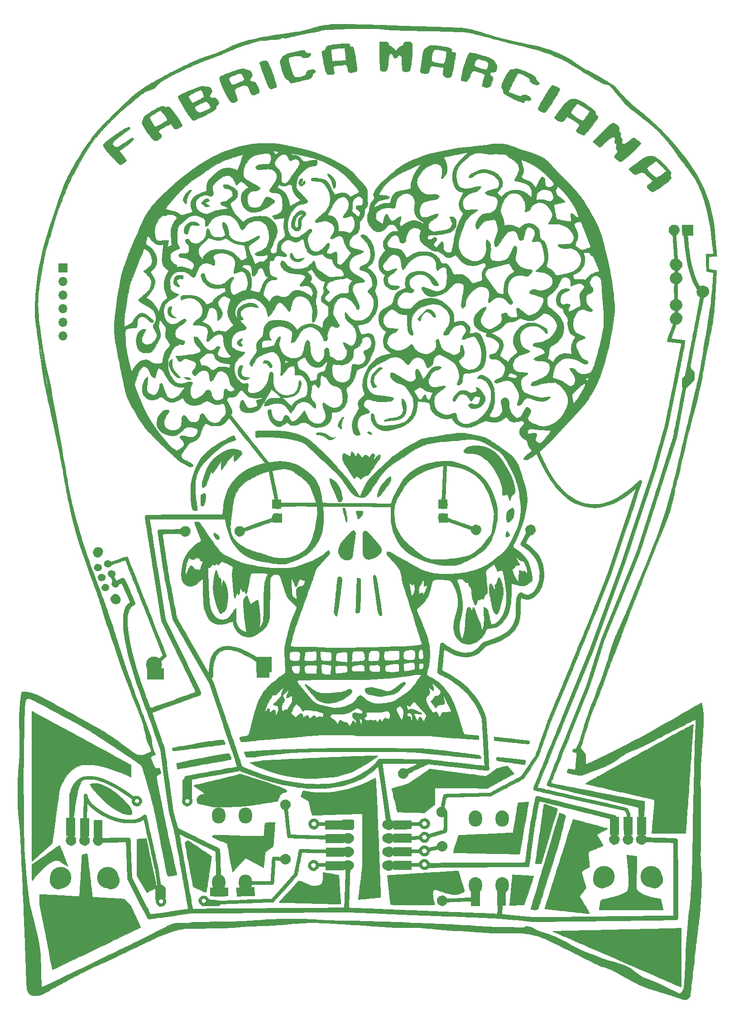
<source format=gbr>
G04 #@! TF.GenerationSoftware,KiCad,Pcbnew,(5.1.2)-1*
G04 #@! TF.CreationDate,2019-08-24T22:51:10-03:00*
G04 #@! TF.ProjectId,SpaceMonkey2Shenzhen,53706163-654d-46f6-9e6b-657932536865,rev?*
G04 #@! TF.SameCoordinates,Original*
G04 #@! TF.FileFunction,Copper,L1,Top*
G04 #@! TF.FilePolarity,Positive*
%FSLAX46Y46*%
G04 Gerber Fmt 4.6, Leading zero omitted, Abs format (unit mm)*
G04 Created by KiCad (PCBNEW (5.1.2)-1) date 2019-08-24 22:51:10*
%MOMM*%
%LPD*%
G04 APERTURE LIST*
%ADD10C,0.010000*%
%ADD11C,1.400000*%
%ADD12O,2.500000X3.000000*%
%ADD13R,2.400000X1.600000*%
%ADD14O,2.400000X1.600000*%
%ADD15C,1.600000*%
%ADD16C,1.600000*%
%ADD17O,1.600000X1.600000*%
%ADD18R,1.700000X1.700000*%
%ADD19O,1.700000X1.700000*%
%ADD20C,3.000000*%
%ADD21R,3.000000X3.000000*%
%ADD22C,1.800000*%
%ADD23R,1.800000X1.800000*%
%ADD24C,4.000000*%
%ADD25C,1.300000*%
%ADD26C,2.181860*%
%ADD27C,0.600000*%
%ADD28C,0.800000*%
%ADD29C,0.600000*%
%ADD30C,1.000000*%
%ADD31C,0.250000*%
G04 APERTURE END LIST*
D10*
G36*
X120253587Y-52515476D02*
G01*
X120501128Y-52582715D01*
X120747094Y-52706510D01*
X120978799Y-52880243D01*
X121183556Y-53097299D01*
X121348678Y-53351064D01*
X121370014Y-53393478D01*
X121420461Y-53531759D01*
X121453525Y-53688150D01*
X121466197Y-53835575D01*
X121455466Y-53946957D01*
X121435886Y-53985891D01*
X121383457Y-53993719D01*
X121284153Y-53983709D01*
X121267645Y-53980779D01*
X121189976Y-53954334D01*
X121101391Y-53896927D01*
X120989911Y-53798566D01*
X120843559Y-53649257D01*
X120751415Y-53550033D01*
X120534915Y-53325256D01*
X120353174Y-53163733D01*
X120194709Y-53057795D01*
X120048034Y-52999773D01*
X119901665Y-52982000D01*
X119900719Y-52982000D01*
X119677296Y-53022318D01*
X119454901Y-53136025D01*
X119242834Y-53312246D01*
X119050398Y-53540110D01*
X118886894Y-53808743D01*
X118761625Y-54107271D01*
X118688048Y-54399517D01*
X118660955Y-54538593D01*
X118635581Y-54636698D01*
X118617652Y-54672350D01*
X118566883Y-54657299D01*
X118467347Y-54623141D01*
X118425167Y-54608026D01*
X118264960Y-54528529D01*
X118177159Y-54425941D01*
X118150006Y-54286417D01*
X118150000Y-54283922D01*
X118158929Y-54236572D01*
X118190041Y-54175810D01*
X118249829Y-54094102D01*
X118344783Y-53983914D01*
X118481393Y-53837714D01*
X118666152Y-53647969D01*
X118904945Y-53407749D01*
X119119355Y-53196037D01*
X119321879Y-53001097D01*
X119502527Y-52832153D01*
X119651309Y-52698429D01*
X119758234Y-52609149D01*
X119804528Y-52577125D01*
X120017159Y-52511407D01*
X120253587Y-52515476D01*
X120253587Y-52515476D01*
G37*
X120253587Y-52515476D02*
X120501128Y-52582715D01*
X120747094Y-52706510D01*
X120978799Y-52880243D01*
X121183556Y-53097299D01*
X121348678Y-53351064D01*
X121370014Y-53393478D01*
X121420461Y-53531759D01*
X121453525Y-53688150D01*
X121466197Y-53835575D01*
X121455466Y-53946957D01*
X121435886Y-53985891D01*
X121383457Y-53993719D01*
X121284153Y-53983709D01*
X121267645Y-53980779D01*
X121189976Y-53954334D01*
X121101391Y-53896927D01*
X120989911Y-53798566D01*
X120843559Y-53649257D01*
X120751415Y-53550033D01*
X120534915Y-53325256D01*
X120353174Y-53163733D01*
X120194709Y-53057795D01*
X120048034Y-52999773D01*
X119901665Y-52982000D01*
X119900719Y-52982000D01*
X119677296Y-53022318D01*
X119454901Y-53136025D01*
X119242834Y-53312246D01*
X119050398Y-53540110D01*
X118886894Y-53808743D01*
X118761625Y-54107271D01*
X118688048Y-54399517D01*
X118660955Y-54538593D01*
X118635581Y-54636698D01*
X118617652Y-54672350D01*
X118566883Y-54657299D01*
X118467347Y-54623141D01*
X118425167Y-54608026D01*
X118264960Y-54528529D01*
X118177159Y-54425941D01*
X118150006Y-54286417D01*
X118150000Y-54283922D01*
X118158929Y-54236572D01*
X118190041Y-54175810D01*
X118249829Y-54094102D01*
X118344783Y-53983914D01*
X118481393Y-53837714D01*
X118666152Y-53647969D01*
X118904945Y-53407749D01*
X119119355Y-53196037D01*
X119321879Y-53001097D01*
X119502527Y-52832153D01*
X119651309Y-52698429D01*
X119758234Y-52609149D01*
X119804528Y-52577125D01*
X120017159Y-52511407D01*
X120253587Y-52515476D01*
G36*
X80478191Y-101239123D02*
G01*
X80508831Y-101268997D01*
X80543274Y-101335381D01*
X80585694Y-101448593D01*
X80640267Y-101618950D01*
X80711166Y-101856770D01*
X80743513Y-101967861D01*
X80960167Y-102714889D01*
X81089131Y-102693971D01*
X81170664Y-102686298D01*
X81232437Y-102699723D01*
X81277172Y-102743989D01*
X81307592Y-102828838D01*
X81326420Y-102964012D01*
X81336379Y-103159254D01*
X81340192Y-103424305D01*
X81340650Y-103593848D01*
X81342479Y-103897620D01*
X81348058Y-104124305D01*
X81358221Y-104281434D01*
X81373800Y-104376535D01*
X81395628Y-104417138D01*
X81424537Y-104410773D01*
X81430386Y-104405392D01*
X81447763Y-104356857D01*
X81478206Y-104240709D01*
X81517994Y-104072322D01*
X81563408Y-103867068D01*
X81583191Y-103773920D01*
X81630415Y-103556763D01*
X81674368Y-103369080D01*
X81711133Y-103226576D01*
X81736790Y-103144953D01*
X81743185Y-103132736D01*
X81791351Y-103136296D01*
X81873512Y-103187172D01*
X81909672Y-103217403D01*
X81997441Y-103331302D01*
X82092741Y-103515274D01*
X82191386Y-103755538D01*
X82289193Y-104038313D01*
X82381974Y-104349820D01*
X82465544Y-104676279D01*
X82535719Y-105003909D01*
X82588313Y-105318932D01*
X82613287Y-105533993D01*
X82621629Y-105683334D01*
X82622670Y-105872766D01*
X82616040Y-106109741D01*
X82601372Y-106401709D01*
X82578298Y-106756120D01*
X82546449Y-107180424D01*
X82509466Y-107634333D01*
X82470604Y-107964646D01*
X82410587Y-108230804D01*
X82321563Y-108452265D01*
X82195678Y-108648489D01*
X82025080Y-108838935D01*
X82022205Y-108841783D01*
X81895337Y-108954602D01*
X81740346Y-109074021D01*
X81576066Y-109187648D01*
X81421330Y-109283093D01*
X81294973Y-109347965D01*
X81219297Y-109370000D01*
X81190274Y-109334799D01*
X81134249Y-109240704D01*
X81061217Y-109104975D01*
X81026947Y-109037857D01*
X80632770Y-108163538D01*
X80321683Y-107274877D01*
X80093907Y-106373939D01*
X79949665Y-105462788D01*
X79889179Y-104543491D01*
X79912673Y-103618112D01*
X80020368Y-102688717D01*
X80212486Y-101757371D01*
X80233794Y-101674031D01*
X80282914Y-101485563D01*
X80317431Y-101363523D01*
X80344798Y-101292592D01*
X80372465Y-101257453D01*
X80407887Y-101242789D01*
X80447180Y-101235441D01*
X80478191Y-101239123D01*
X80478191Y-101239123D01*
G37*
X80478191Y-101239123D02*
X80508831Y-101268997D01*
X80543274Y-101335381D01*
X80585694Y-101448593D01*
X80640267Y-101618950D01*
X80711166Y-101856770D01*
X80743513Y-101967861D01*
X80960167Y-102714889D01*
X81089131Y-102693971D01*
X81170664Y-102686298D01*
X81232437Y-102699723D01*
X81277172Y-102743989D01*
X81307592Y-102828838D01*
X81326420Y-102964012D01*
X81336379Y-103159254D01*
X81340192Y-103424305D01*
X81340650Y-103593848D01*
X81342479Y-103897620D01*
X81348058Y-104124305D01*
X81358221Y-104281434D01*
X81373800Y-104376535D01*
X81395628Y-104417138D01*
X81424537Y-104410773D01*
X81430386Y-104405392D01*
X81447763Y-104356857D01*
X81478206Y-104240709D01*
X81517994Y-104072322D01*
X81563408Y-103867068D01*
X81583191Y-103773920D01*
X81630415Y-103556763D01*
X81674368Y-103369080D01*
X81711133Y-103226576D01*
X81736790Y-103144953D01*
X81743185Y-103132736D01*
X81791351Y-103136296D01*
X81873512Y-103187172D01*
X81909672Y-103217403D01*
X81997441Y-103331302D01*
X82092741Y-103515274D01*
X82191386Y-103755538D01*
X82289193Y-104038313D01*
X82381974Y-104349820D01*
X82465544Y-104676279D01*
X82535719Y-105003909D01*
X82588313Y-105318932D01*
X82613287Y-105533993D01*
X82621629Y-105683334D01*
X82622670Y-105872766D01*
X82616040Y-106109741D01*
X82601372Y-106401709D01*
X82578298Y-106756120D01*
X82546449Y-107180424D01*
X82509466Y-107634333D01*
X82470604Y-107964646D01*
X82410587Y-108230804D01*
X82321563Y-108452265D01*
X82195678Y-108648489D01*
X82025080Y-108838935D01*
X82022205Y-108841783D01*
X81895337Y-108954602D01*
X81740346Y-109074021D01*
X81576066Y-109187648D01*
X81421330Y-109283093D01*
X81294973Y-109347965D01*
X81219297Y-109370000D01*
X81190274Y-109334799D01*
X81134249Y-109240704D01*
X81061217Y-109104975D01*
X81026947Y-109037857D01*
X80632770Y-108163538D01*
X80321683Y-107274877D01*
X80093907Y-106373939D01*
X79949665Y-105462788D01*
X79889179Y-104543491D01*
X79912673Y-103618112D01*
X80020368Y-102688717D01*
X80212486Y-101757371D01*
X80233794Y-101674031D01*
X80282914Y-101485563D01*
X80317431Y-101363523D01*
X80344798Y-101292592D01*
X80372465Y-101257453D01*
X80407887Y-101242789D01*
X80447180Y-101235441D01*
X80478191Y-101239123D01*
G36*
X133490363Y-102682134D02*
G01*
X133528693Y-102730784D01*
X133568231Y-102809334D01*
X133624116Y-102955065D01*
X133691849Y-103153098D01*
X133766932Y-103388553D01*
X133844864Y-103646552D01*
X133921147Y-103912216D01*
X133991280Y-104170664D01*
X134050766Y-104407019D01*
X134093598Y-104598928D01*
X134143329Y-104989822D01*
X134147540Y-105422461D01*
X134107904Y-105868291D01*
X134026091Y-106298762D01*
X133985295Y-106449000D01*
X133934161Y-106627843D01*
X133868205Y-106868453D01*
X133792875Y-107150396D01*
X133713620Y-107453234D01*
X133635889Y-107756530D01*
X133621287Y-107814329D01*
X133521083Y-108204974D01*
X133434969Y-108521738D01*
X133359218Y-108773508D01*
X133290101Y-108969174D01*
X133223891Y-109117625D01*
X133156858Y-109227749D01*
X133085275Y-109308435D01*
X133005413Y-109368572D01*
X132958186Y-109395292D01*
X132861200Y-109440563D01*
X132790508Y-109446995D01*
X132708128Y-109411850D01*
X132641923Y-109372494D01*
X132565118Y-109319679D01*
X132496859Y-109256081D01*
X132434375Y-109173970D01*
X132374894Y-109065615D01*
X132315646Y-108923286D01*
X132253861Y-108739254D01*
X132186767Y-108505787D01*
X132111594Y-108215157D01*
X132025572Y-107859632D01*
X131925929Y-107431483D01*
X131889943Y-107274500D01*
X131790664Y-106835221D01*
X131710091Y-106465860D01*
X131646059Y-106154279D01*
X131596405Y-105888343D01*
X131558962Y-105655915D01*
X131531568Y-105444858D01*
X131512057Y-105243035D01*
X131501758Y-105097984D01*
X131494864Y-104826657D01*
X131505701Y-104557351D01*
X131531848Y-104303201D01*
X131570882Y-104077340D01*
X131620381Y-103892902D01*
X131677923Y-103763021D01*
X131741085Y-103700831D01*
X131760087Y-103697333D01*
X131830844Y-103734627D01*
X131924264Y-103837766D01*
X132032457Y-103993630D01*
X132147532Y-104189102D01*
X132261601Y-104411064D01*
X132366771Y-104646397D01*
X132431335Y-104813351D01*
X132465760Y-104866211D01*
X132518974Y-104842977D01*
X132520376Y-104841820D01*
X132550547Y-104796718D01*
X132564685Y-104714199D01*
X132564316Y-104577094D01*
X132556192Y-104438741D01*
X132531302Y-104086045D01*
X132701878Y-103923439D01*
X132778052Y-103845599D01*
X132834431Y-103768675D01*
X132879800Y-103673035D01*
X132922948Y-103539048D01*
X132972662Y-103347080D01*
X132988006Y-103284185D01*
X133042647Y-103069047D01*
X133088404Y-102919461D01*
X133132580Y-102817873D01*
X133182479Y-102746731D01*
X133230941Y-102700350D01*
X133336293Y-102625606D01*
X133413943Y-102618632D01*
X133490363Y-102682134D01*
X133490363Y-102682134D01*
G37*
X133490363Y-102682134D02*
X133528693Y-102730784D01*
X133568231Y-102809334D01*
X133624116Y-102955065D01*
X133691849Y-103153098D01*
X133766932Y-103388553D01*
X133844864Y-103646552D01*
X133921147Y-103912216D01*
X133991280Y-104170664D01*
X134050766Y-104407019D01*
X134093598Y-104598928D01*
X134143329Y-104989822D01*
X134147540Y-105422461D01*
X134107904Y-105868291D01*
X134026091Y-106298762D01*
X133985295Y-106449000D01*
X133934161Y-106627843D01*
X133868205Y-106868453D01*
X133792875Y-107150396D01*
X133713620Y-107453234D01*
X133635889Y-107756530D01*
X133621287Y-107814329D01*
X133521083Y-108204974D01*
X133434969Y-108521738D01*
X133359218Y-108773508D01*
X133290101Y-108969174D01*
X133223891Y-109117625D01*
X133156858Y-109227749D01*
X133085275Y-109308435D01*
X133005413Y-109368572D01*
X132958186Y-109395292D01*
X132861200Y-109440563D01*
X132790508Y-109446995D01*
X132708128Y-109411850D01*
X132641923Y-109372494D01*
X132565118Y-109319679D01*
X132496859Y-109256081D01*
X132434375Y-109173970D01*
X132374894Y-109065615D01*
X132315646Y-108923286D01*
X132253861Y-108739254D01*
X132186767Y-108505787D01*
X132111594Y-108215157D01*
X132025572Y-107859632D01*
X131925929Y-107431483D01*
X131889943Y-107274500D01*
X131790664Y-106835221D01*
X131710091Y-106465860D01*
X131646059Y-106154279D01*
X131596405Y-105888343D01*
X131558962Y-105655915D01*
X131531568Y-105444858D01*
X131512057Y-105243035D01*
X131501758Y-105097984D01*
X131494864Y-104826657D01*
X131505701Y-104557351D01*
X131531848Y-104303201D01*
X131570882Y-104077340D01*
X131620381Y-103892902D01*
X131677923Y-103763021D01*
X131741085Y-103700831D01*
X131760087Y-103697333D01*
X131830844Y-103734627D01*
X131924264Y-103837766D01*
X132032457Y-103993630D01*
X132147532Y-104189102D01*
X132261601Y-104411064D01*
X132366771Y-104646397D01*
X132431335Y-104813351D01*
X132465760Y-104866211D01*
X132518974Y-104842977D01*
X132520376Y-104841820D01*
X132550547Y-104796718D01*
X132564685Y-104714199D01*
X132564316Y-104577094D01*
X132556192Y-104438741D01*
X132531302Y-104086045D01*
X132701878Y-103923439D01*
X132778052Y-103845599D01*
X132834431Y-103768675D01*
X132879800Y-103673035D01*
X132922948Y-103539048D01*
X132972662Y-103347080D01*
X132988006Y-103284185D01*
X133042647Y-103069047D01*
X133088404Y-102919461D01*
X133132580Y-102817873D01*
X133182479Y-102746731D01*
X133230941Y-102700350D01*
X133336293Y-102625606D01*
X133413943Y-102618632D01*
X133490363Y-102682134D01*
G36*
X115692836Y-122116657D02*
G01*
X115748743Y-122155422D01*
X115785614Y-122215044D01*
X115812187Y-122305776D01*
X115804046Y-122400983D01*
X115755200Y-122511276D01*
X115659655Y-122647263D01*
X115511418Y-122819556D01*
X115342752Y-122999103D01*
X115167620Y-123183528D01*
X114993732Y-123370539D01*
X114839240Y-123540370D01*
X114722294Y-123673254D01*
X114705575Y-123692982D01*
X114531561Y-123882006D01*
X114349938Y-124037248D01*
X114147693Y-124164602D01*
X113911813Y-124269962D01*
X113629283Y-124359223D01*
X113287090Y-124438279D01*
X112908018Y-124507125D01*
X112632674Y-124554618D01*
X112340421Y-124608079D01*
X112062398Y-124661632D01*
X111829744Y-124709397D01*
X111785995Y-124718930D01*
X111483172Y-124779138D01*
X111246628Y-124810065D01*
X111063652Y-124812906D01*
X110953334Y-124797187D01*
X110894086Y-124785811D01*
X110764736Y-124762379D01*
X110578608Y-124729259D01*
X110349029Y-124688817D01*
X110089325Y-124643420D01*
X110006396Y-124628992D01*
X109728415Y-124579470D01*
X109465604Y-124530420D01*
X109234221Y-124485048D01*
X109050525Y-124446559D01*
X108930776Y-124418160D01*
X108915716Y-124413910D01*
X108707124Y-124321486D01*
X108521223Y-124183626D01*
X108383246Y-124020996D01*
X108343528Y-123945271D01*
X108302799Y-123796258D01*
X108288315Y-123628558D01*
X108300321Y-123475113D01*
X108339061Y-123368861D01*
X108339250Y-123368602D01*
X108413111Y-123318322D01*
X108551397Y-123266063D01*
X108734122Y-123216407D01*
X108941299Y-123173932D01*
X109152940Y-123143219D01*
X109349061Y-123128847D01*
X109387835Y-123128333D01*
X109612617Y-123142638D01*
X109900801Y-123183229D01*
X110236529Y-123246615D01*
X110603944Y-123329307D01*
X110987189Y-123427816D01*
X111370406Y-123538651D01*
X111630667Y-123621875D01*
X111889686Y-123707397D01*
X112085444Y-123768515D01*
X112234593Y-123808794D01*
X112353783Y-123831797D01*
X112459668Y-123841092D01*
X112568899Y-123840241D01*
X112634807Y-123836838D01*
X112777830Y-123822789D01*
X112915045Y-123795035D01*
X113056000Y-123748396D01*
X113210244Y-123677690D01*
X113387324Y-123577735D01*
X113596790Y-123443350D01*
X113848189Y-123269355D01*
X114151069Y-123050567D01*
X114340000Y-122911523D01*
X114680360Y-122662495D01*
X114961192Y-122463683D01*
X115188793Y-122312051D01*
X115369461Y-122204567D01*
X115509493Y-122138196D01*
X115615185Y-122109904D01*
X115692836Y-122116657D01*
X115692836Y-122116657D01*
G37*
X115692836Y-122116657D02*
X115748743Y-122155422D01*
X115785614Y-122215044D01*
X115812187Y-122305776D01*
X115804046Y-122400983D01*
X115755200Y-122511276D01*
X115659655Y-122647263D01*
X115511418Y-122819556D01*
X115342752Y-122999103D01*
X115167620Y-123183528D01*
X114993732Y-123370539D01*
X114839240Y-123540370D01*
X114722294Y-123673254D01*
X114705575Y-123692982D01*
X114531561Y-123882006D01*
X114349938Y-124037248D01*
X114147693Y-124164602D01*
X113911813Y-124269962D01*
X113629283Y-124359223D01*
X113287090Y-124438279D01*
X112908018Y-124507125D01*
X112632674Y-124554618D01*
X112340421Y-124608079D01*
X112062398Y-124661632D01*
X111829744Y-124709397D01*
X111785995Y-124718930D01*
X111483172Y-124779138D01*
X111246628Y-124810065D01*
X111063652Y-124812906D01*
X110953334Y-124797187D01*
X110894086Y-124785811D01*
X110764736Y-124762379D01*
X110578608Y-124729259D01*
X110349029Y-124688817D01*
X110089325Y-124643420D01*
X110006396Y-124628992D01*
X109728415Y-124579470D01*
X109465604Y-124530420D01*
X109234221Y-124485048D01*
X109050525Y-124446559D01*
X108930776Y-124418160D01*
X108915716Y-124413910D01*
X108707124Y-124321486D01*
X108521223Y-124183626D01*
X108383246Y-124020996D01*
X108343528Y-123945271D01*
X108302799Y-123796258D01*
X108288315Y-123628558D01*
X108300321Y-123475113D01*
X108339061Y-123368861D01*
X108339250Y-123368602D01*
X108413111Y-123318322D01*
X108551397Y-123266063D01*
X108734122Y-123216407D01*
X108941299Y-123173932D01*
X109152940Y-123143219D01*
X109349061Y-123128847D01*
X109387835Y-123128333D01*
X109612617Y-123142638D01*
X109900801Y-123183229D01*
X110236529Y-123246615D01*
X110603944Y-123329307D01*
X110987189Y-123427816D01*
X111370406Y-123538651D01*
X111630667Y-123621875D01*
X111889686Y-123707397D01*
X112085444Y-123768515D01*
X112234593Y-123808794D01*
X112353783Y-123831797D01*
X112459668Y-123841092D01*
X112568899Y-123840241D01*
X112634807Y-123836838D01*
X112777830Y-123822789D01*
X112915045Y-123795035D01*
X113056000Y-123748396D01*
X113210244Y-123677690D01*
X113387324Y-123577735D01*
X113596790Y-123443350D01*
X113848189Y-123269355D01*
X114151069Y-123050567D01*
X114340000Y-122911523D01*
X114680360Y-122662495D01*
X114961192Y-122463683D01*
X115188793Y-122312051D01*
X115369461Y-122204567D01*
X115509493Y-122138196D01*
X115615185Y-122109904D01*
X115692836Y-122116657D01*
G36*
X97287151Y-122558577D02*
G01*
X97412234Y-122619354D01*
X97576427Y-122731272D01*
X97785547Y-122898291D01*
X98044651Y-123123699D01*
X98505884Y-123496105D01*
X98971029Y-123789242D01*
X99449807Y-124008306D01*
X99951940Y-124158497D01*
X99999900Y-124169090D01*
X100239436Y-124207157D01*
X100529367Y-124228381D01*
X100876308Y-124232700D01*
X101286876Y-124220056D01*
X101767686Y-124190386D01*
X102275000Y-124148252D01*
X102736222Y-124105953D01*
X103122435Y-124069213D01*
X103442962Y-124036107D01*
X103707131Y-124004707D01*
X103924266Y-123973091D01*
X104103693Y-123939330D01*
X104254736Y-123901501D01*
X104386722Y-123857677D01*
X104508976Y-123805933D01*
X104630823Y-123744343D01*
X104761588Y-123670982D01*
X104857668Y-123614970D01*
X105079928Y-123496718D01*
X105255894Y-123435009D01*
X105401190Y-123428640D01*
X105531441Y-123476408D01*
X105637716Y-123554900D01*
X105770211Y-123709107D01*
X105823111Y-123871169D01*
X105795755Y-124043494D01*
X105687485Y-124228488D01*
X105497641Y-124428560D01*
X105368561Y-124537686D01*
X104747022Y-124992547D01*
X104122769Y-125369083D01*
X103498377Y-125666389D01*
X102876419Y-125883561D01*
X102259467Y-126019695D01*
X101650096Y-126073885D01*
X101072938Y-126047785D01*
X100576049Y-125964414D01*
X100106221Y-125832812D01*
X99741569Y-125685330D01*
X99599785Y-125612532D01*
X99472062Y-125532467D01*
X99341867Y-125432072D01*
X99192667Y-125298283D01*
X99007929Y-125118037D01*
X98949991Y-125059891D01*
X98807448Y-124908844D01*
X98638892Y-124718104D01*
X98451391Y-124496845D01*
X98252017Y-124254237D01*
X98047841Y-123999454D01*
X97845933Y-123741666D01*
X97653364Y-123490048D01*
X97477204Y-123253770D01*
X97324524Y-123042005D01*
X97202394Y-122863924D01*
X97117886Y-122728701D01*
X97078070Y-122645508D01*
X97076182Y-122629149D01*
X97124869Y-122568680D01*
X97195362Y-122544975D01*
X97287151Y-122558577D01*
X97287151Y-122558577D01*
G37*
X97287151Y-122558577D02*
X97412234Y-122619354D01*
X97576427Y-122731272D01*
X97785547Y-122898291D01*
X98044651Y-123123699D01*
X98505884Y-123496105D01*
X98971029Y-123789242D01*
X99449807Y-124008306D01*
X99951940Y-124158497D01*
X99999900Y-124169090D01*
X100239436Y-124207157D01*
X100529367Y-124228381D01*
X100876308Y-124232700D01*
X101286876Y-124220056D01*
X101767686Y-124190386D01*
X102275000Y-124148252D01*
X102736222Y-124105953D01*
X103122435Y-124069213D01*
X103442962Y-124036107D01*
X103707131Y-124004707D01*
X103924266Y-123973091D01*
X104103693Y-123939330D01*
X104254736Y-123901501D01*
X104386722Y-123857677D01*
X104508976Y-123805933D01*
X104630823Y-123744343D01*
X104761588Y-123670982D01*
X104857668Y-123614970D01*
X105079928Y-123496718D01*
X105255894Y-123435009D01*
X105401190Y-123428640D01*
X105531441Y-123476408D01*
X105637716Y-123554900D01*
X105770211Y-123709107D01*
X105823111Y-123871169D01*
X105795755Y-124043494D01*
X105687485Y-124228488D01*
X105497641Y-124428560D01*
X105368561Y-124537686D01*
X104747022Y-124992547D01*
X104122769Y-125369083D01*
X103498377Y-125666389D01*
X102876419Y-125883561D01*
X102259467Y-126019695D01*
X101650096Y-126073885D01*
X101072938Y-126047785D01*
X100576049Y-125964414D01*
X100106221Y-125832812D01*
X99741569Y-125685330D01*
X99599785Y-125612532D01*
X99472062Y-125532467D01*
X99341867Y-125432072D01*
X99192667Y-125298283D01*
X99007929Y-125118037D01*
X98949991Y-125059891D01*
X98807448Y-124908844D01*
X98638892Y-124718104D01*
X98451391Y-124496845D01*
X98252017Y-124254237D01*
X98047841Y-123999454D01*
X97845933Y-123741666D01*
X97653364Y-123490048D01*
X97477204Y-123253770D01*
X97324524Y-123042005D01*
X97202394Y-122863924D01*
X97117886Y-122728701D01*
X97078070Y-122645508D01*
X97076182Y-122629149D01*
X97124869Y-122568680D01*
X97195362Y-122544975D01*
X97287151Y-122558577D01*
G36*
X75848722Y-30217261D02*
G01*
X75870967Y-30232745D01*
X75858300Y-30275143D01*
X75802039Y-30365793D01*
X75712953Y-30488040D01*
X75672458Y-30539661D01*
X75550512Y-30698841D01*
X75434792Y-30861219D01*
X75347710Y-30995170D01*
X75338421Y-31011000D01*
X75236160Y-31222183D01*
X75133778Y-31492250D01*
X75039218Y-31795804D01*
X74960423Y-32107446D01*
X74907022Y-32390407D01*
X74879668Y-32565997D01*
X74855866Y-32706714D01*
X74838875Y-32793913D01*
X74833169Y-32812941D01*
X74795715Y-32796677D01*
X74712113Y-32741829D01*
X74635818Y-32686527D01*
X74477273Y-32541953D01*
X74350519Y-32377211D01*
X74270636Y-32214954D01*
X74250550Y-32107710D01*
X74275006Y-31938816D01*
X74342618Y-31723226D01*
X74443933Y-31480581D01*
X74569494Y-31230521D01*
X74709846Y-30992687D01*
X74855536Y-30786718D01*
X74927286Y-30701975D01*
X75081025Y-30556054D01*
X75255477Y-30425855D01*
X75435058Y-30319127D01*
X75604183Y-30243619D01*
X75747265Y-30207080D01*
X75848722Y-30217261D01*
X75848722Y-30217261D01*
G37*
X75848722Y-30217261D02*
X75870967Y-30232745D01*
X75858300Y-30275143D01*
X75802039Y-30365793D01*
X75712953Y-30488040D01*
X75672458Y-30539661D01*
X75550512Y-30698841D01*
X75434792Y-30861219D01*
X75347710Y-30995170D01*
X75338421Y-31011000D01*
X75236160Y-31222183D01*
X75133778Y-31492250D01*
X75039218Y-31795804D01*
X74960423Y-32107446D01*
X74907022Y-32390407D01*
X74879668Y-32565997D01*
X74855866Y-32706714D01*
X74838875Y-32793913D01*
X74833169Y-32812941D01*
X74795715Y-32796677D01*
X74712113Y-32741829D01*
X74635818Y-32686527D01*
X74477273Y-32541953D01*
X74350519Y-32377211D01*
X74270636Y-32214954D01*
X74250550Y-32107710D01*
X74275006Y-31938816D01*
X74342618Y-31723226D01*
X74443933Y-31480581D01*
X74569494Y-31230521D01*
X74709846Y-30992687D01*
X74855536Y-30786718D01*
X74927286Y-30701975D01*
X75081025Y-30556054D01*
X75255477Y-30425855D01*
X75435058Y-30319127D01*
X75604183Y-30243619D01*
X75747265Y-30207080D01*
X75848722Y-30217261D01*
G36*
X78750336Y-31867097D02*
G01*
X78918948Y-31912672D01*
X79055480Y-31996681D01*
X79137281Y-32112459D01*
X79144065Y-32134619D01*
X79156343Y-32200321D01*
X79146417Y-32251162D01*
X79101881Y-32297792D01*
X79010329Y-32350861D01*
X78859355Y-32421018D01*
X78758834Y-32465340D01*
X78604652Y-32539300D01*
X78483857Y-32609237D01*
X78415334Y-32663718D01*
X78406821Y-32678474D01*
X78431875Y-32725893D01*
X78525203Y-32795649D01*
X78691017Y-32890567D01*
X78830154Y-32962330D01*
X79266834Y-33181539D01*
X78930538Y-33281603D01*
X78759786Y-33332580D01*
X78649227Y-33362354D01*
X78577339Y-33371875D01*
X78522599Y-33362095D01*
X78463485Y-33333966D01*
X78409436Y-33304645D01*
X78316519Y-33244756D01*
X78182544Y-33145623D01*
X78029850Y-33024119D01*
X77953550Y-32960323D01*
X77635396Y-32689474D01*
X77751842Y-32559320D01*
X77993017Y-32296248D01*
X78186100Y-32099856D01*
X78330447Y-31970773D01*
X78407481Y-31917905D01*
X78572297Y-31866620D01*
X78750336Y-31867097D01*
X78750336Y-31867097D01*
G37*
X78750336Y-31867097D02*
X78918948Y-31912672D01*
X79055480Y-31996681D01*
X79137281Y-32112459D01*
X79144065Y-32134619D01*
X79156343Y-32200321D01*
X79146417Y-32251162D01*
X79101881Y-32297792D01*
X79010329Y-32350861D01*
X78859355Y-32421018D01*
X78758834Y-32465340D01*
X78604652Y-32539300D01*
X78483857Y-32609237D01*
X78415334Y-32663718D01*
X78406821Y-32678474D01*
X78431875Y-32725893D01*
X78525203Y-32795649D01*
X78691017Y-32890567D01*
X78830154Y-32962330D01*
X79266834Y-33181539D01*
X78930538Y-33281603D01*
X78759786Y-33332580D01*
X78649227Y-33362354D01*
X78577339Y-33371875D01*
X78522599Y-33362095D01*
X78463485Y-33333966D01*
X78409436Y-33304645D01*
X78316519Y-33244756D01*
X78182544Y-33145623D01*
X78029850Y-33024119D01*
X77953550Y-32960323D01*
X77635396Y-32689474D01*
X77751842Y-32559320D01*
X77993017Y-32296248D01*
X78186100Y-32099856D01*
X78330447Y-31970773D01*
X78407481Y-31917905D01*
X78572297Y-31866620D01*
X78750336Y-31867097D01*
G36*
X96563428Y-28135935D02*
G01*
X96578576Y-28146370D01*
X96611900Y-28176418D01*
X96625690Y-28215810D01*
X96617325Y-28281033D01*
X96584185Y-28388571D01*
X96523649Y-28554909D01*
X96506236Y-28601454D01*
X96445147Y-28772267D01*
X96400204Y-28913248D01*
X96376962Y-29006004D01*
X96376234Y-29031916D01*
X96425787Y-29064553D01*
X96496039Y-29028148D01*
X96590706Y-28919489D01*
X96706792Y-28746166D01*
X96797085Y-28604768D01*
X96870802Y-28495775D01*
X96916703Y-28435526D01*
X96925221Y-28428666D01*
X96961204Y-28465421D01*
X97005879Y-28557366D01*
X97049650Y-28677026D01*
X97082922Y-28796921D01*
X97096102Y-28889576D01*
X97093899Y-28911719D01*
X97047574Y-28989567D01*
X96950512Y-29096503D01*
X96822408Y-29214628D01*
X96682958Y-29326044D01*
X96551856Y-29412853D01*
X96528279Y-29425734D01*
X96403361Y-29476483D01*
X96296771Y-29474481D01*
X96171718Y-29417380D01*
X96144703Y-29401248D01*
X96007085Y-29271067D01*
X95919905Y-29091603D01*
X95883635Y-28881922D01*
X95898748Y-28661094D01*
X95965719Y-28448186D01*
X96085019Y-28262267D01*
X96115630Y-28229569D01*
X96266749Y-28121231D01*
X96420194Y-28089268D01*
X96563428Y-28135935D01*
X96563428Y-28135935D01*
G37*
X96563428Y-28135935D02*
X96578576Y-28146370D01*
X96611900Y-28176418D01*
X96625690Y-28215810D01*
X96617325Y-28281033D01*
X96584185Y-28388571D01*
X96523649Y-28554909D01*
X96506236Y-28601454D01*
X96445147Y-28772267D01*
X96400204Y-28913248D01*
X96376962Y-29006004D01*
X96376234Y-29031916D01*
X96425787Y-29064553D01*
X96496039Y-29028148D01*
X96590706Y-28919489D01*
X96706792Y-28746166D01*
X96797085Y-28604768D01*
X96870802Y-28495775D01*
X96916703Y-28435526D01*
X96925221Y-28428666D01*
X96961204Y-28465421D01*
X97005879Y-28557366D01*
X97049650Y-28677026D01*
X97082922Y-28796921D01*
X97096102Y-28889576D01*
X97093899Y-28911719D01*
X97047574Y-28989567D01*
X96950512Y-29096503D01*
X96822408Y-29214628D01*
X96682958Y-29326044D01*
X96551856Y-29412853D01*
X96528279Y-29425734D01*
X96403361Y-29476483D01*
X96296771Y-29474481D01*
X96171718Y-29417380D01*
X96144703Y-29401248D01*
X96007085Y-29271067D01*
X95919905Y-29091603D01*
X95883635Y-28881922D01*
X95898748Y-28661094D01*
X95965719Y-28448186D01*
X96085019Y-28262267D01*
X96115630Y-28229569D01*
X96266749Y-28121231D01*
X96420194Y-28089268D01*
X96563428Y-28135935D01*
G36*
X101388594Y-27179080D02*
G01*
X101522241Y-27234782D01*
X101623061Y-27283884D01*
X101948400Y-27491720D01*
X102236382Y-27764795D01*
X102477227Y-28088299D01*
X102661159Y-28447425D01*
X102778400Y-28827361D01*
X102814981Y-29089191D01*
X102821900Y-29266213D01*
X102808817Y-29400386D01*
X102768740Y-29532522D01*
X102718887Y-29650108D01*
X102648034Y-29795104D01*
X102590576Y-29875614D01*
X102533399Y-29907559D01*
X102504551Y-29910333D01*
X102420428Y-29898123D01*
X102387833Y-29878583D01*
X102371235Y-29828791D01*
X102337591Y-29711396D01*
X102290869Y-29540811D01*
X102235037Y-29331450D01*
X102193678Y-29173460D01*
X102130185Y-28935801D01*
X102068689Y-28717563D01*
X102014339Y-28536171D01*
X101972283Y-28409048D01*
X101955104Y-28366095D01*
X101898060Y-28273575D01*
X101800748Y-28142370D01*
X101680715Y-27995647D01*
X101633082Y-27940964D01*
X101451924Y-27720931D01*
X101333830Y-27537043D01*
X101272179Y-27377353D01*
X101259000Y-27265859D01*
X101269293Y-27195229D01*
X101308384Y-27166099D01*
X101388594Y-27179080D01*
X101388594Y-27179080D01*
G37*
X101388594Y-27179080D02*
X101522241Y-27234782D01*
X101623061Y-27283884D01*
X101948400Y-27491720D01*
X102236382Y-27764795D01*
X102477227Y-28088299D01*
X102661159Y-28447425D01*
X102778400Y-28827361D01*
X102814981Y-29089191D01*
X102821900Y-29266213D01*
X102808817Y-29400386D01*
X102768740Y-29532522D01*
X102718887Y-29650108D01*
X102648034Y-29795104D01*
X102590576Y-29875614D01*
X102533399Y-29907559D01*
X102504551Y-29910333D01*
X102420428Y-29898123D01*
X102387833Y-29878583D01*
X102371235Y-29828791D01*
X102337591Y-29711396D01*
X102290869Y-29540811D01*
X102235037Y-29331450D01*
X102193678Y-29173460D01*
X102130185Y-28935801D01*
X102068689Y-28717563D01*
X102014339Y-28536171D01*
X101972283Y-28409048D01*
X101955104Y-28366095D01*
X101898060Y-28273575D01*
X101800748Y-28142370D01*
X101680715Y-27995647D01*
X101633082Y-27940964D01*
X101451924Y-27720931D01*
X101333830Y-27537043D01*
X101272179Y-27377353D01*
X101259000Y-27265859D01*
X101269293Y-27195229D01*
X101308384Y-27166099D01*
X101388594Y-27179080D01*
G36*
X96656579Y-34084078D02*
G01*
X96898747Y-34177747D01*
X97077629Y-34312668D01*
X97176742Y-34424056D01*
X97224351Y-34520872D01*
X97237291Y-34638524D01*
X97237334Y-34648548D01*
X97233002Y-34728182D01*
X97213408Y-34799000D01*
X97168647Y-34876419D01*
X97088819Y-34975856D01*
X96964022Y-35112728D01*
X96886233Y-35195201D01*
X96694090Y-35403554D01*
X96552203Y-35577838D01*
X96452811Y-35737864D01*
X96388157Y-35903442D01*
X96350480Y-36094382D01*
X96332021Y-36330497D01*
X96325063Y-36627950D01*
X96321086Y-36880688D01*
X96314402Y-37065838D01*
X96302820Y-37200478D01*
X96284145Y-37301686D01*
X96256183Y-37386539D01*
X96216741Y-37472116D01*
X96216591Y-37472417D01*
X96135299Y-37606721D01*
X96043136Y-37719778D01*
X96000839Y-37757338D01*
X95855591Y-37821654D01*
X95661237Y-37852316D01*
X95447160Y-37847419D01*
X95246371Y-37806231D01*
X95015539Y-37693593D01*
X94804597Y-37519515D01*
X94639760Y-37306990D01*
X94605805Y-37244470D01*
X94533462Y-37017864D01*
X94506358Y-36737686D01*
X94509084Y-36683538D01*
X95120667Y-36683538D01*
X95136155Y-36848060D01*
X95191826Y-36987698D01*
X95301492Y-37133123D01*
X95343832Y-37179137D01*
X95442416Y-37263564D01*
X95527345Y-37280683D01*
X95614313Y-37227057D01*
X95719012Y-37099247D01*
X95720973Y-37096502D01*
X95756863Y-37043779D01*
X95782842Y-36992273D01*
X95799855Y-36928850D01*
X95808849Y-36840376D01*
X95810772Y-36713717D01*
X95806569Y-36535738D01*
X95797189Y-36293304D01*
X95790405Y-36133333D01*
X95790260Y-35944327D01*
X95813410Y-35785245D01*
X95868325Y-35638555D01*
X95963478Y-35486724D01*
X96107340Y-35312220D01*
X96273264Y-35133993D01*
X96404917Y-34993926D01*
X96511499Y-34875255D01*
X96581110Y-34791586D01*
X96602334Y-34757823D01*
X96566123Y-34738551D01*
X96472578Y-34742694D01*
X96344330Y-34765849D01*
X96204010Y-34803610D01*
X96074249Y-34851571D01*
X96041281Y-34867030D01*
X95796148Y-35028409D01*
X95581586Y-35242868D01*
X95436700Y-35460853D01*
X95372738Y-35612437D01*
X95304584Y-35817064D01*
X95238800Y-36049342D01*
X95181950Y-36283881D01*
X95140596Y-36495288D01*
X95121302Y-36658172D01*
X95120667Y-36683538D01*
X94509084Y-36683538D01*
X94522329Y-36420518D01*
X94579216Y-36082942D01*
X94674856Y-35741540D01*
X94807087Y-35412895D01*
X94857859Y-35311067D01*
X95021923Y-35048673D01*
X95231369Y-34788846D01*
X95469434Y-34547402D01*
X95719360Y-34340161D01*
X95964384Y-34182939D01*
X96132401Y-34108199D01*
X96394202Y-34059397D01*
X96656579Y-34084078D01*
X96656579Y-34084078D01*
G37*
X96656579Y-34084078D02*
X96898747Y-34177747D01*
X97077629Y-34312668D01*
X97176742Y-34424056D01*
X97224351Y-34520872D01*
X97237291Y-34638524D01*
X97237334Y-34648548D01*
X97233002Y-34728182D01*
X97213408Y-34799000D01*
X97168647Y-34876419D01*
X97088819Y-34975856D01*
X96964022Y-35112728D01*
X96886233Y-35195201D01*
X96694090Y-35403554D01*
X96552203Y-35577838D01*
X96452811Y-35737864D01*
X96388157Y-35903442D01*
X96350480Y-36094382D01*
X96332021Y-36330497D01*
X96325063Y-36627950D01*
X96321086Y-36880688D01*
X96314402Y-37065838D01*
X96302820Y-37200478D01*
X96284145Y-37301686D01*
X96256183Y-37386539D01*
X96216741Y-37472116D01*
X96216591Y-37472417D01*
X96135299Y-37606721D01*
X96043136Y-37719778D01*
X96000839Y-37757338D01*
X95855591Y-37821654D01*
X95661237Y-37852316D01*
X95447160Y-37847419D01*
X95246371Y-37806231D01*
X95015539Y-37693593D01*
X94804597Y-37519515D01*
X94639760Y-37306990D01*
X94605805Y-37244470D01*
X94533462Y-37017864D01*
X94506358Y-36737686D01*
X94509084Y-36683538D01*
X95120667Y-36683538D01*
X95136155Y-36848060D01*
X95191826Y-36987698D01*
X95301492Y-37133123D01*
X95343832Y-37179137D01*
X95442416Y-37263564D01*
X95527345Y-37280683D01*
X95614313Y-37227057D01*
X95719012Y-37099247D01*
X95720973Y-37096502D01*
X95756863Y-37043779D01*
X95782842Y-36992273D01*
X95799855Y-36928850D01*
X95808849Y-36840376D01*
X95810772Y-36713717D01*
X95806569Y-36535738D01*
X95797189Y-36293304D01*
X95790405Y-36133333D01*
X95790260Y-35944327D01*
X95813410Y-35785245D01*
X95868325Y-35638555D01*
X95963478Y-35486724D01*
X96107340Y-35312220D01*
X96273264Y-35133993D01*
X96404917Y-34993926D01*
X96511499Y-34875255D01*
X96581110Y-34791586D01*
X96602334Y-34757823D01*
X96566123Y-34738551D01*
X96472578Y-34742694D01*
X96344330Y-34765849D01*
X96204010Y-34803610D01*
X96074249Y-34851571D01*
X96041281Y-34867030D01*
X95796148Y-35028409D01*
X95581586Y-35242868D01*
X95436700Y-35460853D01*
X95372738Y-35612437D01*
X95304584Y-35817064D01*
X95238800Y-36049342D01*
X95181950Y-36283881D01*
X95140596Y-36495288D01*
X95121302Y-36658172D01*
X95120667Y-36683538D01*
X94509084Y-36683538D01*
X94522329Y-36420518D01*
X94579216Y-36082942D01*
X94674856Y-35741540D01*
X94807087Y-35412895D01*
X94857859Y-35311067D01*
X95021923Y-35048673D01*
X95231369Y-34788846D01*
X95469434Y-34547402D01*
X95719360Y-34340161D01*
X95964384Y-34182939D01*
X96132401Y-34108199D01*
X96394202Y-34059397D01*
X96656579Y-34084078D01*
G36*
X76455686Y-36156982D02*
G01*
X76682359Y-36220096D01*
X76820944Y-36286119D01*
X76969352Y-36378562D01*
X77110930Y-36483920D01*
X77229025Y-36588690D01*
X77306985Y-36679367D01*
X77328158Y-36742449D01*
X77327829Y-36743514D01*
X77281260Y-36774283D01*
X77174895Y-36809053D01*
X77046753Y-36837347D01*
X76860352Y-36862205D01*
X76708047Y-36857433D01*
X76563392Y-36827266D01*
X76384338Y-36792198D01*
X76186864Y-36771412D01*
X76113000Y-36768994D01*
X75927749Y-36784430D01*
X75772459Y-36836620D01*
X75641146Y-36933492D01*
X75527826Y-37082973D01*
X75426517Y-37292988D01*
X75331234Y-37571466D01*
X75235996Y-37926333D01*
X75234341Y-37933079D01*
X75173259Y-38179090D01*
X75124924Y-38352725D01*
X75081847Y-38463822D01*
X75036540Y-38522217D01*
X74981514Y-38537749D01*
X74909279Y-38520254D01*
X74816825Y-38481533D01*
X74676714Y-38390264D01*
X74547181Y-38256629D01*
X74456067Y-38111795D01*
X74435959Y-38055149D01*
X74415910Y-37863923D01*
X74432875Y-37632817D01*
X74482018Y-37395552D01*
X74558502Y-37185846D01*
X74561568Y-37179515D01*
X74715460Y-36935273D01*
X74928721Y-36693996D01*
X75178353Y-36478249D01*
X75441356Y-36310594D01*
X75453607Y-36304304D01*
X75778769Y-36182232D01*
X76119232Y-36132683D01*
X76455686Y-36156982D01*
X76455686Y-36156982D01*
G37*
X76455686Y-36156982D02*
X76682359Y-36220096D01*
X76820944Y-36286119D01*
X76969352Y-36378562D01*
X77110930Y-36483920D01*
X77229025Y-36588690D01*
X77306985Y-36679367D01*
X77328158Y-36742449D01*
X77327829Y-36743514D01*
X77281260Y-36774283D01*
X77174895Y-36809053D01*
X77046753Y-36837347D01*
X76860352Y-36862205D01*
X76708047Y-36857433D01*
X76563392Y-36827266D01*
X76384338Y-36792198D01*
X76186864Y-36771412D01*
X76113000Y-36768994D01*
X75927749Y-36784430D01*
X75772459Y-36836620D01*
X75641146Y-36933492D01*
X75527826Y-37082973D01*
X75426517Y-37292988D01*
X75331234Y-37571466D01*
X75235996Y-37926333D01*
X75234341Y-37933079D01*
X75173259Y-38179090D01*
X75124924Y-38352725D01*
X75081847Y-38463822D01*
X75036540Y-38522217D01*
X74981514Y-38537749D01*
X74909279Y-38520254D01*
X74816825Y-38481533D01*
X74676714Y-38390264D01*
X74547181Y-38256629D01*
X74456067Y-38111795D01*
X74435959Y-38055149D01*
X74415910Y-37863923D01*
X74432875Y-37632817D01*
X74482018Y-37395552D01*
X74558502Y-37185846D01*
X74561568Y-37179515D01*
X74715460Y-36935273D01*
X74928721Y-36693996D01*
X75178353Y-36478249D01*
X75441356Y-36310594D01*
X75453607Y-36304304D01*
X75778769Y-36182232D01*
X76119232Y-36132683D01*
X76455686Y-36156982D01*
G36*
X94556049Y-42025076D02*
G01*
X94650746Y-42147400D01*
X94770391Y-42343056D01*
X94825906Y-42441000D01*
X94922767Y-42604983D01*
X95020292Y-42754906D01*
X95100552Y-42863533D01*
X95114975Y-42880130D01*
X95290844Y-43021042D01*
X95505804Y-43098927D01*
X95766006Y-43114681D01*
X96077604Y-43069204D01*
X96201018Y-43038699D01*
X96389477Y-42993266D01*
X96583288Y-42954973D01*
X96719201Y-42934807D01*
X96846543Y-42923476D01*
X96906469Y-42928611D01*
X96915348Y-42954487D01*
X96902469Y-42982691D01*
X96803602Y-43111458D01*
X96650729Y-43251519D01*
X96468499Y-43382836D01*
X96287149Y-43482842D01*
X95986287Y-43579204D01*
X95655205Y-43615382D01*
X95325474Y-43589075D01*
X95205334Y-43561732D01*
X94915946Y-43449468D01*
X94668850Y-43289327D01*
X94471276Y-43091998D01*
X94330452Y-42868171D01*
X94253608Y-42628536D01*
X94247974Y-42383781D01*
X94291833Y-42211004D01*
X94354194Y-42069049D01*
X94414519Y-41988806D01*
X94479556Y-41973180D01*
X94556049Y-42025076D01*
X94556049Y-42025076D01*
G37*
X94556049Y-42025076D02*
X94650746Y-42147400D01*
X94770391Y-42343056D01*
X94825906Y-42441000D01*
X94922767Y-42604983D01*
X95020292Y-42754906D01*
X95100552Y-42863533D01*
X95114975Y-42880130D01*
X95290844Y-43021042D01*
X95505804Y-43098927D01*
X95766006Y-43114681D01*
X96077604Y-43069204D01*
X96201018Y-43038699D01*
X96389477Y-42993266D01*
X96583288Y-42954973D01*
X96719201Y-42934807D01*
X96846543Y-42923476D01*
X96906469Y-42928611D01*
X96915348Y-42954487D01*
X96902469Y-42982691D01*
X96803602Y-43111458D01*
X96650729Y-43251519D01*
X96468499Y-43382836D01*
X96287149Y-43482842D01*
X95986287Y-43579204D01*
X95655205Y-43615382D01*
X95325474Y-43589075D01*
X95205334Y-43561732D01*
X94915946Y-43449468D01*
X94668850Y-43289327D01*
X94471276Y-43091998D01*
X94330452Y-42868171D01*
X94253608Y-42628536D01*
X94247974Y-42383781D01*
X94291833Y-42211004D01*
X94354194Y-42069049D01*
X94414519Y-41988806D01*
X94479556Y-41973180D01*
X94556049Y-42025076D01*
G36*
X73910133Y-46124222D02*
G01*
X74108463Y-46177978D01*
X74233072Y-46268380D01*
X74274876Y-46345785D01*
X74294108Y-46454164D01*
X74298562Y-46587876D01*
X74289337Y-46713518D01*
X74267536Y-46797684D01*
X74259611Y-46808989D01*
X74203736Y-46818945D01*
X74090890Y-46812111D01*
X73962789Y-46792926D01*
X73721995Y-46772743D01*
X73503401Y-46800194D01*
X73320465Y-46869247D01*
X73186643Y-46973874D01*
X73115395Y-47108043D01*
X73107334Y-47176257D01*
X73148435Y-47411586D01*
X73269903Y-47656977D01*
X73413174Y-47845241D01*
X73530649Y-47990284D01*
X73592503Y-48097352D01*
X73607936Y-48182935D01*
X73607069Y-48192862D01*
X73563229Y-48283534D01*
X73464687Y-48317098D01*
X73319478Y-48293301D01*
X73135636Y-48211889D01*
X73128500Y-48207937D01*
X72875730Y-48056875D01*
X72693753Y-47919607D01*
X72573142Y-47782847D01*
X72504473Y-47633308D01*
X72478318Y-47457704D01*
X72481266Y-47295650D01*
X72538719Y-46949726D01*
X72661380Y-46651236D01*
X72846150Y-46405443D01*
X73089933Y-46217608D01*
X73128500Y-46196286D01*
X73248729Y-46145513D01*
X73387452Y-46117440D01*
X73573444Y-46106983D01*
X73636500Y-46106520D01*
X73910133Y-46124222D01*
X73910133Y-46124222D01*
G37*
X73910133Y-46124222D02*
X74108463Y-46177978D01*
X74233072Y-46268380D01*
X74274876Y-46345785D01*
X74294108Y-46454164D01*
X74298562Y-46587876D01*
X74289337Y-46713518D01*
X74267536Y-46797684D01*
X74259611Y-46808989D01*
X74203736Y-46818945D01*
X74090890Y-46812111D01*
X73962789Y-46792926D01*
X73721995Y-46772743D01*
X73503401Y-46800194D01*
X73320465Y-46869247D01*
X73186643Y-46973874D01*
X73115395Y-47108043D01*
X73107334Y-47176257D01*
X73148435Y-47411586D01*
X73269903Y-47656977D01*
X73413174Y-47845241D01*
X73530649Y-47990284D01*
X73592503Y-48097352D01*
X73607936Y-48182935D01*
X73607069Y-48192862D01*
X73563229Y-48283534D01*
X73464687Y-48317098D01*
X73319478Y-48293301D01*
X73135636Y-48211889D01*
X73128500Y-48207937D01*
X72875730Y-48056875D01*
X72693753Y-47919607D01*
X72573142Y-47782847D01*
X72504473Y-47633308D01*
X72478318Y-47457704D01*
X72481266Y-47295650D01*
X72538719Y-46949726D01*
X72661380Y-46651236D01*
X72846150Y-46405443D01*
X73089933Y-46217608D01*
X73128500Y-46196286D01*
X73248729Y-46145513D01*
X73387452Y-46117440D01*
X73573444Y-46106983D01*
X73636500Y-46106520D01*
X73910133Y-46124222D01*
G36*
X72167157Y-51978635D02*
G01*
X72185254Y-51989364D01*
X72183711Y-52037800D01*
X72157728Y-52143384D01*
X72112816Y-52284070D01*
X72108535Y-52296281D01*
X72017735Y-52650872D01*
X72006038Y-52975411D01*
X72073280Y-53269456D01*
X72219295Y-53532561D01*
X72443917Y-53764283D01*
X72726334Y-53952949D01*
X72959167Y-54081132D01*
X72705167Y-54079522D01*
X72516596Y-54064253D01*
X72308395Y-54026860D01*
X72193057Y-53996073D01*
X71912190Y-53867648D01*
X71676983Y-53680228D01*
X71501741Y-53446261D01*
X71457299Y-53355861D01*
X71394642Y-53140039D01*
X71374082Y-52900103D01*
X71391954Y-52655106D01*
X71444595Y-52424098D01*
X71528343Y-52226131D01*
X71639533Y-52080256D01*
X71712567Y-52028345D01*
X71817231Y-51992810D01*
X71949367Y-51970908D01*
X72076750Y-51965297D01*
X72167157Y-51978635D01*
X72167157Y-51978635D01*
G37*
X72167157Y-51978635D02*
X72185254Y-51989364D01*
X72183711Y-52037800D01*
X72157728Y-52143384D01*
X72112816Y-52284070D01*
X72108535Y-52296281D01*
X72017735Y-52650872D01*
X72006038Y-52975411D01*
X72073280Y-53269456D01*
X72219295Y-53532561D01*
X72443917Y-53764283D01*
X72726334Y-53952949D01*
X72959167Y-54081132D01*
X72705167Y-54079522D01*
X72516596Y-54064253D01*
X72308395Y-54026860D01*
X72193057Y-53996073D01*
X71912190Y-53867648D01*
X71676983Y-53680228D01*
X71501741Y-53446261D01*
X71457299Y-53355861D01*
X71394642Y-53140039D01*
X71374082Y-52900103D01*
X71391954Y-52655106D01*
X71444595Y-52424098D01*
X71528343Y-52226131D01*
X71639533Y-52080256D01*
X71712567Y-52028345D01*
X71817231Y-51992810D01*
X71949367Y-51970908D01*
X72076750Y-51965297D01*
X72167157Y-51978635D01*
G36*
X72238530Y-62281327D02*
G01*
X72229007Y-62715637D01*
X72264910Y-63096738D01*
X72352342Y-63439882D01*
X72497404Y-63760320D01*
X72706196Y-64073305D01*
X72984820Y-64394087D01*
X73150159Y-64560166D01*
X73275436Y-64688179D01*
X73407249Y-64833578D01*
X73532719Y-64980752D01*
X73638967Y-65114088D01*
X73713115Y-65217975D01*
X73742284Y-65276800D01*
X73742334Y-65278025D01*
X73704601Y-65291901D01*
X73609717Y-65299624D01*
X73562417Y-65300233D01*
X73348591Y-65260849D01*
X73149667Y-65171490D01*
X72860468Y-64973210D01*
X72577842Y-64706713D01*
X72312890Y-64388328D01*
X72076713Y-64034383D01*
X71880411Y-63661207D01*
X71735087Y-63285129D01*
X71661034Y-62981882D01*
X71636280Y-62666544D01*
X71673233Y-62389844D01*
X71768544Y-62159235D01*
X71918866Y-61982169D01*
X72120852Y-61866101D01*
X72169249Y-61850253D01*
X72268330Y-61821528D01*
X72238530Y-62281327D01*
X72238530Y-62281327D01*
G37*
X72238530Y-62281327D02*
X72229007Y-62715637D01*
X72264910Y-63096738D01*
X72352342Y-63439882D01*
X72497404Y-63760320D01*
X72706196Y-64073305D01*
X72984820Y-64394087D01*
X73150159Y-64560166D01*
X73275436Y-64688179D01*
X73407249Y-64833578D01*
X73532719Y-64980752D01*
X73638967Y-65114088D01*
X73713115Y-65217975D01*
X73742284Y-65276800D01*
X73742334Y-65278025D01*
X73704601Y-65291901D01*
X73609717Y-65299624D01*
X73562417Y-65300233D01*
X73348591Y-65260849D01*
X73149667Y-65171490D01*
X72860468Y-64973210D01*
X72577842Y-64706713D01*
X72312890Y-64388328D01*
X72076713Y-64034383D01*
X71880411Y-63661207D01*
X71735087Y-63285129D01*
X71661034Y-62981882D01*
X71636280Y-62666544D01*
X71673233Y-62389844D01*
X71768544Y-62159235D01*
X71918866Y-61982169D01*
X72120852Y-61866101D01*
X72169249Y-61850253D01*
X72268330Y-61821528D01*
X72238530Y-62281327D01*
G36*
X74807336Y-65161419D02*
G01*
X74988182Y-65183681D01*
X75158678Y-65218398D01*
X75268938Y-65252712D01*
X75382732Y-65307018D01*
X75507488Y-65382171D01*
X75624992Y-65464732D01*
X75717028Y-65541259D01*
X75765380Y-65598314D01*
X75764778Y-65618572D01*
X75686557Y-65643238D01*
X75548615Y-65652661D01*
X75374673Y-65645971D01*
X75281580Y-65636307D01*
X75122785Y-65603226D01*
X74950901Y-65546545D01*
X74781213Y-65474365D01*
X74629008Y-65394782D01*
X74509571Y-65315897D01*
X74438189Y-65245809D01*
X74430147Y-65192615D01*
X74434435Y-65187478D01*
X74507290Y-65161507D01*
X74639315Y-65153424D01*
X74807336Y-65161419D01*
X74807336Y-65161419D01*
G37*
X74807336Y-65161419D02*
X74988182Y-65183681D01*
X75158678Y-65218398D01*
X75268938Y-65252712D01*
X75382732Y-65307018D01*
X75507488Y-65382171D01*
X75624992Y-65464732D01*
X75717028Y-65541259D01*
X75765380Y-65598314D01*
X75764778Y-65618572D01*
X75686557Y-65643238D01*
X75548615Y-65652661D01*
X75374673Y-65645971D01*
X75281580Y-65636307D01*
X75122785Y-65603226D01*
X74950901Y-65546545D01*
X74781213Y-65474365D01*
X74629008Y-65394782D01*
X74509571Y-65315897D01*
X74438189Y-65245809D01*
X74430147Y-65192615D01*
X74434435Y-65187478D01*
X74507290Y-65161507D01*
X74639315Y-65153424D01*
X74807336Y-65161419D01*
G36*
X85305536Y-57961353D02*
G01*
X85341646Y-57999567D01*
X85341667Y-58000918D01*
X85317509Y-58114802D01*
X85255219Y-58262059D01*
X85170073Y-58410364D01*
X85109413Y-58492365D01*
X85027059Y-58612927D01*
X85003889Y-58721239D01*
X85043940Y-58831566D01*
X85151249Y-58958168D01*
X85272104Y-59067136D01*
X85362959Y-59167785D01*
X85374648Y-59255509D01*
X85309917Y-59341598D01*
X85178874Y-59419697D01*
X85029365Y-59429272D01*
X84897167Y-59394963D01*
X84758235Y-59322697D01*
X84613669Y-59210275D01*
X84481788Y-59076936D01*
X84380912Y-58941919D01*
X84329361Y-58824464D01*
X84326253Y-58795397D01*
X84356105Y-58698716D01*
X84434482Y-58566120D01*
X84545680Y-58416856D01*
X84673994Y-58270173D01*
X84803720Y-58145319D01*
X84919153Y-58061541D01*
X84929446Y-58056093D01*
X85081370Y-57992034D01*
X85212755Y-57959649D01*
X85305536Y-57961353D01*
X85305536Y-57961353D01*
G37*
X85305536Y-57961353D02*
X85341646Y-57999567D01*
X85341667Y-58000918D01*
X85317509Y-58114802D01*
X85255219Y-58262059D01*
X85170073Y-58410364D01*
X85109413Y-58492365D01*
X85027059Y-58612927D01*
X85003889Y-58721239D01*
X85043940Y-58831566D01*
X85151249Y-58958168D01*
X85272104Y-59067136D01*
X85362959Y-59167785D01*
X85374648Y-59255509D01*
X85309917Y-59341598D01*
X85178874Y-59419697D01*
X85029365Y-59429272D01*
X84897167Y-59394963D01*
X84758235Y-59322697D01*
X84613669Y-59210275D01*
X84481788Y-59076936D01*
X84380912Y-58941919D01*
X84329361Y-58824464D01*
X84326253Y-58795397D01*
X84356105Y-58698716D01*
X84434482Y-58566120D01*
X84545680Y-58416856D01*
X84673994Y-58270173D01*
X84803720Y-58145319D01*
X84919153Y-58061541D01*
X84929446Y-58056093D01*
X85081370Y-57992034D01*
X85212755Y-57959649D01*
X85305536Y-57961353D01*
G36*
X89938943Y-62055948D02*
G01*
X90157353Y-62111192D01*
X90345864Y-62223380D01*
X90464000Y-62331796D01*
X90588841Y-62481446D01*
X90713957Y-62663015D01*
X90789260Y-62793989D01*
X90859527Y-62937594D01*
X90894479Y-63035668D01*
X90899483Y-63116934D01*
X90879906Y-63210112D01*
X90872132Y-63237486D01*
X90821028Y-63365678D01*
X90752243Y-63420252D01*
X90646838Y-63409553D01*
X90558767Y-63375550D01*
X90429642Y-63281279D01*
X90309975Y-63123764D01*
X90304767Y-63114885D01*
X90201073Y-62958361D01*
X90076453Y-62799823D01*
X90029083Y-62747230D01*
X89869333Y-62579705D01*
X89531667Y-62602849D01*
X89347722Y-62611210D01*
X89238843Y-62605112D01*
X89196562Y-62583908D01*
X89195359Y-62577080D01*
X89213783Y-62515268D01*
X89260223Y-62404550D01*
X89311776Y-62295333D01*
X89426834Y-62062500D01*
X89668642Y-62049852D01*
X89938943Y-62055948D01*
X89938943Y-62055948D01*
G37*
X89938943Y-62055948D02*
X90157353Y-62111192D01*
X90345864Y-62223380D01*
X90464000Y-62331796D01*
X90588841Y-62481446D01*
X90713957Y-62663015D01*
X90789260Y-62793989D01*
X90859527Y-62937594D01*
X90894479Y-63035668D01*
X90899483Y-63116934D01*
X90879906Y-63210112D01*
X90872132Y-63237486D01*
X90821028Y-63365678D01*
X90752243Y-63420252D01*
X90646838Y-63409553D01*
X90558767Y-63375550D01*
X90429642Y-63281279D01*
X90309975Y-63123764D01*
X90304767Y-63114885D01*
X90201073Y-62958361D01*
X90076453Y-62799823D01*
X90029083Y-62747230D01*
X89869333Y-62579705D01*
X89531667Y-62602849D01*
X89347722Y-62611210D01*
X89238843Y-62605112D01*
X89196562Y-62583908D01*
X89195359Y-62577080D01*
X89213783Y-62515268D01*
X89260223Y-62404550D01*
X89311776Y-62295333D01*
X89426834Y-62062500D01*
X89668642Y-62049852D01*
X89938943Y-62055948D01*
G36*
X85367303Y-62973012D02*
G01*
X85405759Y-62994038D01*
X85414668Y-63046609D01*
X85394665Y-63141869D01*
X85346387Y-63290963D01*
X85270470Y-63505035D01*
X85234800Y-63604913D01*
X85144037Y-63894320D01*
X85100357Y-64132243D01*
X85103268Y-64337237D01*
X85152281Y-64527855D01*
X85207174Y-64650014D01*
X85332547Y-64846535D01*
X85488488Y-64995744D01*
X85688053Y-65104815D01*
X85944299Y-65180923D01*
X86263823Y-65230531D01*
X86710537Y-65279833D01*
X86555865Y-65415599D01*
X86339823Y-65554074D01*
X86076944Y-65642423D01*
X85792235Y-65675320D01*
X85510699Y-65647441D01*
X85489834Y-65642613D01*
X85195929Y-65533687D01*
X84954513Y-65360951D01*
X84764343Y-65122842D01*
X84624180Y-64817800D01*
X84532784Y-64444264D01*
X84531490Y-64436362D01*
X84513781Y-64179212D01*
X84535237Y-63903790D01*
X84590507Y-63632060D01*
X84674238Y-63385985D01*
X84781077Y-63187529D01*
X84857929Y-63096758D01*
X84968858Y-63026879D01*
X85129774Y-62988349D01*
X85199207Y-62981017D01*
X85298665Y-62972387D01*
X85367303Y-62973012D01*
X85367303Y-62973012D01*
G37*
X85367303Y-62973012D02*
X85405759Y-62994038D01*
X85414668Y-63046609D01*
X85394665Y-63141869D01*
X85346387Y-63290963D01*
X85270470Y-63505035D01*
X85234800Y-63604913D01*
X85144037Y-63894320D01*
X85100357Y-64132243D01*
X85103268Y-64337237D01*
X85152281Y-64527855D01*
X85207174Y-64650014D01*
X85332547Y-64846535D01*
X85488488Y-64995744D01*
X85688053Y-65104815D01*
X85944299Y-65180923D01*
X86263823Y-65230531D01*
X86710537Y-65279833D01*
X86555865Y-65415599D01*
X86339823Y-65554074D01*
X86076944Y-65642423D01*
X85792235Y-65675320D01*
X85510699Y-65647441D01*
X85489834Y-65642613D01*
X85195929Y-65533687D01*
X84954513Y-65360951D01*
X84764343Y-65122842D01*
X84624180Y-64817800D01*
X84532784Y-64444264D01*
X84531490Y-64436362D01*
X84513781Y-64179212D01*
X84535237Y-63903790D01*
X84590507Y-63632060D01*
X84674238Y-63385985D01*
X84781077Y-63187529D01*
X84857929Y-63096758D01*
X84968858Y-63026879D01*
X85129774Y-62988349D01*
X85199207Y-62981017D01*
X85298665Y-62972387D01*
X85367303Y-62973012D01*
G36*
X92707667Y-92309666D02*
G01*
X91104624Y-92309666D01*
X91091229Y-92207550D01*
X91087050Y-92187842D01*
X91076416Y-92173377D01*
X91053625Y-92165911D01*
X91012976Y-92167198D01*
X90948765Y-92178994D01*
X90855291Y-92203053D01*
X90726852Y-92241130D01*
X90557746Y-92294979D01*
X90342270Y-92366355D01*
X90074723Y-92457014D01*
X89749401Y-92568709D01*
X89360604Y-92703196D01*
X88902629Y-92862229D01*
X88432620Y-93025699D01*
X85787406Y-93945964D01*
X85757796Y-94119414D01*
X85673015Y-94388565D01*
X85524134Y-94607261D01*
X85319807Y-94768356D01*
X85068690Y-94864701D01*
X84824443Y-94890342D01*
X84661820Y-94876631D01*
X84507463Y-94843839D01*
X84452667Y-94824507D01*
X84221868Y-94681135D01*
X84046310Y-94482171D01*
X83932882Y-94241525D01*
X83888475Y-93973108D01*
X83890499Y-93951093D01*
X84401012Y-93951093D01*
X84434960Y-94115249D01*
X84534077Y-94260256D01*
X84690445Y-94364387D01*
X84861622Y-94390070D01*
X85030932Y-94337450D01*
X85138534Y-94254978D01*
X85218797Y-94163572D01*
X85251016Y-94079594D01*
X85248883Y-93961857D01*
X85245750Y-93932495D01*
X85192230Y-93734868D01*
X85084961Y-93601102D01*
X84926545Y-93533762D01*
X84833519Y-93525787D01*
X84654840Y-93561378D01*
X84518299Y-93656139D01*
X84431241Y-93792050D01*
X84401012Y-93951093D01*
X83890499Y-93951093D01*
X83910789Y-93730436D01*
X83993338Y-93522459D01*
X84139069Y-93326973D01*
X84326912Y-93164850D01*
X84535796Y-93056959D01*
X84612545Y-93035315D01*
X84899855Y-93012444D01*
X85164850Y-93070964D01*
X85404792Y-93210134D01*
X85472541Y-93268492D01*
X85582249Y-93370985D01*
X88340625Y-92410701D01*
X90829718Y-91544164D01*
X91534970Y-91544164D01*
X91588381Y-91716957D01*
X91693213Y-91832840D01*
X91833139Y-91885678D01*
X91991830Y-91869337D01*
X92152958Y-91777683D01*
X92154085Y-91776736D01*
X92245701Y-91679290D01*
X92281063Y-91570134D01*
X92284334Y-91499645D01*
X92250648Y-91322541D01*
X92152792Y-91199080D01*
X91995566Y-91133798D01*
X91887164Y-91124333D01*
X91709784Y-91155062D01*
X91591825Y-91245610D01*
X91535349Y-91393518D01*
X91534970Y-91544164D01*
X90829718Y-91544164D01*
X91099000Y-91450418D01*
X91099000Y-90701000D01*
X92707667Y-90701000D01*
X92707667Y-92309666D01*
X92707667Y-92309666D01*
G37*
X92707667Y-92309666D02*
X91104624Y-92309666D01*
X91091229Y-92207550D01*
X91087050Y-92187842D01*
X91076416Y-92173377D01*
X91053625Y-92165911D01*
X91012976Y-92167198D01*
X90948765Y-92178994D01*
X90855291Y-92203053D01*
X90726852Y-92241130D01*
X90557746Y-92294979D01*
X90342270Y-92366355D01*
X90074723Y-92457014D01*
X89749401Y-92568709D01*
X89360604Y-92703196D01*
X88902629Y-92862229D01*
X88432620Y-93025699D01*
X85787406Y-93945964D01*
X85757796Y-94119414D01*
X85673015Y-94388565D01*
X85524134Y-94607261D01*
X85319807Y-94768356D01*
X85068690Y-94864701D01*
X84824443Y-94890342D01*
X84661820Y-94876631D01*
X84507463Y-94843839D01*
X84452667Y-94824507D01*
X84221868Y-94681135D01*
X84046310Y-94482171D01*
X83932882Y-94241525D01*
X83888475Y-93973108D01*
X83890499Y-93951093D01*
X84401012Y-93951093D01*
X84434960Y-94115249D01*
X84534077Y-94260256D01*
X84690445Y-94364387D01*
X84861622Y-94390070D01*
X85030932Y-94337450D01*
X85138534Y-94254978D01*
X85218797Y-94163572D01*
X85251016Y-94079594D01*
X85248883Y-93961857D01*
X85245750Y-93932495D01*
X85192230Y-93734868D01*
X85084961Y-93601102D01*
X84926545Y-93533762D01*
X84833519Y-93525787D01*
X84654840Y-93561378D01*
X84518299Y-93656139D01*
X84431241Y-93792050D01*
X84401012Y-93951093D01*
X83890499Y-93951093D01*
X83910789Y-93730436D01*
X83993338Y-93522459D01*
X84139069Y-93326973D01*
X84326912Y-93164850D01*
X84535796Y-93056959D01*
X84612545Y-93035315D01*
X84899855Y-93012444D01*
X85164850Y-93070964D01*
X85404792Y-93210134D01*
X85472541Y-93268492D01*
X85582249Y-93370985D01*
X88340625Y-92410701D01*
X90829718Y-91544164D01*
X91534970Y-91544164D01*
X91588381Y-91716957D01*
X91693213Y-91832840D01*
X91833139Y-91885678D01*
X91991830Y-91869337D01*
X92152958Y-91777683D01*
X92154085Y-91776736D01*
X92245701Y-91679290D01*
X92281063Y-91570134D01*
X92284334Y-91499645D01*
X92250648Y-91322541D01*
X92152792Y-91199080D01*
X91995566Y-91133798D01*
X91887164Y-91124333D01*
X91709784Y-91155062D01*
X91591825Y-91245610D01*
X91535349Y-91393518D01*
X91534970Y-91544164D01*
X90829718Y-91544164D01*
X91099000Y-91450418D01*
X91099000Y-90701000D01*
X92707667Y-90701000D01*
X92707667Y-92309666D01*
G36*
X123695667Y-91451655D02*
G01*
X123939084Y-91539490D01*
X124333268Y-91681453D01*
X124744892Y-91829191D01*
X125166330Y-91980008D01*
X125589958Y-92131206D01*
X126008152Y-92280088D01*
X126413285Y-92423956D01*
X126797733Y-92560112D01*
X127153871Y-92685859D01*
X127474075Y-92798499D01*
X127750719Y-92895335D01*
X127976178Y-92973669D01*
X128142828Y-93030803D01*
X128243043Y-93064041D01*
X128269941Y-93071666D01*
X128327652Y-93047193D01*
X128422010Y-92985246D01*
X128471233Y-92947940D01*
X128709879Y-92810035D01*
X128971305Y-92749701D01*
X129241659Y-92768175D01*
X129488635Y-92857001D01*
X129679881Y-92985062D01*
X129825483Y-93157766D01*
X129915110Y-93325666D01*
X129991559Y-93588383D01*
X129984484Y-93849360D01*
X129894909Y-94102323D01*
X129755482Y-94305404D01*
X129550892Y-94484742D01*
X129310763Y-94596929D01*
X129052243Y-94637968D01*
X128792477Y-94603862D01*
X128669834Y-94558462D01*
X128470683Y-94432913D01*
X128300048Y-94261256D01*
X128173368Y-94064373D01*
X128106083Y-93863145D01*
X128099263Y-93786845D01*
X128099735Y-93777977D01*
X128612887Y-93777977D01*
X128638549Y-93857423D01*
X128711703Y-93946904D01*
X128744910Y-93980709D01*
X128906829Y-94098858D01*
X129070891Y-94132677D01*
X129235372Y-94082045D01*
X129321313Y-94021614D01*
X129440172Y-93874498D01*
X129484418Y-93708926D01*
X129455905Y-93542790D01*
X129356487Y-93393979D01*
X129247608Y-93310805D01*
X129078862Y-93254020D01*
X128917253Y-93273398D01*
X128776919Y-93360724D01*
X128672001Y-93507785D01*
X128621038Y-93674785D01*
X128612887Y-93777977D01*
X128099735Y-93777977D01*
X128100229Y-93768703D01*
X128100378Y-93752414D01*
X128095090Y-93736196D01*
X128079746Y-93718264D01*
X128049725Y-93696836D01*
X128000408Y-93670127D01*
X127927176Y-93636355D01*
X127825407Y-93593737D01*
X127690483Y-93540488D01*
X127517784Y-93474825D01*
X127302689Y-93394966D01*
X127040579Y-93299125D01*
X126726834Y-93185521D01*
X126356835Y-93052370D01*
X125925961Y-92897888D01*
X125429593Y-92720293D01*
X124863110Y-92517799D01*
X124221894Y-92288625D01*
X124171917Y-92270760D01*
X123695667Y-92100520D01*
X123695667Y-92311534D01*
X122108167Y-92288500D01*
X122096812Y-91505954D01*
X122510430Y-91505954D01*
X122550694Y-91644166D01*
X122636298Y-91763474D01*
X122755166Y-91850024D01*
X122895217Y-91889961D01*
X123044374Y-91869430D01*
X123132562Y-91822780D01*
X123211355Y-91725835D01*
X123264401Y-91582155D01*
X123279167Y-91428634D01*
X123276356Y-91399500D01*
X123220602Y-91266970D01*
X123109333Y-91173593D01*
X122964840Y-91125133D01*
X122809417Y-91127355D01*
X122665353Y-91186027D01*
X122614243Y-91228242D01*
X122527587Y-91362695D01*
X122510430Y-91505954D01*
X122096812Y-91505954D01*
X122096649Y-91494750D01*
X122085132Y-90701000D01*
X123695667Y-90701000D01*
X123695667Y-91451655D01*
X123695667Y-91451655D01*
G37*
X123695667Y-91451655D02*
X123939084Y-91539490D01*
X124333268Y-91681453D01*
X124744892Y-91829191D01*
X125166330Y-91980008D01*
X125589958Y-92131206D01*
X126008152Y-92280088D01*
X126413285Y-92423956D01*
X126797733Y-92560112D01*
X127153871Y-92685859D01*
X127474075Y-92798499D01*
X127750719Y-92895335D01*
X127976178Y-92973669D01*
X128142828Y-93030803D01*
X128243043Y-93064041D01*
X128269941Y-93071666D01*
X128327652Y-93047193D01*
X128422010Y-92985246D01*
X128471233Y-92947940D01*
X128709879Y-92810035D01*
X128971305Y-92749701D01*
X129241659Y-92768175D01*
X129488635Y-92857001D01*
X129679881Y-92985062D01*
X129825483Y-93157766D01*
X129915110Y-93325666D01*
X129991559Y-93588383D01*
X129984484Y-93849360D01*
X129894909Y-94102323D01*
X129755482Y-94305404D01*
X129550892Y-94484742D01*
X129310763Y-94596929D01*
X129052243Y-94637968D01*
X128792477Y-94603862D01*
X128669834Y-94558462D01*
X128470683Y-94432913D01*
X128300048Y-94261256D01*
X128173368Y-94064373D01*
X128106083Y-93863145D01*
X128099263Y-93786845D01*
X128099735Y-93777977D01*
X128612887Y-93777977D01*
X128638549Y-93857423D01*
X128711703Y-93946904D01*
X128744910Y-93980709D01*
X128906829Y-94098858D01*
X129070891Y-94132677D01*
X129235372Y-94082045D01*
X129321313Y-94021614D01*
X129440172Y-93874498D01*
X129484418Y-93708926D01*
X129455905Y-93542790D01*
X129356487Y-93393979D01*
X129247608Y-93310805D01*
X129078862Y-93254020D01*
X128917253Y-93273398D01*
X128776919Y-93360724D01*
X128672001Y-93507785D01*
X128621038Y-93674785D01*
X128612887Y-93777977D01*
X128099735Y-93777977D01*
X128100229Y-93768703D01*
X128100378Y-93752414D01*
X128095090Y-93736196D01*
X128079746Y-93718264D01*
X128049725Y-93696836D01*
X128000408Y-93670127D01*
X127927176Y-93636355D01*
X127825407Y-93593737D01*
X127690483Y-93540488D01*
X127517784Y-93474825D01*
X127302689Y-93394966D01*
X127040579Y-93299125D01*
X126726834Y-93185521D01*
X126356835Y-93052370D01*
X125925961Y-92897888D01*
X125429593Y-92720293D01*
X124863110Y-92517799D01*
X124221894Y-92288625D01*
X124171917Y-92270760D01*
X123695667Y-92100520D01*
X123695667Y-92311534D01*
X122108167Y-92288500D01*
X122096812Y-91505954D01*
X122510430Y-91505954D01*
X122550694Y-91644166D01*
X122636298Y-91763474D01*
X122755166Y-91850024D01*
X122895217Y-91889961D01*
X123044374Y-91869430D01*
X123132562Y-91822780D01*
X123211355Y-91725835D01*
X123264401Y-91582155D01*
X123279167Y-91428634D01*
X123276356Y-91399500D01*
X123220602Y-91266970D01*
X123109333Y-91173593D01*
X122964840Y-91125133D01*
X122809417Y-91127355D01*
X122665353Y-91186027D01*
X122614243Y-91228242D01*
X122527587Y-91362695D01*
X122510430Y-91505954D01*
X122096812Y-91505954D01*
X122096649Y-91494750D01*
X122085132Y-90701000D01*
X123695667Y-90701000D01*
X123695667Y-91451655D01*
G36*
X111656978Y-2527433D02*
G01*
X111918522Y-2534252D01*
X112110622Y-2543050D01*
X112248503Y-2555704D01*
X112347386Y-2574091D01*
X112422496Y-2600088D01*
X112477334Y-2628581D01*
X112591994Y-2720173D01*
X112651416Y-2843835D01*
X112660646Y-2882581D01*
X112721197Y-3093306D01*
X112808112Y-3236657D01*
X112936854Y-3329221D01*
X113122888Y-3387586D01*
X113133500Y-3389807D01*
X113234000Y-3438600D01*
X113379078Y-3553499D01*
X113570496Y-3735948D01*
X113627277Y-3793807D01*
X113772656Y-3938529D01*
X113901636Y-4057635D01*
X114000697Y-4139264D01*
X114056322Y-4171556D01*
X114057974Y-4171666D01*
X114095217Y-4163376D01*
X114139841Y-4131248D01*
X114201710Y-4064401D01*
X114290690Y-3951950D01*
X114416646Y-3783013D01*
X114443902Y-3745908D01*
X114630361Y-3556300D01*
X114880574Y-3412195D01*
X115135775Y-3325778D01*
X115304136Y-3243373D01*
X115424563Y-3107601D01*
X115480730Y-2938563D01*
X115482842Y-2898462D01*
X115522467Y-2764681D01*
X115636230Y-2657743D01*
X115817101Y-2580405D01*
X116058051Y-2535428D01*
X116352048Y-2525567D01*
X116425847Y-2528525D01*
X116665781Y-2552443D01*
X116837773Y-2599604D01*
X116957025Y-2677277D01*
X117038741Y-2792731D01*
X117055636Y-2829647D01*
X117080979Y-2938896D01*
X117098939Y-3121449D01*
X117109680Y-3366277D01*
X117113364Y-3662356D01*
X117110155Y-3998658D01*
X117100217Y-4364155D01*
X117083713Y-4747823D01*
X117060806Y-5138634D01*
X117031661Y-5525561D01*
X117012524Y-5738000D01*
X116963755Y-6232880D01*
X116919194Y-6650229D01*
X116877178Y-6996975D01*
X116836042Y-7280050D01*
X116794122Y-7506384D01*
X116749755Y-7682906D01*
X116701278Y-7816548D01*
X116647025Y-7914240D01*
X116585334Y-7982912D01*
X116514541Y-8029494D01*
X116456667Y-8053360D01*
X116337200Y-8077499D01*
X116162592Y-8093339D01*
X115962038Y-8100076D01*
X115764732Y-8096904D01*
X115599866Y-8083018D01*
X115567667Y-8077875D01*
X115412382Y-8009127D01*
X115292606Y-7875998D01*
X115260943Y-7812333D01*
X115248032Y-7742315D01*
X115234043Y-7600232D01*
X115219774Y-7398664D01*
X115206020Y-7150192D01*
X115193579Y-6867395D01*
X115184522Y-6605833D01*
X115173630Y-6300064D01*
X115160434Y-6014588D01*
X115145789Y-5762726D01*
X115130549Y-5557801D01*
X115115566Y-5413136D01*
X115103929Y-5348342D01*
X115018310Y-5179355D01*
X114893750Y-5072980D01*
X114748023Y-5029535D01*
X114598904Y-5049336D01*
X114464168Y-5132701D01*
X114361588Y-5279946D01*
X114340369Y-5334715D01*
X114257488Y-5467775D01*
X114113560Y-5545227D01*
X113920448Y-5568666D01*
X113748346Y-5531032D01*
X113617269Y-5423069D01*
X113534694Y-5252182D01*
X113517103Y-5169103D01*
X113458176Y-4984403D01*
X113351545Y-4847823D01*
X113210661Y-4773614D01*
X113135107Y-4764333D01*
X113028377Y-4780394D01*
X112938426Y-4833097D01*
X112863056Y-4929220D01*
X112800068Y-5075540D01*
X112747264Y-5278835D01*
X112702447Y-5545883D01*
X112663418Y-5883463D01*
X112627979Y-6298352D01*
X112625087Y-6337057D01*
X112591017Y-6763705D01*
X112555349Y-7113292D01*
X112514034Y-7393386D01*
X112463021Y-7611558D01*
X112398260Y-7775377D01*
X112315703Y-7892412D01*
X112211299Y-7970233D01*
X112080998Y-8016410D01*
X111920751Y-8038512D01*
X111726508Y-8044108D01*
X111711811Y-8044078D01*
X111472797Y-8028873D01*
X111304940Y-7982343D01*
X111199194Y-7900287D01*
X111147243Y-7782017D01*
X111122060Y-7642997D01*
X111100088Y-7473905D01*
X111081034Y-7268169D01*
X111064602Y-7019217D01*
X111050498Y-6720476D01*
X111038426Y-6365373D01*
X111028092Y-5947334D01*
X111019200Y-5459788D01*
X111011455Y-4896162D01*
X111009271Y-4707599D01*
X110984788Y-2513033D01*
X111656978Y-2527433D01*
X111656978Y-2527433D01*
G37*
X111656978Y-2527433D02*
X111918522Y-2534252D01*
X112110622Y-2543050D01*
X112248503Y-2555704D01*
X112347386Y-2574091D01*
X112422496Y-2600088D01*
X112477334Y-2628581D01*
X112591994Y-2720173D01*
X112651416Y-2843835D01*
X112660646Y-2882581D01*
X112721197Y-3093306D01*
X112808112Y-3236657D01*
X112936854Y-3329221D01*
X113122888Y-3387586D01*
X113133500Y-3389807D01*
X113234000Y-3438600D01*
X113379078Y-3553499D01*
X113570496Y-3735948D01*
X113627277Y-3793807D01*
X113772656Y-3938529D01*
X113901636Y-4057635D01*
X114000697Y-4139264D01*
X114056322Y-4171556D01*
X114057974Y-4171666D01*
X114095217Y-4163376D01*
X114139841Y-4131248D01*
X114201710Y-4064401D01*
X114290690Y-3951950D01*
X114416646Y-3783013D01*
X114443902Y-3745908D01*
X114630361Y-3556300D01*
X114880574Y-3412195D01*
X115135775Y-3325778D01*
X115304136Y-3243373D01*
X115424563Y-3107601D01*
X115480730Y-2938563D01*
X115482842Y-2898462D01*
X115522467Y-2764681D01*
X115636230Y-2657743D01*
X115817101Y-2580405D01*
X116058051Y-2535428D01*
X116352048Y-2525567D01*
X116425847Y-2528525D01*
X116665781Y-2552443D01*
X116837773Y-2599604D01*
X116957025Y-2677277D01*
X117038741Y-2792731D01*
X117055636Y-2829647D01*
X117080979Y-2938896D01*
X117098939Y-3121449D01*
X117109680Y-3366277D01*
X117113364Y-3662356D01*
X117110155Y-3998658D01*
X117100217Y-4364155D01*
X117083713Y-4747823D01*
X117060806Y-5138634D01*
X117031661Y-5525561D01*
X117012524Y-5738000D01*
X116963755Y-6232880D01*
X116919194Y-6650229D01*
X116877178Y-6996975D01*
X116836042Y-7280050D01*
X116794122Y-7506384D01*
X116749755Y-7682906D01*
X116701278Y-7816548D01*
X116647025Y-7914240D01*
X116585334Y-7982912D01*
X116514541Y-8029494D01*
X116456667Y-8053360D01*
X116337200Y-8077499D01*
X116162592Y-8093339D01*
X115962038Y-8100076D01*
X115764732Y-8096904D01*
X115599866Y-8083018D01*
X115567667Y-8077875D01*
X115412382Y-8009127D01*
X115292606Y-7875998D01*
X115260943Y-7812333D01*
X115248032Y-7742315D01*
X115234043Y-7600232D01*
X115219774Y-7398664D01*
X115206020Y-7150192D01*
X115193579Y-6867395D01*
X115184522Y-6605833D01*
X115173630Y-6300064D01*
X115160434Y-6014588D01*
X115145789Y-5762726D01*
X115130549Y-5557801D01*
X115115566Y-5413136D01*
X115103929Y-5348342D01*
X115018310Y-5179355D01*
X114893750Y-5072980D01*
X114748023Y-5029535D01*
X114598904Y-5049336D01*
X114464168Y-5132701D01*
X114361588Y-5279946D01*
X114340369Y-5334715D01*
X114257488Y-5467775D01*
X114113560Y-5545227D01*
X113920448Y-5568666D01*
X113748346Y-5531032D01*
X113617269Y-5423069D01*
X113534694Y-5252182D01*
X113517103Y-5169103D01*
X113458176Y-4984403D01*
X113351545Y-4847823D01*
X113210661Y-4773614D01*
X113135107Y-4764333D01*
X113028377Y-4780394D01*
X112938426Y-4833097D01*
X112863056Y-4929220D01*
X112800068Y-5075540D01*
X112747264Y-5278835D01*
X112702447Y-5545883D01*
X112663418Y-5883463D01*
X112627979Y-6298352D01*
X112625087Y-6337057D01*
X112591017Y-6763705D01*
X112555349Y-7113292D01*
X112514034Y-7393386D01*
X112463021Y-7611558D01*
X112398260Y-7775377D01*
X112315703Y-7892412D01*
X112211299Y-7970233D01*
X112080998Y-8016410D01*
X111920751Y-8038512D01*
X111726508Y-8044108D01*
X111711811Y-8044078D01*
X111472797Y-8028873D01*
X111304940Y-7982343D01*
X111199194Y-7900287D01*
X111147243Y-7782017D01*
X111122060Y-7642997D01*
X111100088Y-7473905D01*
X111081034Y-7268169D01*
X111064602Y-7019217D01*
X111050498Y-6720476D01*
X111038426Y-6365373D01*
X111028092Y-5947334D01*
X111019200Y-5459788D01*
X111011455Y-4896162D01*
X111009271Y-4707599D01*
X110984788Y-2513033D01*
X111656978Y-2527433D01*
G36*
X105068919Y-2863062D02*
G01*
X105217843Y-2880408D01*
X105274845Y-2898551D01*
X105331052Y-2938261D01*
X105369402Y-2998835D01*
X105399309Y-3102050D01*
X105426959Y-3250402D01*
X105480555Y-3394678D01*
X105582968Y-3470724D01*
X105737211Y-3480472D01*
X105776207Y-3474326D01*
X105892742Y-3468653D01*
X105985070Y-3508125D01*
X106062949Y-3603248D01*
X106136136Y-3764531D01*
X106188493Y-3918272D01*
X106239955Y-4108840D01*
X106297709Y-4369965D01*
X106359648Y-4687953D01*
X106423667Y-5049112D01*
X106487659Y-5439749D01*
X106549519Y-5846172D01*
X106607140Y-6254688D01*
X106658416Y-6651603D01*
X106701241Y-7023226D01*
X106733510Y-7355864D01*
X106748924Y-7561931D01*
X106774272Y-7967696D01*
X106609553Y-8033291D01*
X106401028Y-8107290D01*
X106164612Y-8177013D01*
X105927360Y-8235730D01*
X105716325Y-8276709D01*
X105565335Y-8293064D01*
X105434027Y-8286250D01*
X105331370Y-8249873D01*
X105249502Y-8173134D01*
X105180563Y-8045234D01*
X105116690Y-7855372D01*
X105050021Y-7592749D01*
X105047424Y-7581607D01*
X104974130Y-7291681D01*
X104901934Y-7077631D01*
X104821734Y-6931283D01*
X104724429Y-6844464D01*
X104600917Y-6809000D01*
X104442096Y-6816716D01*
X104242316Y-6858573D01*
X104104387Y-6884716D01*
X103903960Y-6911695D01*
X103663138Y-6937046D01*
X103404024Y-6958310D01*
X103268781Y-6966970D01*
X103028496Y-6982933D01*
X102813761Y-7001342D01*
X102640652Y-7020496D01*
X102525247Y-7038694D01*
X102488163Y-7049532D01*
X102426274Y-7105181D01*
X102391024Y-7198535D01*
X102381784Y-7340295D01*
X102397925Y-7541159D01*
X102438815Y-7811829D01*
X102442156Y-7831179D01*
X102483296Y-8088369D01*
X102502634Y-8276527D01*
X102498307Y-8408907D01*
X102468454Y-8498763D01*
X102411211Y-8559347D01*
X102334127Y-8600055D01*
X102207842Y-8631072D01*
X102025442Y-8649678D01*
X101814577Y-8655775D01*
X101602897Y-8649265D01*
X101418055Y-8630050D01*
X101302799Y-8603693D01*
X101146581Y-8505971D01*
X101013772Y-8331049D01*
X100908145Y-8084087D01*
X100897190Y-8048908D01*
X100871751Y-7949938D01*
X100833793Y-7783281D01*
X100785515Y-7560068D01*
X100729120Y-7291429D01*
X100666809Y-6988494D01*
X100600783Y-6662393D01*
X100533245Y-6324259D01*
X100466394Y-5985220D01*
X100402433Y-5656407D01*
X100343563Y-5348951D01*
X100291986Y-5073983D01*
X100249902Y-4842633D01*
X100219513Y-4666030D01*
X100203021Y-4555307D01*
X100200667Y-4527197D01*
X100231805Y-4366316D01*
X100327703Y-4256970D01*
X100492086Y-4195299D01*
X100526737Y-4189335D01*
X100726368Y-4127007D01*
X100784796Y-4076319D01*
X101949951Y-4076319D01*
X101952438Y-4209083D01*
X101963680Y-4402968D01*
X101984002Y-4665163D01*
X102013734Y-5002856D01*
X102020703Y-5078624D01*
X102120853Y-6161333D01*
X102272010Y-6159395D01*
X102354184Y-6156116D01*
X102507875Y-6147878D01*
X102720128Y-6135457D01*
X102977988Y-6119630D01*
X103268500Y-6101175D01*
X103554921Y-6082446D01*
X103855247Y-6061923D01*
X104126781Y-6042182D01*
X104358390Y-6024130D01*
X104538943Y-6008671D01*
X104657308Y-5996711D01*
X104702352Y-5989156D01*
X104702371Y-5989134D01*
X104705292Y-5940760D01*
X104700071Y-5822459D01*
X104688057Y-5648438D01*
X104670596Y-5432904D01*
X104649035Y-5190063D01*
X104624720Y-4934123D01*
X104599000Y-4679289D01*
X104573221Y-4439769D01*
X104548729Y-4229769D01*
X104526873Y-4063496D01*
X104509981Y-3960000D01*
X104455167Y-3684833D01*
X104074167Y-3688441D01*
X103933925Y-3694933D01*
X103739576Y-3711077D01*
X103505739Y-3734947D01*
X103247034Y-3764619D01*
X102978080Y-3798169D01*
X102713497Y-3833673D01*
X102467906Y-3869207D01*
X102255926Y-3902846D01*
X102092177Y-3932666D01*
X101991278Y-3956742D01*
X101969925Y-3965402D01*
X101955889Y-3997488D01*
X101949951Y-4076319D01*
X100784796Y-4076319D01*
X100862589Y-4008832D01*
X100936514Y-3833778D01*
X100941741Y-3805979D01*
X100985851Y-3622108D01*
X101055967Y-3495948D01*
X101168608Y-3401077D01*
X101210348Y-3376337D01*
X101345882Y-3313098D01*
X101522261Y-3253903D01*
X101746232Y-3197491D01*
X102024538Y-3142600D01*
X102363923Y-3087966D01*
X102771134Y-3032330D01*
X103252913Y-2974428D01*
X103513822Y-2945330D01*
X103899822Y-2907222D01*
X104258257Y-2879678D01*
X104579201Y-2862961D01*
X104852730Y-2857334D01*
X105068919Y-2863062D01*
X105068919Y-2863062D01*
G37*
X105068919Y-2863062D02*
X105217843Y-2880408D01*
X105274845Y-2898551D01*
X105331052Y-2938261D01*
X105369402Y-2998835D01*
X105399309Y-3102050D01*
X105426959Y-3250402D01*
X105480555Y-3394678D01*
X105582968Y-3470724D01*
X105737211Y-3480472D01*
X105776207Y-3474326D01*
X105892742Y-3468653D01*
X105985070Y-3508125D01*
X106062949Y-3603248D01*
X106136136Y-3764531D01*
X106188493Y-3918272D01*
X106239955Y-4108840D01*
X106297709Y-4369965D01*
X106359648Y-4687953D01*
X106423667Y-5049112D01*
X106487659Y-5439749D01*
X106549519Y-5846172D01*
X106607140Y-6254688D01*
X106658416Y-6651603D01*
X106701241Y-7023226D01*
X106733510Y-7355864D01*
X106748924Y-7561931D01*
X106774272Y-7967696D01*
X106609553Y-8033291D01*
X106401028Y-8107290D01*
X106164612Y-8177013D01*
X105927360Y-8235730D01*
X105716325Y-8276709D01*
X105565335Y-8293064D01*
X105434027Y-8286250D01*
X105331370Y-8249873D01*
X105249502Y-8173134D01*
X105180563Y-8045234D01*
X105116690Y-7855372D01*
X105050021Y-7592749D01*
X105047424Y-7581607D01*
X104974130Y-7291681D01*
X104901934Y-7077631D01*
X104821734Y-6931283D01*
X104724429Y-6844464D01*
X104600917Y-6809000D01*
X104442096Y-6816716D01*
X104242316Y-6858573D01*
X104104387Y-6884716D01*
X103903960Y-6911695D01*
X103663138Y-6937046D01*
X103404024Y-6958310D01*
X103268781Y-6966970D01*
X103028496Y-6982933D01*
X102813761Y-7001342D01*
X102640652Y-7020496D01*
X102525247Y-7038694D01*
X102488163Y-7049532D01*
X102426274Y-7105181D01*
X102391024Y-7198535D01*
X102381784Y-7340295D01*
X102397925Y-7541159D01*
X102438815Y-7811829D01*
X102442156Y-7831179D01*
X102483296Y-8088369D01*
X102502634Y-8276527D01*
X102498307Y-8408907D01*
X102468454Y-8498763D01*
X102411211Y-8559347D01*
X102334127Y-8600055D01*
X102207842Y-8631072D01*
X102025442Y-8649678D01*
X101814577Y-8655775D01*
X101602897Y-8649265D01*
X101418055Y-8630050D01*
X101302799Y-8603693D01*
X101146581Y-8505971D01*
X101013772Y-8331049D01*
X100908145Y-8084087D01*
X100897190Y-8048908D01*
X100871751Y-7949938D01*
X100833793Y-7783281D01*
X100785515Y-7560068D01*
X100729120Y-7291429D01*
X100666809Y-6988494D01*
X100600783Y-6662393D01*
X100533245Y-6324259D01*
X100466394Y-5985220D01*
X100402433Y-5656407D01*
X100343563Y-5348951D01*
X100291986Y-5073983D01*
X100249902Y-4842633D01*
X100219513Y-4666030D01*
X100203021Y-4555307D01*
X100200667Y-4527197D01*
X100231805Y-4366316D01*
X100327703Y-4256970D01*
X100492086Y-4195299D01*
X100526737Y-4189335D01*
X100726368Y-4127007D01*
X100784796Y-4076319D01*
X101949951Y-4076319D01*
X101952438Y-4209083D01*
X101963680Y-4402968D01*
X101984002Y-4665163D01*
X102013734Y-5002856D01*
X102020703Y-5078624D01*
X102120853Y-6161333D01*
X102272010Y-6159395D01*
X102354184Y-6156116D01*
X102507875Y-6147878D01*
X102720128Y-6135457D01*
X102977988Y-6119630D01*
X103268500Y-6101175D01*
X103554921Y-6082446D01*
X103855247Y-6061923D01*
X104126781Y-6042182D01*
X104358390Y-6024130D01*
X104538943Y-6008671D01*
X104657308Y-5996711D01*
X104702352Y-5989156D01*
X104702371Y-5989134D01*
X104705292Y-5940760D01*
X104700071Y-5822459D01*
X104688057Y-5648438D01*
X104670596Y-5432904D01*
X104649035Y-5190063D01*
X104624720Y-4934123D01*
X104599000Y-4679289D01*
X104573221Y-4439769D01*
X104548729Y-4229769D01*
X104526873Y-4063496D01*
X104509981Y-3960000D01*
X104455167Y-3684833D01*
X104074167Y-3688441D01*
X103933925Y-3694933D01*
X103739576Y-3711077D01*
X103505739Y-3734947D01*
X103247034Y-3764619D01*
X102978080Y-3798169D01*
X102713497Y-3833673D01*
X102467906Y-3869207D01*
X102255926Y-3902846D01*
X102092177Y-3932666D01*
X101991278Y-3956742D01*
X101969925Y-3965402D01*
X101955889Y-3997488D01*
X101949951Y-4076319D01*
X100784796Y-4076319D01*
X100862589Y-4008832D01*
X100936514Y-3833778D01*
X100941741Y-3805979D01*
X100985851Y-3622108D01*
X101055967Y-3495948D01*
X101168608Y-3401077D01*
X101210348Y-3376337D01*
X101345882Y-3313098D01*
X101522261Y-3253903D01*
X101746232Y-3197491D01*
X102024538Y-3142600D01*
X102363923Y-3087966D01*
X102771134Y-3032330D01*
X103252913Y-2974428D01*
X103513822Y-2945330D01*
X103899822Y-2907222D01*
X104258257Y-2879678D01*
X104579201Y-2862961D01*
X104852730Y-2857334D01*
X105068919Y-2863062D01*
G36*
X121137503Y-3206479D02*
G01*
X121476620Y-3230501D01*
X121843708Y-3267937D01*
X122226550Y-3316659D01*
X122612929Y-3374541D01*
X122990629Y-3439454D01*
X123347434Y-3509272D01*
X123671126Y-3581866D01*
X123949490Y-3655110D01*
X124170308Y-3726876D01*
X124321364Y-3795036D01*
X124342286Y-3808155D01*
X124423127Y-3871043D01*
X124463696Y-3938024D01*
X124477609Y-4040595D01*
X124478834Y-4124007D01*
X124497677Y-4299495D01*
X124560133Y-4408022D01*
X124675092Y-4459846D01*
X124776941Y-4468000D01*
X124939123Y-4486273D01*
X125087119Y-4533903D01*
X125191981Y-4600109D01*
X125216708Y-4631805D01*
X125225628Y-4704598D01*
X125218167Y-4850035D01*
X125196187Y-5058077D01*
X125161545Y-5318690D01*
X125116103Y-5621836D01*
X125061718Y-5957480D01*
X125000250Y-6315585D01*
X124933560Y-6686115D01*
X124863505Y-7059034D01*
X124791947Y-7424305D01*
X124720743Y-7771893D01*
X124651754Y-8091761D01*
X124586838Y-8373872D01*
X124527856Y-8608191D01*
X124476667Y-8784682D01*
X124435129Y-8893307D01*
X124423533Y-8913000D01*
X124300827Y-9028621D01*
X124127778Y-9126877D01*
X123938707Y-9191451D01*
X123803114Y-9207951D01*
X123661797Y-9192567D01*
X123492525Y-9154919D01*
X123405603Y-9128329D01*
X123183646Y-9035386D01*
X123020263Y-8924124D01*
X122911431Y-8784214D01*
X122853125Y-8605327D01*
X122841322Y-8377134D01*
X122871998Y-8089306D01*
X122913075Y-7864043D01*
X122946723Y-7689312D01*
X122961645Y-7575312D01*
X122958023Y-7500247D01*
X122936043Y-7442318D01*
X122916899Y-7410938D01*
X122876989Y-7361263D01*
X122822861Y-7324394D01*
X122740623Y-7297177D01*
X122616384Y-7276459D01*
X122436251Y-7259088D01*
X122186331Y-7241910D01*
X122166786Y-7240691D01*
X121924102Y-7218622D01*
X121652038Y-7183225D01*
X121402692Y-7141450D01*
X121362452Y-7133420D01*
X121087213Y-7081896D01*
X120880505Y-7056067D01*
X120730481Y-7055020D01*
X120628159Y-7076721D01*
X120552330Y-7143351D01*
X120475024Y-7275609D01*
X120405103Y-7455087D01*
X120355556Y-7643000D01*
X120279407Y-7952185D01*
X120196233Y-8180734D01*
X120104539Y-8332494D01*
X120075828Y-8362984D01*
X120007823Y-8415502D01*
X119927881Y-8444146D01*
X119809949Y-8454873D01*
X119674962Y-8454637D01*
X119429568Y-8438261D01*
X119188753Y-8401304D01*
X118973312Y-8348690D01*
X118804038Y-8285340D01*
X118711932Y-8226677D01*
X118666032Y-8174939D01*
X118636016Y-8112596D01*
X118621992Y-8027309D01*
X118624068Y-7906742D01*
X118642352Y-7738557D01*
X118676953Y-7510416D01*
X118720474Y-7253207D01*
X118765949Y-6978236D01*
X118815837Y-6656183D01*
X118864588Y-6324044D01*
X118906649Y-6018815D01*
X118912919Y-5970833D01*
X118934523Y-5809455D01*
X120726168Y-5809455D01*
X120741093Y-5952840D01*
X120781934Y-6060741D01*
X120850706Y-6144977D01*
X120949421Y-6217368D01*
X121023096Y-6259619D01*
X121190782Y-6337555D01*
X121394498Y-6406688D01*
X121647014Y-6470327D01*
X121961097Y-6531780D01*
X122266248Y-6581742D01*
X122520903Y-6620412D01*
X122705534Y-6645771D01*
X122833790Y-6657444D01*
X122919321Y-6655054D01*
X122975776Y-6638225D01*
X123016804Y-6606582D01*
X123055867Y-6559986D01*
X123167335Y-6370595D01*
X123267864Y-6101889D01*
X123356216Y-5758664D01*
X123431150Y-5345715D01*
X123490257Y-4879137D01*
X123512795Y-4624331D01*
X123518728Y-4450496D01*
X123508089Y-4355589D01*
X123499199Y-4339265D01*
X123436730Y-4310506D01*
X123304620Y-4272097D01*
X123116951Y-4226977D01*
X122887808Y-4178088D01*
X122631273Y-4128371D01*
X122361431Y-4080765D01*
X122092364Y-4038212D01*
X121981167Y-4022304D01*
X121754593Y-3992874D01*
X121592131Y-3977470D01*
X121474461Y-3975711D01*
X121382261Y-3987219D01*
X121303834Y-4009028D01*
X121177125Y-4078679D01*
X121070301Y-4200257D01*
X120979769Y-4381429D01*
X120901935Y-4629862D01*
X120833206Y-4953223D01*
X120816769Y-5048205D01*
X120766020Y-5368956D01*
X120735148Y-5618767D01*
X120726168Y-5809455D01*
X118934523Y-5809455D01*
X118972331Y-5527041D01*
X119026591Y-5157816D01*
X119077743Y-4853364D01*
X119127829Y-4603891D01*
X119178892Y-4399602D01*
X119232974Y-4230705D01*
X119292118Y-4087404D01*
X119315941Y-4038421D01*
X119405071Y-3886376D01*
X119505370Y-3779851D01*
X119645574Y-3692084D01*
X119733324Y-3649752D01*
X119890114Y-3563430D01*
X120059379Y-3448748D01*
X120152825Y-3374415D01*
X120356483Y-3198000D01*
X120838573Y-3198000D01*
X121137503Y-3206479D01*
X121137503Y-3206479D01*
G37*
X121137503Y-3206479D02*
X121476620Y-3230501D01*
X121843708Y-3267937D01*
X122226550Y-3316659D01*
X122612929Y-3374541D01*
X122990629Y-3439454D01*
X123347434Y-3509272D01*
X123671126Y-3581866D01*
X123949490Y-3655110D01*
X124170308Y-3726876D01*
X124321364Y-3795036D01*
X124342286Y-3808155D01*
X124423127Y-3871043D01*
X124463696Y-3938024D01*
X124477609Y-4040595D01*
X124478834Y-4124007D01*
X124497677Y-4299495D01*
X124560133Y-4408022D01*
X124675092Y-4459846D01*
X124776941Y-4468000D01*
X124939123Y-4486273D01*
X125087119Y-4533903D01*
X125191981Y-4600109D01*
X125216708Y-4631805D01*
X125225628Y-4704598D01*
X125218167Y-4850035D01*
X125196187Y-5058077D01*
X125161545Y-5318690D01*
X125116103Y-5621836D01*
X125061718Y-5957480D01*
X125000250Y-6315585D01*
X124933560Y-6686115D01*
X124863505Y-7059034D01*
X124791947Y-7424305D01*
X124720743Y-7771893D01*
X124651754Y-8091761D01*
X124586838Y-8373872D01*
X124527856Y-8608191D01*
X124476667Y-8784682D01*
X124435129Y-8893307D01*
X124423533Y-8913000D01*
X124300827Y-9028621D01*
X124127778Y-9126877D01*
X123938707Y-9191451D01*
X123803114Y-9207951D01*
X123661797Y-9192567D01*
X123492525Y-9154919D01*
X123405603Y-9128329D01*
X123183646Y-9035386D01*
X123020263Y-8924124D01*
X122911431Y-8784214D01*
X122853125Y-8605327D01*
X122841322Y-8377134D01*
X122871998Y-8089306D01*
X122913075Y-7864043D01*
X122946723Y-7689312D01*
X122961645Y-7575312D01*
X122958023Y-7500247D01*
X122936043Y-7442318D01*
X122916899Y-7410938D01*
X122876989Y-7361263D01*
X122822861Y-7324394D01*
X122740623Y-7297177D01*
X122616384Y-7276459D01*
X122436251Y-7259088D01*
X122186331Y-7241910D01*
X122166786Y-7240691D01*
X121924102Y-7218622D01*
X121652038Y-7183225D01*
X121402692Y-7141450D01*
X121362452Y-7133420D01*
X121087213Y-7081896D01*
X120880505Y-7056067D01*
X120730481Y-7055020D01*
X120628159Y-7076721D01*
X120552330Y-7143351D01*
X120475024Y-7275609D01*
X120405103Y-7455087D01*
X120355556Y-7643000D01*
X120279407Y-7952185D01*
X120196233Y-8180734D01*
X120104539Y-8332494D01*
X120075828Y-8362984D01*
X120007823Y-8415502D01*
X119927881Y-8444146D01*
X119809949Y-8454873D01*
X119674962Y-8454637D01*
X119429568Y-8438261D01*
X119188753Y-8401304D01*
X118973312Y-8348690D01*
X118804038Y-8285340D01*
X118711932Y-8226677D01*
X118666032Y-8174939D01*
X118636016Y-8112596D01*
X118621992Y-8027309D01*
X118624068Y-7906742D01*
X118642352Y-7738557D01*
X118676953Y-7510416D01*
X118720474Y-7253207D01*
X118765949Y-6978236D01*
X118815837Y-6656183D01*
X118864588Y-6324044D01*
X118906649Y-6018815D01*
X118912919Y-5970833D01*
X118934523Y-5809455D01*
X120726168Y-5809455D01*
X120741093Y-5952840D01*
X120781934Y-6060741D01*
X120850706Y-6144977D01*
X120949421Y-6217368D01*
X121023096Y-6259619D01*
X121190782Y-6337555D01*
X121394498Y-6406688D01*
X121647014Y-6470327D01*
X121961097Y-6531780D01*
X122266248Y-6581742D01*
X122520903Y-6620412D01*
X122705534Y-6645771D01*
X122833790Y-6657444D01*
X122919321Y-6655054D01*
X122975776Y-6638225D01*
X123016804Y-6606582D01*
X123055867Y-6559986D01*
X123167335Y-6370595D01*
X123267864Y-6101889D01*
X123356216Y-5758664D01*
X123431150Y-5345715D01*
X123490257Y-4879137D01*
X123512795Y-4624331D01*
X123518728Y-4450496D01*
X123508089Y-4355589D01*
X123499199Y-4339265D01*
X123436730Y-4310506D01*
X123304620Y-4272097D01*
X123116951Y-4226977D01*
X122887808Y-4178088D01*
X122631273Y-4128371D01*
X122361431Y-4080765D01*
X122092364Y-4038212D01*
X121981167Y-4022304D01*
X121754593Y-3992874D01*
X121592131Y-3977470D01*
X121474461Y-3975711D01*
X121382261Y-3987219D01*
X121303834Y-4009028D01*
X121177125Y-4078679D01*
X121070301Y-4200257D01*
X120979769Y-4381429D01*
X120901935Y-4629862D01*
X120833206Y-4953223D01*
X120816769Y-5048205D01*
X120766020Y-5368956D01*
X120735148Y-5618767D01*
X120726168Y-5809455D01*
X118934523Y-5809455D01*
X118972331Y-5527041D01*
X119026591Y-5157816D01*
X119077743Y-4853364D01*
X119127829Y-4603891D01*
X119178892Y-4399602D01*
X119232974Y-4230705D01*
X119292118Y-4087404D01*
X119315941Y-4038421D01*
X119405071Y-3886376D01*
X119505370Y-3779851D01*
X119645574Y-3692084D01*
X119733324Y-3649752D01*
X119890114Y-3563430D01*
X120059379Y-3448748D01*
X120152825Y-3374415D01*
X120356483Y-3198000D01*
X120838573Y-3198000D01*
X121137503Y-3206479D01*
G36*
X96937496Y-4179487D02*
G01*
X97046990Y-4241348D01*
X97129058Y-4341073D01*
X97154233Y-4386403D01*
X97278520Y-4556153D01*
X97437960Y-4649033D01*
X97630595Y-4664157D01*
X97727487Y-4645387D01*
X97905272Y-4619601D01*
X98030798Y-4655218D01*
X98113427Y-4755579D01*
X98127312Y-4788073D01*
X98139690Y-4927357D01*
X98080210Y-5064894D01*
X97961580Y-5194810D01*
X97796508Y-5311227D01*
X97597702Y-5408271D01*
X97377871Y-5480064D01*
X97149721Y-5520732D01*
X96925962Y-5524398D01*
X96719302Y-5485185D01*
X96663879Y-5464744D01*
X96560981Y-5408898D01*
X96497566Y-5350757D01*
X96492863Y-5341620D01*
X96438696Y-5272815D01*
X96331422Y-5222910D01*
X96163179Y-5190306D01*
X95926106Y-5173407D01*
X95649834Y-5170287D01*
X95240420Y-5189081D01*
X94860711Y-5237692D01*
X94526287Y-5313121D01*
X94252725Y-5412368D01*
X94168167Y-5455592D01*
X93998834Y-5551592D01*
X94002491Y-5845879D01*
X94022576Y-6074728D01*
X94074729Y-6364404D01*
X94154005Y-6699584D01*
X94255462Y-7064946D01*
X94374154Y-7445167D01*
X94505138Y-7824926D01*
X94643470Y-8188901D01*
X94784206Y-8521769D01*
X94922402Y-8808208D01*
X95007474Y-8960489D01*
X95144356Y-9188166D01*
X95533631Y-9182400D01*
X96006462Y-9142584D01*
X96453988Y-9040455D01*
X96792834Y-8910670D01*
X97022795Y-8783203D01*
X97180330Y-8645132D01*
X97277639Y-8483213D01*
X97318009Y-8340454D01*
X97375478Y-8158124D01*
X97477753Y-8023936D01*
X97485923Y-8016501D01*
X97645229Y-7914897D01*
X97861374Y-7831866D01*
X98109069Y-7771839D01*
X98363024Y-7739245D01*
X98597952Y-7738513D01*
X98788563Y-7774073D01*
X98814250Y-7783840D01*
X98917207Y-7835552D01*
X98962373Y-7896007D01*
X98972951Y-7998613D01*
X98973000Y-8012420D01*
X98942812Y-8193968D01*
X98854312Y-8317654D01*
X98722440Y-8376795D01*
X98591750Y-8438683D01*
X98500440Y-8567213D01*
X98445269Y-8767563D01*
X98436271Y-8833562D01*
X98408450Y-8987682D01*
X98354627Y-9099530D01*
X98254357Y-9211321D01*
X98252409Y-9213200D01*
X98171797Y-9280264D01*
X98070042Y-9342971D01*
X97938847Y-9403957D01*
X97769912Y-9465857D01*
X97554939Y-9531310D01*
X97285632Y-9602950D01*
X96953691Y-9683415D01*
X96550818Y-9775342D01*
X96327167Y-9824892D01*
X96019502Y-9893207D01*
X95721424Y-9960584D01*
X95448555Y-10023402D01*
X95216517Y-10078039D01*
X95040933Y-10120874D01*
X94961444Y-10141496D01*
X94733210Y-10197204D01*
X94565724Y-10220446D01*
X94441741Y-10211706D01*
X94344016Y-10171464D01*
X94325511Y-10159263D01*
X94240199Y-10074557D01*
X94164779Y-9961489D01*
X94163092Y-9958180D01*
X94027244Y-9752736D01*
X93865406Y-9617205D01*
X93713967Y-9562705D01*
X93574585Y-9514196D01*
X93447738Y-9409588D01*
X93323531Y-9238801D01*
X93231051Y-9070922D01*
X93100070Y-8786400D01*
X92968347Y-8453120D01*
X92840491Y-8087370D01*
X92721112Y-7705439D01*
X92614821Y-7323617D01*
X92526226Y-6958191D01*
X92459937Y-6625450D01*
X92420565Y-6341684D01*
X92411469Y-6174930D01*
X92423708Y-6049786D01*
X92471799Y-5946327D01*
X92564099Y-5836264D01*
X92670134Y-5704793D01*
X92779198Y-5539990D01*
X92838852Y-5433110D01*
X92923745Y-5290122D01*
X93027235Y-5173549D01*
X93165461Y-5071279D01*
X93354563Y-4971199D01*
X93589443Y-4869794D01*
X93833994Y-4780680D01*
X94144480Y-4683430D01*
X94503108Y-4582486D01*
X94892088Y-4482293D01*
X95293626Y-4387295D01*
X95689932Y-4301934D01*
X96063212Y-4230655D01*
X96311141Y-4190037D01*
X96582903Y-4156936D01*
X96787244Y-4152385D01*
X96937496Y-4179487D01*
X96937496Y-4179487D01*
G37*
X96937496Y-4179487D02*
X97046990Y-4241348D01*
X97129058Y-4341073D01*
X97154233Y-4386403D01*
X97278520Y-4556153D01*
X97437960Y-4649033D01*
X97630595Y-4664157D01*
X97727487Y-4645387D01*
X97905272Y-4619601D01*
X98030798Y-4655218D01*
X98113427Y-4755579D01*
X98127312Y-4788073D01*
X98139690Y-4927357D01*
X98080210Y-5064894D01*
X97961580Y-5194810D01*
X97796508Y-5311227D01*
X97597702Y-5408271D01*
X97377871Y-5480064D01*
X97149721Y-5520732D01*
X96925962Y-5524398D01*
X96719302Y-5485185D01*
X96663879Y-5464744D01*
X96560981Y-5408898D01*
X96497566Y-5350757D01*
X96492863Y-5341620D01*
X96438696Y-5272815D01*
X96331422Y-5222910D01*
X96163179Y-5190306D01*
X95926106Y-5173407D01*
X95649834Y-5170287D01*
X95240420Y-5189081D01*
X94860711Y-5237692D01*
X94526287Y-5313121D01*
X94252725Y-5412368D01*
X94168167Y-5455592D01*
X93998834Y-5551592D01*
X94002491Y-5845879D01*
X94022576Y-6074728D01*
X94074729Y-6364404D01*
X94154005Y-6699584D01*
X94255462Y-7064946D01*
X94374154Y-7445167D01*
X94505138Y-7824926D01*
X94643470Y-8188901D01*
X94784206Y-8521769D01*
X94922402Y-8808208D01*
X95007474Y-8960489D01*
X95144356Y-9188166D01*
X95533631Y-9182400D01*
X96006462Y-9142584D01*
X96453988Y-9040455D01*
X96792834Y-8910670D01*
X97022795Y-8783203D01*
X97180330Y-8645132D01*
X97277639Y-8483213D01*
X97318009Y-8340454D01*
X97375478Y-8158124D01*
X97477753Y-8023936D01*
X97485923Y-8016501D01*
X97645229Y-7914897D01*
X97861374Y-7831866D01*
X98109069Y-7771839D01*
X98363024Y-7739245D01*
X98597952Y-7738513D01*
X98788563Y-7774073D01*
X98814250Y-7783840D01*
X98917207Y-7835552D01*
X98962373Y-7896007D01*
X98972951Y-7998613D01*
X98973000Y-8012420D01*
X98942812Y-8193968D01*
X98854312Y-8317654D01*
X98722440Y-8376795D01*
X98591750Y-8438683D01*
X98500440Y-8567213D01*
X98445269Y-8767563D01*
X98436271Y-8833562D01*
X98408450Y-8987682D01*
X98354627Y-9099530D01*
X98254357Y-9211321D01*
X98252409Y-9213200D01*
X98171797Y-9280264D01*
X98070042Y-9342971D01*
X97938847Y-9403957D01*
X97769912Y-9465857D01*
X97554939Y-9531310D01*
X97285632Y-9602950D01*
X96953691Y-9683415D01*
X96550818Y-9775342D01*
X96327167Y-9824892D01*
X96019502Y-9893207D01*
X95721424Y-9960584D01*
X95448555Y-10023402D01*
X95216517Y-10078039D01*
X95040933Y-10120874D01*
X94961444Y-10141496D01*
X94733210Y-10197204D01*
X94565724Y-10220446D01*
X94441741Y-10211706D01*
X94344016Y-10171464D01*
X94325511Y-10159263D01*
X94240199Y-10074557D01*
X94164779Y-9961489D01*
X94163092Y-9958180D01*
X94027244Y-9752736D01*
X93865406Y-9617205D01*
X93713967Y-9562705D01*
X93574585Y-9514196D01*
X93447738Y-9409588D01*
X93323531Y-9238801D01*
X93231051Y-9070922D01*
X93100070Y-8786400D01*
X92968347Y-8453120D01*
X92840491Y-8087370D01*
X92721112Y-7705439D01*
X92614821Y-7323617D01*
X92526226Y-6958191D01*
X92459937Y-6625450D01*
X92420565Y-6341684D01*
X92411469Y-6174930D01*
X92423708Y-6049786D01*
X92471799Y-5946327D01*
X92564099Y-5836264D01*
X92670134Y-5704793D01*
X92779198Y-5539990D01*
X92838852Y-5433110D01*
X92923745Y-5290122D01*
X93027235Y-5173549D01*
X93165461Y-5071279D01*
X93354563Y-4971199D01*
X93589443Y-4869794D01*
X93833994Y-4780680D01*
X94144480Y-4683430D01*
X94503108Y-4582486D01*
X94892088Y-4482293D01*
X95293626Y-4387295D01*
X95689932Y-4301934D01*
X96063212Y-4230655D01*
X96311141Y-4190037D01*
X96582903Y-4156936D01*
X96787244Y-4152385D01*
X96937496Y-4179487D01*
G36*
X128282980Y-4628503D02*
G01*
X128627298Y-4684446D01*
X129021116Y-4768669D01*
X129449563Y-4876377D01*
X129897773Y-5002776D01*
X130350875Y-5143073D01*
X130794001Y-5292474D01*
X131212282Y-5446186D01*
X131590850Y-5599415D01*
X131914835Y-5747367D01*
X132155972Y-5877135D01*
X132316687Y-5990995D01*
X132430761Y-6122509D01*
X132502236Y-6246000D01*
X132600330Y-6413509D01*
X132722888Y-6592323D01*
X132799493Y-6690500D01*
X132976956Y-6902166D01*
X132956274Y-7267065D01*
X132926299Y-7520477D01*
X132869823Y-7753867D01*
X132793221Y-7949770D01*
X132702869Y-8090718D01*
X132635025Y-8147240D01*
X132553471Y-8167631D01*
X132414322Y-8180461D01*
X132244478Y-8183521D01*
X132204343Y-8182623D01*
X132032122Y-8179079D01*
X131921933Y-8184861D01*
X131851232Y-8205425D01*
X131797473Y-8246228D01*
X131756824Y-8290943D01*
X131669170Y-8447231D01*
X131659993Y-8611086D01*
X131725335Y-8770756D01*
X131861240Y-8914485D01*
X131995059Y-8998716D01*
X132109674Y-9072823D01*
X132168252Y-9162587D01*
X132187433Y-9236575D01*
X132193140Y-9397426D01*
X132166783Y-9612462D01*
X132114408Y-9860264D01*
X132042063Y-10119411D01*
X131955793Y-10368485D01*
X131861644Y-10586066D01*
X131765663Y-10750734D01*
X131756565Y-10762985D01*
X131576778Y-10931139D01*
X131345450Y-11033571D01*
X131065071Y-11069742D01*
X130738137Y-11039110D01*
X130609358Y-11011586D01*
X130400226Y-10948393D01*
X130264937Y-10874204D01*
X130192706Y-10780515D01*
X130172667Y-10667300D01*
X130185591Y-10580867D01*
X130221545Y-10429729D01*
X130276302Y-10229340D01*
X130345638Y-9995154D01*
X130425324Y-9742625D01*
X130426667Y-9738500D01*
X130506105Y-9488375D01*
X130575241Y-9258901D01*
X130629924Y-9064835D01*
X130666000Y-8920933D01*
X130679318Y-8841954D01*
X130679320Y-8840473D01*
X130668306Y-8746775D01*
X130630916Y-8666458D01*
X130557120Y-8592602D01*
X130436883Y-8518284D01*
X130260173Y-8436583D01*
X130016957Y-8340577D01*
X129882141Y-8290496D01*
X129571580Y-8178854D01*
X129325063Y-8096307D01*
X129128596Y-8039112D01*
X128968183Y-8003528D01*
X128829830Y-7985812D01*
X128728523Y-7981990D01*
X128599771Y-7988528D01*
X128492183Y-8014602D01*
X128398213Y-8069316D01*
X128310312Y-8161776D01*
X128220934Y-8301087D01*
X128122533Y-8496357D01*
X128007560Y-8756691D01*
X127927001Y-8949076D01*
X127768382Y-9302645D01*
X127616547Y-9581604D01*
X127473244Y-9783241D01*
X127340222Y-9904844D01*
X127295452Y-9928398D01*
X127211317Y-9956084D01*
X127127699Y-9960162D01*
X127016735Y-9938578D01*
X126876908Y-9897524D01*
X126706218Y-9847678D01*
X126542981Y-9805501D01*
X126436750Y-9782838D01*
X126278000Y-9755830D01*
X126278368Y-9493165D01*
X126293443Y-9265049D01*
X126335886Y-8970232D01*
X126402324Y-8620899D01*
X126489383Y-8229239D01*
X126593691Y-7807437D01*
X126711876Y-7367681D01*
X126840563Y-6922158D01*
X126848714Y-6895805D01*
X128739964Y-6895805D01*
X128756763Y-6992171D01*
X128801842Y-7076385D01*
X128882950Y-7153044D01*
X129007836Y-7226747D01*
X129184247Y-7302095D01*
X129419932Y-7383685D01*
X129722639Y-7476117D01*
X130088000Y-7580588D01*
X130372488Y-7659472D01*
X130587830Y-7715100D01*
X130746107Y-7748107D01*
X130859402Y-7759125D01*
X130939795Y-7748787D01*
X130999367Y-7717727D01*
X131050200Y-7666577D01*
X131077064Y-7632416D01*
X131176530Y-7461874D01*
X131263952Y-7241832D01*
X131327987Y-7007451D01*
X131357289Y-6793896D01*
X131358000Y-6761595D01*
X131331984Y-6559954D01*
X131247863Y-6394166D01*
X131096529Y-6251949D01*
X130891045Y-6131829D01*
X130579044Y-5997336D01*
X130244085Y-5886716D01*
X129914252Y-5807633D01*
X129617628Y-5767747D01*
X129545210Y-5764662D01*
X129383877Y-5763714D01*
X129280676Y-5773697D01*
X129209102Y-5803254D01*
X129142651Y-5861028D01*
X129095660Y-5911257D01*
X128968471Y-6091584D01*
X128858421Y-6324991D01*
X128778224Y-6580006D01*
X128743697Y-6782686D01*
X128739964Y-6895805D01*
X126848714Y-6895805D01*
X126976381Y-6483055D01*
X127115956Y-6062558D01*
X127255916Y-5672856D01*
X127392887Y-5326133D01*
X127496912Y-5090310D01*
X127602030Y-4877852D01*
X127694873Y-4733877D01*
X127793452Y-4647803D01*
X127915778Y-4609049D01*
X128079862Y-4607033D01*
X128282980Y-4628503D01*
X128282980Y-4628503D01*
G37*
X128282980Y-4628503D02*
X128627298Y-4684446D01*
X129021116Y-4768669D01*
X129449563Y-4876377D01*
X129897773Y-5002776D01*
X130350875Y-5143073D01*
X130794001Y-5292474D01*
X131212282Y-5446186D01*
X131590850Y-5599415D01*
X131914835Y-5747367D01*
X132155972Y-5877135D01*
X132316687Y-5990995D01*
X132430761Y-6122509D01*
X132502236Y-6246000D01*
X132600330Y-6413509D01*
X132722888Y-6592323D01*
X132799493Y-6690500D01*
X132976956Y-6902166D01*
X132956274Y-7267065D01*
X132926299Y-7520477D01*
X132869823Y-7753867D01*
X132793221Y-7949770D01*
X132702869Y-8090718D01*
X132635025Y-8147240D01*
X132553471Y-8167631D01*
X132414322Y-8180461D01*
X132244478Y-8183521D01*
X132204343Y-8182623D01*
X132032122Y-8179079D01*
X131921933Y-8184861D01*
X131851232Y-8205425D01*
X131797473Y-8246228D01*
X131756824Y-8290943D01*
X131669170Y-8447231D01*
X131659993Y-8611086D01*
X131725335Y-8770756D01*
X131861240Y-8914485D01*
X131995059Y-8998716D01*
X132109674Y-9072823D01*
X132168252Y-9162587D01*
X132187433Y-9236575D01*
X132193140Y-9397426D01*
X132166783Y-9612462D01*
X132114408Y-9860264D01*
X132042063Y-10119411D01*
X131955793Y-10368485D01*
X131861644Y-10586066D01*
X131765663Y-10750734D01*
X131756565Y-10762985D01*
X131576778Y-10931139D01*
X131345450Y-11033571D01*
X131065071Y-11069742D01*
X130738137Y-11039110D01*
X130609358Y-11011586D01*
X130400226Y-10948393D01*
X130264937Y-10874204D01*
X130192706Y-10780515D01*
X130172667Y-10667300D01*
X130185591Y-10580867D01*
X130221545Y-10429729D01*
X130276302Y-10229340D01*
X130345638Y-9995154D01*
X130425324Y-9742625D01*
X130426667Y-9738500D01*
X130506105Y-9488375D01*
X130575241Y-9258901D01*
X130629924Y-9064835D01*
X130666000Y-8920933D01*
X130679318Y-8841954D01*
X130679320Y-8840473D01*
X130668306Y-8746775D01*
X130630916Y-8666458D01*
X130557120Y-8592602D01*
X130436883Y-8518284D01*
X130260173Y-8436583D01*
X130016957Y-8340577D01*
X129882141Y-8290496D01*
X129571580Y-8178854D01*
X129325063Y-8096307D01*
X129128596Y-8039112D01*
X128968183Y-8003528D01*
X128829830Y-7985812D01*
X128728523Y-7981990D01*
X128599771Y-7988528D01*
X128492183Y-8014602D01*
X128398213Y-8069316D01*
X128310312Y-8161776D01*
X128220934Y-8301087D01*
X128122533Y-8496357D01*
X128007560Y-8756691D01*
X127927001Y-8949076D01*
X127768382Y-9302645D01*
X127616547Y-9581604D01*
X127473244Y-9783241D01*
X127340222Y-9904844D01*
X127295452Y-9928398D01*
X127211317Y-9956084D01*
X127127699Y-9960162D01*
X127016735Y-9938578D01*
X126876908Y-9897524D01*
X126706218Y-9847678D01*
X126542981Y-9805501D01*
X126436750Y-9782838D01*
X126278000Y-9755830D01*
X126278368Y-9493165D01*
X126293443Y-9265049D01*
X126335886Y-8970232D01*
X126402324Y-8620899D01*
X126489383Y-8229239D01*
X126593691Y-7807437D01*
X126711876Y-7367681D01*
X126840563Y-6922158D01*
X126848714Y-6895805D01*
X128739964Y-6895805D01*
X128756763Y-6992171D01*
X128801842Y-7076385D01*
X128882950Y-7153044D01*
X129007836Y-7226747D01*
X129184247Y-7302095D01*
X129419932Y-7383685D01*
X129722639Y-7476117D01*
X130088000Y-7580588D01*
X130372488Y-7659472D01*
X130587830Y-7715100D01*
X130746107Y-7748107D01*
X130859402Y-7759125D01*
X130939795Y-7748787D01*
X130999367Y-7717727D01*
X131050200Y-7666577D01*
X131077064Y-7632416D01*
X131176530Y-7461874D01*
X131263952Y-7241832D01*
X131327987Y-7007451D01*
X131357289Y-6793896D01*
X131358000Y-6761595D01*
X131331984Y-6559954D01*
X131247863Y-6394166D01*
X131096529Y-6251949D01*
X130891045Y-6131829D01*
X130579044Y-5997336D01*
X130244085Y-5886716D01*
X129914252Y-5807633D01*
X129617628Y-5767747D01*
X129545210Y-5764662D01*
X129383877Y-5763714D01*
X129280676Y-5773697D01*
X129209102Y-5803254D01*
X129142651Y-5861028D01*
X129095660Y-5911257D01*
X128968471Y-6091584D01*
X128858421Y-6324991D01*
X128778224Y-6580006D01*
X128743697Y-6782686D01*
X128739964Y-6895805D01*
X126848714Y-6895805D01*
X126976381Y-6483055D01*
X127115956Y-6062558D01*
X127255916Y-5672856D01*
X127392887Y-5326133D01*
X127496912Y-5090310D01*
X127602030Y-4877852D01*
X127694873Y-4733877D01*
X127793452Y-4647803D01*
X127915778Y-4609049D01*
X128079862Y-4607033D01*
X128282980Y-4628503D01*
G36*
X89725042Y-6101744D02*
G01*
X89831685Y-6115509D01*
X89909154Y-6148928D01*
X89985149Y-6209880D01*
X90001290Y-6224833D01*
X90112610Y-6361852D01*
X90241907Y-6581322D01*
X90389071Y-6882984D01*
X90553994Y-7266576D01*
X90736565Y-7731837D01*
X90936676Y-8278507D01*
X91154217Y-8906325D01*
X91269849Y-9251666D01*
X91404390Y-9666831D01*
X91517639Y-10035275D01*
X91608039Y-10351117D01*
X91674035Y-10608474D01*
X91714069Y-10801466D01*
X91726584Y-10924212D01*
X91721619Y-10958537D01*
X91670744Y-11004017D01*
X91558797Y-11064545D01*
X91406174Y-11132111D01*
X91233270Y-11198708D01*
X91060479Y-11256325D01*
X90908197Y-11296955D01*
X90823834Y-11311086D01*
X90668220Y-11305001D01*
X90545325Y-11265638D01*
X90464960Y-11207101D01*
X90382261Y-11117924D01*
X90293733Y-10991389D01*
X90195878Y-10820774D01*
X90085199Y-10599361D01*
X89958199Y-10320429D01*
X89811381Y-9977257D01*
X89641248Y-9563127D01*
X89578957Y-9408665D01*
X89390773Y-8929931D01*
X89214351Y-8460935D01*
X89053734Y-8013471D01*
X88912964Y-7599328D01*
X88796081Y-7230297D01*
X88707128Y-6918170D01*
X88662778Y-6735901D01*
X88589491Y-6400302D01*
X88685117Y-6322869D01*
X88830463Y-6240559D01*
X89034975Y-6171782D01*
X89273451Y-6122953D01*
X89520691Y-6100487D01*
X89561523Y-6099753D01*
X89725042Y-6101744D01*
X89725042Y-6101744D01*
G37*
X89725042Y-6101744D02*
X89831685Y-6115509D01*
X89909154Y-6148928D01*
X89985149Y-6209880D01*
X90001290Y-6224833D01*
X90112610Y-6361852D01*
X90241907Y-6581322D01*
X90389071Y-6882984D01*
X90553994Y-7266576D01*
X90736565Y-7731837D01*
X90936676Y-8278507D01*
X91154217Y-8906325D01*
X91269849Y-9251666D01*
X91404390Y-9666831D01*
X91517639Y-10035275D01*
X91608039Y-10351117D01*
X91674035Y-10608474D01*
X91714069Y-10801466D01*
X91726584Y-10924212D01*
X91721619Y-10958537D01*
X91670744Y-11004017D01*
X91558797Y-11064545D01*
X91406174Y-11132111D01*
X91233270Y-11198708D01*
X91060479Y-11256325D01*
X90908197Y-11296955D01*
X90823834Y-11311086D01*
X90668220Y-11305001D01*
X90545325Y-11265638D01*
X90464960Y-11207101D01*
X90382261Y-11117924D01*
X90293733Y-10991389D01*
X90195878Y-10820774D01*
X90085199Y-10599361D01*
X89958199Y-10320429D01*
X89811381Y-9977257D01*
X89641248Y-9563127D01*
X89578957Y-9408665D01*
X89390773Y-8929931D01*
X89214351Y-8460935D01*
X89053734Y-8013471D01*
X88912964Y-7599328D01*
X88796081Y-7230297D01*
X88707128Y-6918170D01*
X88662778Y-6735901D01*
X88589491Y-6400302D01*
X88685117Y-6322869D01*
X88830463Y-6240559D01*
X89034975Y-6171782D01*
X89273451Y-6122953D01*
X89520691Y-6100487D01*
X89561523Y-6099753D01*
X89725042Y-6101744D01*
G36*
X136692205Y-7578863D02*
G01*
X136955624Y-7636414D01*
X137266655Y-7725810D01*
X137612464Y-7841768D01*
X137980218Y-7979004D01*
X138357082Y-8132238D01*
X138730222Y-8296184D01*
X139086806Y-8465562D01*
X139413998Y-8635088D01*
X139698967Y-8799480D01*
X139928877Y-8953454D01*
X139986873Y-8998173D01*
X140118349Y-9110683D01*
X140194197Y-9197651D01*
X140229727Y-9279757D01*
X140238261Y-9337804D01*
X140255100Y-9484845D01*
X140287303Y-9600210D01*
X140347192Y-9706066D01*
X140447089Y-9824580D01*
X140587839Y-9966704D01*
X140714486Y-10096603D01*
X140813942Y-10210004D01*
X140872778Y-10290968D01*
X140883000Y-10316989D01*
X140845139Y-10434463D01*
X140732985Y-10513981D01*
X140554904Y-10553417D01*
X140297983Y-10551976D01*
X140037270Y-10504597D01*
X139786452Y-10418898D01*
X139559218Y-10302493D01*
X139369255Y-10163001D01*
X139230253Y-10008037D01*
X139155900Y-9845218D01*
X139147175Y-9770128D01*
X139119119Y-9598752D01*
X139031732Y-9434967D01*
X138879655Y-9273615D01*
X138657531Y-9109540D01*
X138360001Y-8937587D01*
X138194834Y-8853683D01*
X137972261Y-8750303D01*
X137734617Y-8649915D01*
X137499400Y-8558903D01*
X137284111Y-8483650D01*
X137106250Y-8430537D01*
X136983317Y-8405949D01*
X136964650Y-8405000D01*
X136892476Y-8424538D01*
X136821398Y-8493147D01*
X136735935Y-8625815D01*
X136735109Y-8627250D01*
X136681815Y-8724436D01*
X136599680Y-8880145D01*
X136493486Y-9084878D01*
X136368015Y-9329131D01*
X136228051Y-9603406D01*
X136078376Y-9898201D01*
X135923773Y-10204016D01*
X135769026Y-10511349D01*
X135618916Y-10810700D01*
X135478228Y-11092569D01*
X135351743Y-11347454D01*
X135244246Y-11565856D01*
X135160517Y-11738272D01*
X135105341Y-11855203D01*
X135083501Y-11907147D01*
X135083334Y-11908341D01*
X135120830Y-11936225D01*
X135224245Y-11987632D01*
X135379969Y-12057043D01*
X135574391Y-12138936D01*
X135793902Y-12227790D01*
X136024892Y-12318085D01*
X136253749Y-12404300D01*
X136466865Y-12480915D01*
X136631306Y-12536245D01*
X136824957Y-12590589D01*
X137030326Y-12636056D01*
X137181639Y-12659993D01*
X137326618Y-12671199D01*
X137436366Y-12661140D01*
X137547468Y-12621970D01*
X137684984Y-12552054D01*
X137834121Y-12477446D01*
X137948985Y-12440013D01*
X138066599Y-12431262D01*
X138179919Y-12438506D01*
X138418054Y-12485824D01*
X138679123Y-12579381D01*
X138926802Y-12704947D01*
X139027796Y-12770647D01*
X139126256Y-12868369D01*
X139216635Y-13001917D01*
X139240481Y-13049813D01*
X139288132Y-13166732D01*
X139299907Y-13240504D01*
X139277339Y-13303937D01*
X139254098Y-13341353D01*
X139162011Y-13442768D01*
X139040298Y-13497422D01*
X138872988Y-13509109D01*
X138655573Y-13483588D01*
X138420965Y-13458816D01*
X138254118Y-13477443D01*
X138148873Y-13541584D01*
X138099073Y-13653354D01*
X138095838Y-13675812D01*
X138071449Y-13785123D01*
X138037737Y-13855416D01*
X137960283Y-13894182D01*
X137839739Y-13903537D01*
X137713347Y-13880822D01*
X137708000Y-13878960D01*
X137391219Y-13759246D01*
X137037824Y-13614442D01*
X136660071Y-13450509D01*
X136270216Y-13273403D01*
X135880514Y-13089085D01*
X135503219Y-12903513D01*
X135150589Y-12722645D01*
X134834877Y-12552440D01*
X134568340Y-12398857D01*
X134363232Y-12267855D01*
X134298938Y-12221445D01*
X134183856Y-12130451D01*
X134122299Y-12062796D01*
X134099467Y-11991818D01*
X134100561Y-11890853D01*
X134102188Y-11866990D01*
X134084317Y-11652489D01*
X133995651Y-11440028D01*
X133892014Y-11288540D01*
X133833720Y-11154319D01*
X133814403Y-10964227D01*
X133833872Y-10737453D01*
X133891935Y-10493188D01*
X133900227Y-10467414D01*
X133984511Y-10241559D01*
X134099601Y-9975833D01*
X134238816Y-9682199D01*
X134395477Y-9372619D01*
X134562905Y-9059057D01*
X134734420Y-8753474D01*
X134903342Y-8467835D01*
X135062991Y-8214101D01*
X135206689Y-8004236D01*
X135327755Y-7850202D01*
X135403195Y-7775705D01*
X135488271Y-7724936D01*
X135589807Y-7706999D01*
X135732856Y-7714795D01*
X135902752Y-7720030D01*
X136041499Y-7688688D01*
X136131727Y-7648070D01*
X136291798Y-7588932D01*
X136460288Y-7559376D01*
X136489230Y-7558440D01*
X136692205Y-7578863D01*
X136692205Y-7578863D01*
G37*
X136692205Y-7578863D02*
X136955624Y-7636414D01*
X137266655Y-7725810D01*
X137612464Y-7841768D01*
X137980218Y-7979004D01*
X138357082Y-8132238D01*
X138730222Y-8296184D01*
X139086806Y-8465562D01*
X139413998Y-8635088D01*
X139698967Y-8799480D01*
X139928877Y-8953454D01*
X139986873Y-8998173D01*
X140118349Y-9110683D01*
X140194197Y-9197651D01*
X140229727Y-9279757D01*
X140238261Y-9337804D01*
X140255100Y-9484845D01*
X140287303Y-9600210D01*
X140347192Y-9706066D01*
X140447089Y-9824580D01*
X140587839Y-9966704D01*
X140714486Y-10096603D01*
X140813942Y-10210004D01*
X140872778Y-10290968D01*
X140883000Y-10316989D01*
X140845139Y-10434463D01*
X140732985Y-10513981D01*
X140554904Y-10553417D01*
X140297983Y-10551976D01*
X140037270Y-10504597D01*
X139786452Y-10418898D01*
X139559218Y-10302493D01*
X139369255Y-10163001D01*
X139230253Y-10008037D01*
X139155900Y-9845218D01*
X139147175Y-9770128D01*
X139119119Y-9598752D01*
X139031732Y-9434967D01*
X138879655Y-9273615D01*
X138657531Y-9109540D01*
X138360001Y-8937587D01*
X138194834Y-8853683D01*
X137972261Y-8750303D01*
X137734617Y-8649915D01*
X137499400Y-8558903D01*
X137284111Y-8483650D01*
X137106250Y-8430537D01*
X136983317Y-8405949D01*
X136964650Y-8405000D01*
X136892476Y-8424538D01*
X136821398Y-8493147D01*
X136735935Y-8625815D01*
X136735109Y-8627250D01*
X136681815Y-8724436D01*
X136599680Y-8880145D01*
X136493486Y-9084878D01*
X136368015Y-9329131D01*
X136228051Y-9603406D01*
X136078376Y-9898201D01*
X135923773Y-10204016D01*
X135769026Y-10511349D01*
X135618916Y-10810700D01*
X135478228Y-11092569D01*
X135351743Y-11347454D01*
X135244246Y-11565856D01*
X135160517Y-11738272D01*
X135105341Y-11855203D01*
X135083501Y-11907147D01*
X135083334Y-11908341D01*
X135120830Y-11936225D01*
X135224245Y-11987632D01*
X135379969Y-12057043D01*
X135574391Y-12138936D01*
X135793902Y-12227790D01*
X136024892Y-12318085D01*
X136253749Y-12404300D01*
X136466865Y-12480915D01*
X136631306Y-12536245D01*
X136824957Y-12590589D01*
X137030326Y-12636056D01*
X137181639Y-12659993D01*
X137326618Y-12671199D01*
X137436366Y-12661140D01*
X137547468Y-12621970D01*
X137684984Y-12552054D01*
X137834121Y-12477446D01*
X137948985Y-12440013D01*
X138066599Y-12431262D01*
X138179919Y-12438506D01*
X138418054Y-12485824D01*
X138679123Y-12579381D01*
X138926802Y-12704947D01*
X139027796Y-12770647D01*
X139126256Y-12868369D01*
X139216635Y-13001917D01*
X139240481Y-13049813D01*
X139288132Y-13166732D01*
X139299907Y-13240504D01*
X139277339Y-13303937D01*
X139254098Y-13341353D01*
X139162011Y-13442768D01*
X139040298Y-13497422D01*
X138872988Y-13509109D01*
X138655573Y-13483588D01*
X138420965Y-13458816D01*
X138254118Y-13477443D01*
X138148873Y-13541584D01*
X138099073Y-13653354D01*
X138095838Y-13675812D01*
X138071449Y-13785123D01*
X138037737Y-13855416D01*
X137960283Y-13894182D01*
X137839739Y-13903537D01*
X137713347Y-13880822D01*
X137708000Y-13878960D01*
X137391219Y-13759246D01*
X137037824Y-13614442D01*
X136660071Y-13450509D01*
X136270216Y-13273403D01*
X135880514Y-13089085D01*
X135503219Y-12903513D01*
X135150589Y-12722645D01*
X134834877Y-12552440D01*
X134568340Y-12398857D01*
X134363232Y-12267855D01*
X134298938Y-12221445D01*
X134183856Y-12130451D01*
X134122299Y-12062796D01*
X134099467Y-11991818D01*
X134100561Y-11890853D01*
X134102188Y-11866990D01*
X134084317Y-11652489D01*
X133995651Y-11440028D01*
X133892014Y-11288540D01*
X133833720Y-11154319D01*
X133814403Y-10964227D01*
X133833872Y-10737453D01*
X133891935Y-10493188D01*
X133900227Y-10467414D01*
X133984511Y-10241559D01*
X134099601Y-9975833D01*
X134238816Y-9682199D01*
X134395477Y-9372619D01*
X134562905Y-9059057D01*
X134734420Y-8753474D01*
X134903342Y-8467835D01*
X135062991Y-8214101D01*
X135206689Y-8004236D01*
X135327755Y-7850202D01*
X135403195Y-7775705D01*
X135488271Y-7724936D01*
X135589807Y-7706999D01*
X135732856Y-7714795D01*
X135902752Y-7720030D01*
X136041499Y-7688688D01*
X136131727Y-7648070D01*
X136291798Y-7588932D01*
X136460288Y-7559376D01*
X136489230Y-7558440D01*
X136692205Y-7578863D01*
G36*
X85621377Y-7578180D02*
G01*
X85784910Y-7629109D01*
X85874832Y-7667977D01*
X86044938Y-7734201D01*
X86246233Y-7788893D01*
X86377910Y-7812218D01*
X86634801Y-7871384D01*
X86832979Y-7983173D01*
X86986710Y-8157289D01*
X87051012Y-8270041D01*
X87157135Y-8529836D01*
X87192409Y-8753479D01*
X87155792Y-8952726D01*
X87046244Y-9139337D01*
X86966049Y-9229296D01*
X86841198Y-9377449D01*
X86786064Y-9508119D01*
X86794983Y-9642375D01*
X86829858Y-9735914D01*
X86922254Y-9865926D01*
X87061913Y-9940926D01*
X87260313Y-9966314D01*
X87318268Y-9965613D01*
X87558908Y-9957750D01*
X87776449Y-10191465D01*
X87942518Y-10394721D01*
X88096145Y-10629031D01*
X88232547Y-10881360D01*
X88346939Y-11138676D01*
X88434536Y-11387945D01*
X88490554Y-11616133D01*
X88510208Y-11810207D01*
X88488714Y-11957134D01*
X88448750Y-12022869D01*
X88343582Y-12099101D01*
X88179155Y-12186084D01*
X87978537Y-12274791D01*
X87764795Y-12356201D01*
X87560996Y-12421289D01*
X87390208Y-12461032D01*
X87308306Y-12469000D01*
X87168739Y-12427273D01*
X87028627Y-12304391D01*
X86890720Y-12103801D01*
X86757767Y-11828951D01*
X86717589Y-11728166D01*
X86602277Y-11435387D01*
X86504508Y-11210567D01*
X86417437Y-11040588D01*
X86334220Y-10912332D01*
X86248014Y-10812678D01*
X86231722Y-10796833D01*
X86107655Y-10713121D01*
X85949337Y-10670634D01*
X85748175Y-10669759D01*
X85495577Y-10710888D01*
X85182951Y-10794408D01*
X85000044Y-10852651D01*
X84653434Y-10976944D01*
X84379999Y-11100703D01*
X84176313Y-11232754D01*
X84038946Y-11381922D01*
X83964470Y-11557032D01*
X83949457Y-11766909D01*
X83990478Y-12020378D01*
X84084106Y-12326265D01*
X84226912Y-12693394D01*
X84257014Y-12765333D01*
X84358888Y-13037196D01*
X84406294Y-13253486D01*
X84396046Y-13425998D01*
X84324957Y-13566530D01*
X84189838Y-13686879D01*
X83987504Y-13798840D01*
X83976373Y-13804054D01*
X83730716Y-13890116D01*
X83515988Y-13901893D01*
X83322107Y-13839170D01*
X83241575Y-13788473D01*
X83082528Y-13640104D01*
X82902103Y-13409993D01*
X82700400Y-13098293D01*
X82477521Y-12705158D01*
X82248295Y-12260492D01*
X82033591Y-11818263D01*
X81831931Y-11384239D01*
X81646653Y-10966817D01*
X81481099Y-10574394D01*
X81338608Y-10215369D01*
X81222520Y-9898140D01*
X81136176Y-9631103D01*
X81090140Y-9450932D01*
X82844000Y-9450932D01*
X82864179Y-9552349D01*
X82918027Y-9704951D01*
X82995509Y-9887409D01*
X83086592Y-10078392D01*
X83181240Y-10256570D01*
X83269420Y-10400613D01*
X83324721Y-10472811D01*
X83391253Y-10525505D01*
X83478237Y-10552287D01*
X83595157Y-10551380D01*
X83751499Y-10521007D01*
X83956748Y-10459389D01*
X84220389Y-10364749D01*
X84516456Y-10249462D01*
X84874033Y-10104731D01*
X85157467Y-9981265D01*
X85372155Y-9871308D01*
X85523491Y-9767103D01*
X85616869Y-9660892D01*
X85657685Y-9544918D01*
X85651335Y-9411425D01*
X85603211Y-9252654D01*
X85518711Y-9060849D01*
X85445937Y-8913000D01*
X85329517Y-8705040D01*
X85211835Y-8556748D01*
X85081010Y-8465359D01*
X84925161Y-8428109D01*
X84732407Y-8442234D01*
X84490869Y-8504969D01*
X84188663Y-8613551D01*
X84177500Y-8617891D01*
X83804365Y-8766283D01*
X83504639Y-8893316D01*
X83271112Y-9003493D01*
X83096572Y-9101321D01*
X82973810Y-9191302D01*
X82895616Y-9277942D01*
X82854777Y-9365745D01*
X82844000Y-9450932D01*
X81090140Y-9450932D01*
X81082915Y-9422657D01*
X81066000Y-9287945D01*
X81074100Y-9202421D01*
X81110057Y-9137692D01*
X81191356Y-9072026D01*
X81288250Y-9011686D01*
X81495418Y-8899612D01*
X81762109Y-8773475D01*
X82077188Y-8637129D01*
X82429520Y-8494429D01*
X82807971Y-8349232D01*
X83201406Y-8205390D01*
X83598692Y-8066760D01*
X83988692Y-7937197D01*
X84360274Y-7820555D01*
X84702302Y-7720690D01*
X85003641Y-7641457D01*
X85253158Y-7586710D01*
X85439718Y-7560304D01*
X85485614Y-7558467D01*
X85621377Y-7578180D01*
X85621377Y-7578180D01*
G37*
X85621377Y-7578180D02*
X85784910Y-7629109D01*
X85874832Y-7667977D01*
X86044938Y-7734201D01*
X86246233Y-7788893D01*
X86377910Y-7812218D01*
X86634801Y-7871384D01*
X86832979Y-7983173D01*
X86986710Y-8157289D01*
X87051012Y-8270041D01*
X87157135Y-8529836D01*
X87192409Y-8753479D01*
X87155792Y-8952726D01*
X87046244Y-9139337D01*
X86966049Y-9229296D01*
X86841198Y-9377449D01*
X86786064Y-9508119D01*
X86794983Y-9642375D01*
X86829858Y-9735914D01*
X86922254Y-9865926D01*
X87061913Y-9940926D01*
X87260313Y-9966314D01*
X87318268Y-9965613D01*
X87558908Y-9957750D01*
X87776449Y-10191465D01*
X87942518Y-10394721D01*
X88096145Y-10629031D01*
X88232547Y-10881360D01*
X88346939Y-11138676D01*
X88434536Y-11387945D01*
X88490554Y-11616133D01*
X88510208Y-11810207D01*
X88488714Y-11957134D01*
X88448750Y-12022869D01*
X88343582Y-12099101D01*
X88179155Y-12186084D01*
X87978537Y-12274791D01*
X87764795Y-12356201D01*
X87560996Y-12421289D01*
X87390208Y-12461032D01*
X87308306Y-12469000D01*
X87168739Y-12427273D01*
X87028627Y-12304391D01*
X86890720Y-12103801D01*
X86757767Y-11828951D01*
X86717589Y-11728166D01*
X86602277Y-11435387D01*
X86504508Y-11210567D01*
X86417437Y-11040588D01*
X86334220Y-10912332D01*
X86248014Y-10812678D01*
X86231722Y-10796833D01*
X86107655Y-10713121D01*
X85949337Y-10670634D01*
X85748175Y-10669759D01*
X85495577Y-10710888D01*
X85182951Y-10794408D01*
X85000044Y-10852651D01*
X84653434Y-10976944D01*
X84379999Y-11100703D01*
X84176313Y-11232754D01*
X84038946Y-11381922D01*
X83964470Y-11557032D01*
X83949457Y-11766909D01*
X83990478Y-12020378D01*
X84084106Y-12326265D01*
X84226912Y-12693394D01*
X84257014Y-12765333D01*
X84358888Y-13037196D01*
X84406294Y-13253486D01*
X84396046Y-13425998D01*
X84324957Y-13566530D01*
X84189838Y-13686879D01*
X83987504Y-13798840D01*
X83976373Y-13804054D01*
X83730716Y-13890116D01*
X83515988Y-13901893D01*
X83322107Y-13839170D01*
X83241575Y-13788473D01*
X83082528Y-13640104D01*
X82902103Y-13409993D01*
X82700400Y-13098293D01*
X82477521Y-12705158D01*
X82248295Y-12260492D01*
X82033591Y-11818263D01*
X81831931Y-11384239D01*
X81646653Y-10966817D01*
X81481099Y-10574394D01*
X81338608Y-10215369D01*
X81222520Y-9898140D01*
X81136176Y-9631103D01*
X81090140Y-9450932D01*
X82844000Y-9450932D01*
X82864179Y-9552349D01*
X82918027Y-9704951D01*
X82995509Y-9887409D01*
X83086592Y-10078392D01*
X83181240Y-10256570D01*
X83269420Y-10400613D01*
X83324721Y-10472811D01*
X83391253Y-10525505D01*
X83478237Y-10552287D01*
X83595157Y-10551380D01*
X83751499Y-10521007D01*
X83956748Y-10459389D01*
X84220389Y-10364749D01*
X84516456Y-10249462D01*
X84874033Y-10104731D01*
X85157467Y-9981265D01*
X85372155Y-9871308D01*
X85523491Y-9767103D01*
X85616869Y-9660892D01*
X85657685Y-9544918D01*
X85651335Y-9411425D01*
X85603211Y-9252654D01*
X85518711Y-9060849D01*
X85445937Y-8913000D01*
X85329517Y-8705040D01*
X85211835Y-8556748D01*
X85081010Y-8465359D01*
X84925161Y-8428109D01*
X84732407Y-8442234D01*
X84490869Y-8504969D01*
X84188663Y-8613551D01*
X84177500Y-8617891D01*
X83804365Y-8766283D01*
X83504639Y-8893316D01*
X83271112Y-9003493D01*
X83096572Y-9101321D01*
X82973810Y-9191302D01*
X82895616Y-9277942D01*
X82854777Y-9365745D01*
X82844000Y-9450932D01*
X81090140Y-9450932D01*
X81082915Y-9422657D01*
X81066000Y-9287945D01*
X81074100Y-9202421D01*
X81110057Y-9137692D01*
X81191356Y-9072026D01*
X81288250Y-9011686D01*
X81495418Y-8899612D01*
X81762109Y-8773475D01*
X82077188Y-8637129D01*
X82429520Y-8494429D01*
X82807971Y-8349232D01*
X83201406Y-8205390D01*
X83598692Y-8066760D01*
X83988692Y-7937197D01*
X84360274Y-7820555D01*
X84702302Y-7720690D01*
X85003641Y-7641457D01*
X85253158Y-7586710D01*
X85439718Y-7560304D01*
X85485614Y-7558467D01*
X85621377Y-7578180D01*
G36*
X143379009Y-10641411D02*
G01*
X143465242Y-10669800D01*
X143612416Y-10728497D01*
X143791832Y-10810275D01*
X143988884Y-10907228D01*
X144188967Y-11011447D01*
X144377478Y-11115028D01*
X144539810Y-11210062D01*
X144661359Y-11288643D01*
X144727520Y-11342865D01*
X144735334Y-11357405D01*
X144712997Y-11432647D01*
X144649367Y-11570435D01*
X144549513Y-11762467D01*
X144418505Y-12000445D01*
X144261412Y-12276069D01*
X144083304Y-12581040D01*
X143889251Y-12907057D01*
X143684322Y-13245822D01*
X143473587Y-13589035D01*
X143262116Y-13928396D01*
X143054977Y-14255606D01*
X142857241Y-14562365D01*
X142673978Y-14840374D01*
X142510256Y-15081332D01*
X142371146Y-15276942D01*
X142261717Y-15418902D01*
X142235931Y-15449222D01*
X142080215Y-15591445D01*
X141911089Y-15688890D01*
X141754043Y-15727220D01*
X141741610Y-15727284D01*
X141659567Y-15713099D01*
X141533411Y-15678410D01*
X141453947Y-15652518D01*
X141222971Y-15557854D01*
X141012016Y-15444071D01*
X140834786Y-15321232D01*
X140704985Y-15199400D01*
X140636318Y-15088636D01*
X140629000Y-15046821D01*
X140651041Y-14963910D01*
X140713884Y-14818037D01*
X140812616Y-14617502D01*
X140942320Y-14370606D01*
X141098081Y-14085648D01*
X141274982Y-13770928D01*
X141468108Y-13434747D01*
X141672543Y-13085402D01*
X141883372Y-12731196D01*
X142095678Y-12380427D01*
X142304547Y-12041396D01*
X142505062Y-11722403D01*
X142692308Y-11431746D01*
X142861368Y-11177727D01*
X143007328Y-10968645D01*
X143125272Y-10812801D01*
X143163936Y-10766735D01*
X143248310Y-10675127D01*
X143309227Y-10636818D01*
X143379009Y-10641411D01*
X143379009Y-10641411D01*
G37*
X143379009Y-10641411D02*
X143465242Y-10669800D01*
X143612416Y-10728497D01*
X143791832Y-10810275D01*
X143988884Y-10907228D01*
X144188967Y-11011447D01*
X144377478Y-11115028D01*
X144539810Y-11210062D01*
X144661359Y-11288643D01*
X144727520Y-11342865D01*
X144735334Y-11357405D01*
X144712997Y-11432647D01*
X144649367Y-11570435D01*
X144549513Y-11762467D01*
X144418505Y-12000445D01*
X144261412Y-12276069D01*
X144083304Y-12581040D01*
X143889251Y-12907057D01*
X143684322Y-13245822D01*
X143473587Y-13589035D01*
X143262116Y-13928396D01*
X143054977Y-14255606D01*
X142857241Y-14562365D01*
X142673978Y-14840374D01*
X142510256Y-15081332D01*
X142371146Y-15276942D01*
X142261717Y-15418902D01*
X142235931Y-15449222D01*
X142080215Y-15591445D01*
X141911089Y-15688890D01*
X141754043Y-15727220D01*
X141741610Y-15727284D01*
X141659567Y-15713099D01*
X141533411Y-15678410D01*
X141453947Y-15652518D01*
X141222971Y-15557854D01*
X141012016Y-15444071D01*
X140834786Y-15321232D01*
X140704985Y-15199400D01*
X140636318Y-15088636D01*
X140629000Y-15046821D01*
X140651041Y-14963910D01*
X140713884Y-14818037D01*
X140812616Y-14617502D01*
X140942320Y-14370606D01*
X141098081Y-14085648D01*
X141274982Y-13770928D01*
X141468108Y-13434747D01*
X141672543Y-13085402D01*
X141883372Y-12731196D01*
X142095678Y-12380427D01*
X142304547Y-12041396D01*
X142505062Y-11722403D01*
X142692308Y-11431746D01*
X142861368Y-11177727D01*
X143007328Y-10968645D01*
X143125272Y-10812801D01*
X143163936Y-10766735D01*
X143248310Y-10675127D01*
X143309227Y-10636818D01*
X143379009Y-10641411D01*
G36*
X78110751Y-10805583D02*
G01*
X78175677Y-10833825D01*
X78194907Y-10843749D01*
X78340992Y-10891716D01*
X78568665Y-10926203D01*
X78766690Y-10941643D01*
X78964681Y-10954431D01*
X79098612Y-10969530D01*
X79189028Y-10992451D01*
X79256473Y-11028707D01*
X79321493Y-11083810D01*
X79331386Y-11093166D01*
X79495464Y-11293508D01*
X79600262Y-11516337D01*
X79644321Y-11745800D01*
X79626183Y-11966048D01*
X79544389Y-12161228D01*
X79440710Y-12281350D01*
X79302433Y-12427700D01*
X79240808Y-12564914D01*
X79250901Y-12706492D01*
X79268014Y-12753839D01*
X79357459Y-12889477D01*
X79494800Y-12973022D01*
X79688951Y-13007925D01*
X79908146Y-13001668D01*
X80084508Y-12990190D01*
X80208306Y-12996810D01*
X80310411Y-13025224D01*
X80382312Y-13058424D01*
X80559992Y-13189641D01*
X80718478Y-13382822D01*
X80840930Y-13615296D01*
X80880502Y-13729121D01*
X80921914Y-13957960D01*
X80897316Y-14135058D01*
X80806420Y-14262049D01*
X80783418Y-14279422D01*
X80616805Y-14399670D01*
X80510345Y-14494621D01*
X80451352Y-14582138D01*
X80427138Y-14680084D01*
X80424427Y-14784895D01*
X80416768Y-14925539D01*
X80379501Y-15043671D01*
X80301779Y-15153614D01*
X80172755Y-15269689D01*
X79981582Y-15406220D01*
X79925886Y-15443203D01*
X79777843Y-15533105D01*
X79573265Y-15646432D01*
X79321752Y-15778696D01*
X79032903Y-15925408D01*
X78716318Y-16082080D01*
X78381597Y-16244224D01*
X78038340Y-16407351D01*
X77696147Y-16566973D01*
X77364617Y-16718602D01*
X77053349Y-16857749D01*
X76771945Y-16979926D01*
X76530003Y-17080644D01*
X76337124Y-17155416D01*
X76202907Y-17199753D01*
X76146307Y-17210333D01*
X76087197Y-17180575D01*
X75991683Y-17101630D01*
X75877995Y-16988995D01*
X75849265Y-16957826D01*
X75672417Y-16752924D01*
X75491972Y-16523699D01*
X75302858Y-16262461D01*
X75100004Y-15961523D01*
X74878339Y-15613194D01*
X74632793Y-15209787D01*
X74396522Y-14808534D01*
X76429174Y-14808534D01*
X76470702Y-14945898D01*
X76565359Y-15125838D01*
X76672979Y-15298074D01*
X76856764Y-15537551D01*
X77042609Y-15693393D01*
X77229938Y-15765163D01*
X77297577Y-15770336D01*
X77381976Y-15755252D01*
X77530449Y-15713572D01*
X77728409Y-15650015D01*
X77961267Y-15569304D01*
X78214436Y-15476158D01*
X78259268Y-15459113D01*
X78567883Y-15340198D01*
X78807352Y-15244831D01*
X78988120Y-15167691D01*
X79120633Y-15103454D01*
X79215336Y-15046797D01*
X79282676Y-14992399D01*
X79333098Y-14934937D01*
X79357927Y-14899298D01*
X79397357Y-14829574D01*
X79405368Y-14766510D01*
X79380513Y-14679030D01*
X79343415Y-14588123D01*
X79255628Y-14415104D01*
X79137456Y-14228865D01*
X79004116Y-14049170D01*
X78870825Y-13895781D01*
X78752799Y-13788463D01*
X78704587Y-13758412D01*
X78616647Y-13722153D01*
X78537401Y-13713070D01*
X78433756Y-13731250D01*
X78331881Y-13759397D01*
X78204040Y-13803654D01*
X78018536Y-13877019D01*
X77793078Y-13971578D01*
X77545374Y-14079421D01*
X77293131Y-14192636D01*
X77054058Y-14303312D01*
X76845863Y-14403537D01*
X76686254Y-14485400D01*
X76613774Y-14527002D01*
X76501669Y-14611578D01*
X76439816Y-14701258D01*
X76429174Y-14808534D01*
X74396522Y-14808534D01*
X74358293Y-14743612D01*
X74145156Y-14374000D01*
X73894059Y-13931608D01*
X73688317Y-13560634D01*
X73527938Y-13261088D01*
X73412925Y-13032983D01*
X73343287Y-12876329D01*
X73319027Y-12791139D01*
X73319000Y-12789473D01*
X73329006Y-12771708D01*
X75278699Y-12771708D01*
X75302310Y-12867187D01*
X75362920Y-12999852D01*
X75464625Y-13182165D01*
X75551090Y-13327208D01*
X75711784Y-13580958D01*
X75848700Y-13772200D01*
X75958237Y-13896421D01*
X76036794Y-13949109D01*
X76048556Y-13950666D01*
X76101451Y-13932405D01*
X76218141Y-13881278D01*
X76386936Y-13802765D01*
X76596146Y-13702351D01*
X76834083Y-13585515D01*
X76945057Y-13530222D01*
X77203193Y-13398039D01*
X77446828Y-13267737D01*
X77661660Y-13147395D01*
X77833389Y-13045090D01*
X77947712Y-12968900D01*
X77969767Y-12951414D01*
X78074121Y-12857120D01*
X78126843Y-12785403D01*
X78142239Y-12705727D01*
X78135579Y-12597507D01*
X78109428Y-12486555D01*
X78053089Y-12334679D01*
X77975241Y-12158529D01*
X77884569Y-11974754D01*
X77789752Y-11800003D01*
X77699474Y-11650926D01*
X77622416Y-11544174D01*
X77567260Y-11496394D01*
X77560849Y-11495333D01*
X77463929Y-11515766D01*
X77307134Y-11572615D01*
X77103468Y-11659205D01*
X76865935Y-11768860D01*
X76607539Y-11894904D01*
X76341286Y-12030663D01*
X76080180Y-12169461D01*
X75837226Y-12304622D01*
X75625427Y-12429472D01*
X75457789Y-12537334D01*
X75347317Y-12621533D01*
X75326100Y-12642458D01*
X75287994Y-12700952D01*
X75278699Y-12771708D01*
X73329006Y-12771708D01*
X73358779Y-12718848D01*
X73477059Y-12621753D01*
X73672255Y-12499189D01*
X73942782Y-12352156D01*
X74264852Y-12192286D01*
X74706984Y-11986482D01*
X75172964Y-11781024D01*
X75648475Y-11581497D01*
X76119198Y-11393486D01*
X76570815Y-11222575D01*
X76989010Y-11074348D01*
X77359465Y-10954389D01*
X77644574Y-10874107D01*
X77832914Y-10827500D01*
X77959782Y-10801295D01*
X78045590Y-10794364D01*
X78110751Y-10805583D01*
X78110751Y-10805583D01*
G37*
X78110751Y-10805583D02*
X78175677Y-10833825D01*
X78194907Y-10843749D01*
X78340992Y-10891716D01*
X78568665Y-10926203D01*
X78766690Y-10941643D01*
X78964681Y-10954431D01*
X79098612Y-10969530D01*
X79189028Y-10992451D01*
X79256473Y-11028707D01*
X79321493Y-11083810D01*
X79331386Y-11093166D01*
X79495464Y-11293508D01*
X79600262Y-11516337D01*
X79644321Y-11745800D01*
X79626183Y-11966048D01*
X79544389Y-12161228D01*
X79440710Y-12281350D01*
X79302433Y-12427700D01*
X79240808Y-12564914D01*
X79250901Y-12706492D01*
X79268014Y-12753839D01*
X79357459Y-12889477D01*
X79494800Y-12973022D01*
X79688951Y-13007925D01*
X79908146Y-13001668D01*
X80084508Y-12990190D01*
X80208306Y-12996810D01*
X80310411Y-13025224D01*
X80382312Y-13058424D01*
X80559992Y-13189641D01*
X80718478Y-13382822D01*
X80840930Y-13615296D01*
X80880502Y-13729121D01*
X80921914Y-13957960D01*
X80897316Y-14135058D01*
X80806420Y-14262049D01*
X80783418Y-14279422D01*
X80616805Y-14399670D01*
X80510345Y-14494621D01*
X80451352Y-14582138D01*
X80427138Y-14680084D01*
X80424427Y-14784895D01*
X80416768Y-14925539D01*
X80379501Y-15043671D01*
X80301779Y-15153614D01*
X80172755Y-15269689D01*
X79981582Y-15406220D01*
X79925886Y-15443203D01*
X79777843Y-15533105D01*
X79573265Y-15646432D01*
X79321752Y-15778696D01*
X79032903Y-15925408D01*
X78716318Y-16082080D01*
X78381597Y-16244224D01*
X78038340Y-16407351D01*
X77696147Y-16566973D01*
X77364617Y-16718602D01*
X77053349Y-16857749D01*
X76771945Y-16979926D01*
X76530003Y-17080644D01*
X76337124Y-17155416D01*
X76202907Y-17199753D01*
X76146307Y-17210333D01*
X76087197Y-17180575D01*
X75991683Y-17101630D01*
X75877995Y-16988995D01*
X75849265Y-16957826D01*
X75672417Y-16752924D01*
X75491972Y-16523699D01*
X75302858Y-16262461D01*
X75100004Y-15961523D01*
X74878339Y-15613194D01*
X74632793Y-15209787D01*
X74396522Y-14808534D01*
X76429174Y-14808534D01*
X76470702Y-14945898D01*
X76565359Y-15125838D01*
X76672979Y-15298074D01*
X76856764Y-15537551D01*
X77042609Y-15693393D01*
X77229938Y-15765163D01*
X77297577Y-15770336D01*
X77381976Y-15755252D01*
X77530449Y-15713572D01*
X77728409Y-15650015D01*
X77961267Y-15569304D01*
X78214436Y-15476158D01*
X78259268Y-15459113D01*
X78567883Y-15340198D01*
X78807352Y-15244831D01*
X78988120Y-15167691D01*
X79120633Y-15103454D01*
X79215336Y-15046797D01*
X79282676Y-14992399D01*
X79333098Y-14934937D01*
X79357927Y-14899298D01*
X79397357Y-14829574D01*
X79405368Y-14766510D01*
X79380513Y-14679030D01*
X79343415Y-14588123D01*
X79255628Y-14415104D01*
X79137456Y-14228865D01*
X79004116Y-14049170D01*
X78870825Y-13895781D01*
X78752799Y-13788463D01*
X78704587Y-13758412D01*
X78616647Y-13722153D01*
X78537401Y-13713070D01*
X78433756Y-13731250D01*
X78331881Y-13759397D01*
X78204040Y-13803654D01*
X78018536Y-13877019D01*
X77793078Y-13971578D01*
X77545374Y-14079421D01*
X77293131Y-14192636D01*
X77054058Y-14303312D01*
X76845863Y-14403537D01*
X76686254Y-14485400D01*
X76613774Y-14527002D01*
X76501669Y-14611578D01*
X76439816Y-14701258D01*
X76429174Y-14808534D01*
X74396522Y-14808534D01*
X74358293Y-14743612D01*
X74145156Y-14374000D01*
X73894059Y-13931608D01*
X73688317Y-13560634D01*
X73527938Y-13261088D01*
X73412925Y-13032983D01*
X73343287Y-12876329D01*
X73319027Y-12791139D01*
X73319000Y-12789473D01*
X73329006Y-12771708D01*
X75278699Y-12771708D01*
X75302310Y-12867187D01*
X75362920Y-12999852D01*
X75464625Y-13182165D01*
X75551090Y-13327208D01*
X75711784Y-13580958D01*
X75848700Y-13772200D01*
X75958237Y-13896421D01*
X76036794Y-13949109D01*
X76048556Y-13950666D01*
X76101451Y-13932405D01*
X76218141Y-13881278D01*
X76386936Y-13802765D01*
X76596146Y-13702351D01*
X76834083Y-13585515D01*
X76945057Y-13530222D01*
X77203193Y-13398039D01*
X77446828Y-13267737D01*
X77661660Y-13147395D01*
X77833389Y-13045090D01*
X77947712Y-12968900D01*
X77969767Y-12951414D01*
X78074121Y-12857120D01*
X78126843Y-12785403D01*
X78142239Y-12705727D01*
X78135579Y-12597507D01*
X78109428Y-12486555D01*
X78053089Y-12334679D01*
X77975241Y-12158529D01*
X77884569Y-11974754D01*
X77789752Y-11800003D01*
X77699474Y-11650926D01*
X77622416Y-11544174D01*
X77567260Y-11496394D01*
X77560849Y-11495333D01*
X77463929Y-11515766D01*
X77307134Y-11572615D01*
X77103468Y-11659205D01*
X76865935Y-11768860D01*
X76607539Y-11894904D01*
X76341286Y-12030663D01*
X76080180Y-12169461D01*
X75837226Y-12304622D01*
X75625427Y-12429472D01*
X75457789Y-12537334D01*
X75347317Y-12621533D01*
X75326100Y-12642458D01*
X75287994Y-12700952D01*
X75278699Y-12771708D01*
X73329006Y-12771708D01*
X73358779Y-12718848D01*
X73477059Y-12621753D01*
X73672255Y-12499189D01*
X73942782Y-12352156D01*
X74264852Y-12192286D01*
X74706984Y-11986482D01*
X75172964Y-11781024D01*
X75648475Y-11581497D01*
X76119198Y-11393486D01*
X76570815Y-11222575D01*
X76989010Y-11074348D01*
X77359465Y-10954389D01*
X77644574Y-10874107D01*
X77832914Y-10827500D01*
X77959782Y-10801295D01*
X78045590Y-10794364D01*
X78110751Y-10805583D01*
G36*
X147585550Y-13239622D02*
G01*
X147914454Y-13330864D01*
X148289480Y-13479054D01*
X148579328Y-13615602D01*
X148898484Y-13784740D01*
X149246779Y-13987628D01*
X149608409Y-14213576D01*
X149967570Y-14451897D01*
X150308458Y-14691902D01*
X150615268Y-14922904D01*
X150872196Y-15134213D01*
X151005268Y-15256237D01*
X151162137Y-15410273D01*
X151267983Y-15520676D01*
X151332834Y-15602475D01*
X151366717Y-15670701D01*
X151379659Y-15740383D01*
X151381691Y-15820454D01*
X151388789Y-15985807D01*
X151420692Y-16097732D01*
X151493239Y-16186990D01*
X151619594Y-16282504D01*
X151732930Y-16369770D01*
X151788656Y-16444832D01*
X151804854Y-16533419D01*
X151805000Y-16546288D01*
X151784515Y-16657866D01*
X151721218Y-16809289D01*
X151612350Y-17005114D01*
X151455148Y-17249899D01*
X151246853Y-17548203D01*
X150984703Y-17904581D01*
X150971444Y-17922259D01*
X150650607Y-18344872D01*
X150352958Y-18727317D01*
X150081907Y-19065615D01*
X149840865Y-19355790D01*
X149633241Y-19593865D01*
X149462446Y-19775862D01*
X149331889Y-19897803D01*
X149244980Y-19955712D01*
X149224258Y-19960105D01*
X149153676Y-19946574D01*
X149028904Y-19912729D01*
X148875864Y-19865646D01*
X148862834Y-19861408D01*
X148562331Y-19750352D01*
X148281913Y-19616116D01*
X147983443Y-19440304D01*
X147963250Y-19427472D01*
X147829243Y-19330308D01*
X147754338Y-19238284D01*
X147739236Y-19138090D01*
X147784638Y-19016415D01*
X147891245Y-18859949D01*
X148000224Y-18725495D01*
X148122858Y-18573253D01*
X148230601Y-18428329D01*
X148306619Y-18313816D01*
X148325565Y-18279250D01*
X148357574Y-18189049D01*
X148360824Y-18100764D01*
X148329916Y-18009500D01*
X148259454Y-17910365D01*
X148144039Y-17798465D01*
X147978274Y-17668906D01*
X147756762Y-17516796D01*
X147474105Y-17337241D01*
X147124905Y-17125348D01*
X146915500Y-17000917D01*
X146703827Y-16875661D01*
X146507878Y-16759490D01*
X146343691Y-16661928D01*
X146227305Y-16592500D01*
X146188714Y-16569294D01*
X146054594Y-16488042D01*
X145732017Y-16908876D01*
X145599030Y-17077135D01*
X145474671Y-17225115D01*
X145372778Y-17336932D01*
X145307190Y-17396704D01*
X145306710Y-17397021D01*
X145139759Y-17456067D01*
X144920704Y-17448811D01*
X144650038Y-17375295D01*
X144536337Y-17331071D01*
X144364293Y-17251800D01*
X144181879Y-17155243D01*
X144006166Y-17052000D01*
X143854228Y-16952672D01*
X143743135Y-16867859D01*
X143689961Y-16808161D01*
X143688716Y-16804773D01*
X143706190Y-16746879D01*
X143771347Y-16628581D01*
X143879853Y-16456275D01*
X144027372Y-16236359D01*
X144209570Y-15975230D01*
X144346937Y-15783957D01*
X146767334Y-15783957D01*
X146802506Y-15859687D01*
X146900721Y-15969140D01*
X147051027Y-16104891D01*
X147242471Y-16259515D01*
X147464101Y-16425589D01*
X147704963Y-16595687D01*
X147954106Y-16762384D01*
X148200578Y-16918257D01*
X148433425Y-17055880D01*
X148641695Y-17167828D01*
X148814437Y-17246678D01*
X148940696Y-17285004D01*
X148983855Y-17286527D01*
X149049814Y-17249580D01*
X149149682Y-17162205D01*
X149265398Y-17040815D01*
X149305716Y-16994027D01*
X149429958Y-16839972D01*
X149570302Y-16656219D01*
X149718739Y-16454401D01*
X149867260Y-16246148D01*
X150007857Y-16043092D01*
X150132524Y-15856866D01*
X150233250Y-15699101D01*
X150302030Y-15581429D01*
X150330853Y-15515482D01*
X150329802Y-15506535D01*
X150287095Y-15476551D01*
X150181587Y-15407107D01*
X150022107Y-15303881D01*
X149817486Y-15172549D01*
X149576556Y-15018789D01*
X149308146Y-14848278D01*
X149156425Y-14752207D01*
X148016167Y-14030998D01*
X147874041Y-14191916D01*
X147636705Y-14469083D01*
X147414898Y-14744223D01*
X147215235Y-15007815D01*
X147044334Y-15250344D01*
X146908810Y-15462290D01*
X146815281Y-15634135D01*
X146770362Y-15756362D01*
X146767334Y-15783957D01*
X144346937Y-15783957D01*
X144422110Y-15679285D01*
X144660658Y-15354921D01*
X144774639Y-15202317D01*
X145105142Y-14769520D01*
X145398459Y-14403557D01*
X145661083Y-14098736D01*
X145899505Y-13849361D01*
X146120218Y-13649737D01*
X146329714Y-13494169D01*
X146534487Y-13376964D01*
X146741027Y-13292426D01*
X146955829Y-13234861D01*
X147034714Y-13219937D01*
X147294919Y-13203316D01*
X147585550Y-13239622D01*
X147585550Y-13239622D01*
G37*
X147585550Y-13239622D02*
X147914454Y-13330864D01*
X148289480Y-13479054D01*
X148579328Y-13615602D01*
X148898484Y-13784740D01*
X149246779Y-13987628D01*
X149608409Y-14213576D01*
X149967570Y-14451897D01*
X150308458Y-14691902D01*
X150615268Y-14922904D01*
X150872196Y-15134213D01*
X151005268Y-15256237D01*
X151162137Y-15410273D01*
X151267983Y-15520676D01*
X151332834Y-15602475D01*
X151366717Y-15670701D01*
X151379659Y-15740383D01*
X151381691Y-15820454D01*
X151388789Y-15985807D01*
X151420692Y-16097732D01*
X151493239Y-16186990D01*
X151619594Y-16282504D01*
X151732930Y-16369770D01*
X151788656Y-16444832D01*
X151804854Y-16533419D01*
X151805000Y-16546288D01*
X151784515Y-16657866D01*
X151721218Y-16809289D01*
X151612350Y-17005114D01*
X151455148Y-17249899D01*
X151246853Y-17548203D01*
X150984703Y-17904581D01*
X150971444Y-17922259D01*
X150650607Y-18344872D01*
X150352958Y-18727317D01*
X150081907Y-19065615D01*
X149840865Y-19355790D01*
X149633241Y-19593865D01*
X149462446Y-19775862D01*
X149331889Y-19897803D01*
X149244980Y-19955712D01*
X149224258Y-19960105D01*
X149153676Y-19946574D01*
X149028904Y-19912729D01*
X148875864Y-19865646D01*
X148862834Y-19861408D01*
X148562331Y-19750352D01*
X148281913Y-19616116D01*
X147983443Y-19440304D01*
X147963250Y-19427472D01*
X147829243Y-19330308D01*
X147754338Y-19238284D01*
X147739236Y-19138090D01*
X147784638Y-19016415D01*
X147891245Y-18859949D01*
X148000224Y-18725495D01*
X148122858Y-18573253D01*
X148230601Y-18428329D01*
X148306619Y-18313816D01*
X148325565Y-18279250D01*
X148357574Y-18189049D01*
X148360824Y-18100764D01*
X148329916Y-18009500D01*
X148259454Y-17910365D01*
X148144039Y-17798465D01*
X147978274Y-17668906D01*
X147756762Y-17516796D01*
X147474105Y-17337241D01*
X147124905Y-17125348D01*
X146915500Y-17000917D01*
X146703827Y-16875661D01*
X146507878Y-16759490D01*
X146343691Y-16661928D01*
X146227305Y-16592500D01*
X146188714Y-16569294D01*
X146054594Y-16488042D01*
X145732017Y-16908876D01*
X145599030Y-17077135D01*
X145474671Y-17225115D01*
X145372778Y-17336932D01*
X145307190Y-17396704D01*
X145306710Y-17397021D01*
X145139759Y-17456067D01*
X144920704Y-17448811D01*
X144650038Y-17375295D01*
X144536337Y-17331071D01*
X144364293Y-17251800D01*
X144181879Y-17155243D01*
X144006166Y-17052000D01*
X143854228Y-16952672D01*
X143743135Y-16867859D01*
X143689961Y-16808161D01*
X143688716Y-16804773D01*
X143706190Y-16746879D01*
X143771347Y-16628581D01*
X143879853Y-16456275D01*
X144027372Y-16236359D01*
X144209570Y-15975230D01*
X144346937Y-15783957D01*
X146767334Y-15783957D01*
X146802506Y-15859687D01*
X146900721Y-15969140D01*
X147051027Y-16104891D01*
X147242471Y-16259515D01*
X147464101Y-16425589D01*
X147704963Y-16595687D01*
X147954106Y-16762384D01*
X148200578Y-16918257D01*
X148433425Y-17055880D01*
X148641695Y-17167828D01*
X148814437Y-17246678D01*
X148940696Y-17285004D01*
X148983855Y-17286527D01*
X149049814Y-17249580D01*
X149149682Y-17162205D01*
X149265398Y-17040815D01*
X149305716Y-16994027D01*
X149429958Y-16839972D01*
X149570302Y-16656219D01*
X149718739Y-16454401D01*
X149867260Y-16246148D01*
X150007857Y-16043092D01*
X150132524Y-15856866D01*
X150233250Y-15699101D01*
X150302030Y-15581429D01*
X150330853Y-15515482D01*
X150329802Y-15506535D01*
X150287095Y-15476551D01*
X150181587Y-15407107D01*
X150022107Y-15303881D01*
X149817486Y-15172549D01*
X149576556Y-15018789D01*
X149308146Y-14848278D01*
X149156425Y-14752207D01*
X148016167Y-14030998D01*
X147874041Y-14191916D01*
X147636705Y-14469083D01*
X147414898Y-14744223D01*
X147215235Y-15007815D01*
X147044334Y-15250344D01*
X146908810Y-15462290D01*
X146815281Y-15634135D01*
X146770362Y-15756362D01*
X146767334Y-15783957D01*
X144346937Y-15783957D01*
X144422110Y-15679285D01*
X144660658Y-15354921D01*
X144774639Y-15202317D01*
X145105142Y-14769520D01*
X145398459Y-14403557D01*
X145661083Y-14098736D01*
X145899505Y-13849361D01*
X146120218Y-13649737D01*
X146329714Y-13494169D01*
X146534487Y-13376964D01*
X146741027Y-13292426D01*
X146955829Y-13234861D01*
X147034714Y-13219937D01*
X147294919Y-13203316D01*
X147585550Y-13239622D01*
G36*
X70619710Y-14549123D02*
G01*
X70729653Y-14614515D01*
X70815267Y-14667980D01*
X70893643Y-14696992D01*
X70991568Y-14705855D01*
X71135827Y-14698872D01*
X71214570Y-14692430D01*
X71387373Y-14680323D01*
X71505014Y-14682925D01*
X71596381Y-14704731D01*
X71690362Y-14750235D01*
X71729007Y-14772467D01*
X71881284Y-14883867D01*
X72060362Y-15056183D01*
X72268255Y-15291934D01*
X72506973Y-15593636D01*
X72778530Y-15963806D01*
X73084937Y-16404961D01*
X73347015Y-16796316D01*
X73595003Y-17177679D01*
X73792350Y-17494948D01*
X73940502Y-17750778D01*
X74040906Y-17947824D01*
X74095007Y-18088741D01*
X74104253Y-18176183D01*
X74102501Y-18182946D01*
X74043603Y-18265361D01*
X73922934Y-18366686D01*
X73758269Y-18476830D01*
X73567381Y-18585701D01*
X73368045Y-18683207D01*
X73178034Y-18759258D01*
X73015123Y-18803760D01*
X73006546Y-18805215D01*
X72896649Y-18816258D01*
X72799500Y-18805453D01*
X72705713Y-18765023D01*
X72605901Y-18687195D01*
X72490681Y-18564191D01*
X72350665Y-18388238D01*
X72176469Y-18151558D01*
X72116165Y-18067583D01*
X72031826Y-17953582D01*
X71967243Y-17873413D01*
X71937755Y-17845333D01*
X71890001Y-17864480D01*
X71781210Y-17917252D01*
X71624626Y-17996640D01*
X71433494Y-18095639D01*
X71221056Y-18207242D01*
X71000557Y-18324442D01*
X70785240Y-18440232D01*
X70588350Y-18547605D01*
X70423130Y-18639555D01*
X70302824Y-18709076D01*
X70286640Y-18718863D01*
X70120346Y-18830163D01*
X69961612Y-18952647D01*
X69841880Y-19061851D01*
X69831556Y-19072977D01*
X69717594Y-19223461D01*
X69676553Y-19352191D01*
X69710582Y-19472202D01*
X69821833Y-19596529D01*
X69932149Y-19682659D01*
X70103107Y-19843480D01*
X70193448Y-20017725D01*
X70205046Y-20199754D01*
X70139776Y-20383926D01*
X69999513Y-20564600D01*
X69786131Y-20736138D01*
X69535129Y-20877086D01*
X69316632Y-20969626D01*
X69142477Y-21011165D01*
X68991143Y-21003905D01*
X68841111Y-20950049D01*
X68837845Y-20948448D01*
X68718829Y-20865522D01*
X68564503Y-20715971D01*
X68373377Y-20498080D01*
X68143964Y-20210133D01*
X67874775Y-19850418D01*
X67823390Y-19779856D01*
X67520346Y-19355882D01*
X67267862Y-18988383D01*
X67061073Y-18669833D01*
X66895112Y-18392705D01*
X66765112Y-18149472D01*
X66751958Y-18122739D01*
X66644537Y-17871203D01*
X66594382Y-17668000D01*
X66600285Y-17500233D01*
X66661035Y-17355005D01*
X66677625Y-17330369D01*
X66739650Y-17201772D01*
X66785723Y-17026757D01*
X66796998Y-16952208D01*
X66821583Y-16800204D01*
X66863684Y-16690312D01*
X66880720Y-16667344D01*
X67985000Y-16667344D01*
X68006031Y-16744332D01*
X68064163Y-16875519D01*
X68151953Y-17048414D01*
X68261961Y-17250525D01*
X68386745Y-17469363D01*
X68518862Y-17692435D01*
X68650872Y-17907251D01*
X68775332Y-18101320D01*
X68884801Y-18262151D01*
X68971837Y-18377252D01*
X69028999Y-18434133D01*
X69039890Y-18438000D01*
X69085156Y-18420145D01*
X69194079Y-18370426D01*
X69354471Y-18294609D01*
X69554145Y-18198459D01*
X69780914Y-18087743D01*
X69798898Y-18078902D01*
X70245771Y-17852743D01*
X70616856Y-17651172D01*
X70911331Y-17474726D01*
X71128373Y-17323940D01*
X71267157Y-17199352D01*
X71326860Y-17101499D01*
X71329334Y-17081385D01*
X71302755Y-16998860D01*
X71226721Y-16860148D01*
X71106783Y-16673427D01*
X70948492Y-16446872D01*
X70757400Y-16188662D01*
X70539060Y-15906971D01*
X70490419Y-15845790D01*
X70060006Y-15306748D01*
X69731587Y-15502547D01*
X69273106Y-15778082D01*
X68887393Y-16014708D01*
X68572652Y-16213623D01*
X68327087Y-16376025D01*
X68148902Y-16503112D01*
X68036299Y-16596082D01*
X67987483Y-16656132D01*
X67985000Y-16667344D01*
X66880720Y-16667344D01*
X66941398Y-16585539D01*
X67014290Y-16508066D01*
X67189985Y-16349381D01*
X67427654Y-16165711D01*
X67714897Y-15964230D01*
X68039317Y-15752111D01*
X68388512Y-15536530D01*
X68750084Y-15324659D01*
X69111634Y-15123672D01*
X69460763Y-14940743D01*
X69785071Y-14783047D01*
X70072159Y-14657757D01*
X70309628Y-14572047D01*
X70404459Y-14546595D01*
X70525315Y-14528894D01*
X70619710Y-14549123D01*
X70619710Y-14549123D01*
G37*
X70619710Y-14549123D02*
X70729653Y-14614515D01*
X70815267Y-14667980D01*
X70893643Y-14696992D01*
X70991568Y-14705855D01*
X71135827Y-14698872D01*
X71214570Y-14692430D01*
X71387373Y-14680323D01*
X71505014Y-14682925D01*
X71596381Y-14704731D01*
X71690362Y-14750235D01*
X71729007Y-14772467D01*
X71881284Y-14883867D01*
X72060362Y-15056183D01*
X72268255Y-15291934D01*
X72506973Y-15593636D01*
X72778530Y-15963806D01*
X73084937Y-16404961D01*
X73347015Y-16796316D01*
X73595003Y-17177679D01*
X73792350Y-17494948D01*
X73940502Y-17750778D01*
X74040906Y-17947824D01*
X74095007Y-18088741D01*
X74104253Y-18176183D01*
X74102501Y-18182946D01*
X74043603Y-18265361D01*
X73922934Y-18366686D01*
X73758269Y-18476830D01*
X73567381Y-18585701D01*
X73368045Y-18683207D01*
X73178034Y-18759258D01*
X73015123Y-18803760D01*
X73006546Y-18805215D01*
X72896649Y-18816258D01*
X72799500Y-18805453D01*
X72705713Y-18765023D01*
X72605901Y-18687195D01*
X72490681Y-18564191D01*
X72350665Y-18388238D01*
X72176469Y-18151558D01*
X72116165Y-18067583D01*
X72031826Y-17953582D01*
X71967243Y-17873413D01*
X71937755Y-17845333D01*
X71890001Y-17864480D01*
X71781210Y-17917252D01*
X71624626Y-17996640D01*
X71433494Y-18095639D01*
X71221056Y-18207242D01*
X71000557Y-18324442D01*
X70785240Y-18440232D01*
X70588350Y-18547605D01*
X70423130Y-18639555D01*
X70302824Y-18709076D01*
X70286640Y-18718863D01*
X70120346Y-18830163D01*
X69961612Y-18952647D01*
X69841880Y-19061851D01*
X69831556Y-19072977D01*
X69717594Y-19223461D01*
X69676553Y-19352191D01*
X69710582Y-19472202D01*
X69821833Y-19596529D01*
X69932149Y-19682659D01*
X70103107Y-19843480D01*
X70193448Y-20017725D01*
X70205046Y-20199754D01*
X70139776Y-20383926D01*
X69999513Y-20564600D01*
X69786131Y-20736138D01*
X69535129Y-20877086D01*
X69316632Y-20969626D01*
X69142477Y-21011165D01*
X68991143Y-21003905D01*
X68841111Y-20950049D01*
X68837845Y-20948448D01*
X68718829Y-20865522D01*
X68564503Y-20715971D01*
X68373377Y-20498080D01*
X68143964Y-20210133D01*
X67874775Y-19850418D01*
X67823390Y-19779856D01*
X67520346Y-19355882D01*
X67267862Y-18988383D01*
X67061073Y-18669833D01*
X66895112Y-18392705D01*
X66765112Y-18149472D01*
X66751958Y-18122739D01*
X66644537Y-17871203D01*
X66594382Y-17668000D01*
X66600285Y-17500233D01*
X66661035Y-17355005D01*
X66677625Y-17330369D01*
X66739650Y-17201772D01*
X66785723Y-17026757D01*
X66796998Y-16952208D01*
X66821583Y-16800204D01*
X66863684Y-16690312D01*
X66880720Y-16667344D01*
X67985000Y-16667344D01*
X68006031Y-16744332D01*
X68064163Y-16875519D01*
X68151953Y-17048414D01*
X68261961Y-17250525D01*
X68386745Y-17469363D01*
X68518862Y-17692435D01*
X68650872Y-17907251D01*
X68775332Y-18101320D01*
X68884801Y-18262151D01*
X68971837Y-18377252D01*
X69028999Y-18434133D01*
X69039890Y-18438000D01*
X69085156Y-18420145D01*
X69194079Y-18370426D01*
X69354471Y-18294609D01*
X69554145Y-18198459D01*
X69780914Y-18087743D01*
X69798898Y-18078902D01*
X70245771Y-17852743D01*
X70616856Y-17651172D01*
X70911331Y-17474726D01*
X71128373Y-17323940D01*
X71267157Y-17199352D01*
X71326860Y-17101499D01*
X71329334Y-17081385D01*
X71302755Y-16998860D01*
X71226721Y-16860148D01*
X71106783Y-16673427D01*
X70948492Y-16446872D01*
X70757400Y-16188662D01*
X70539060Y-15906971D01*
X70490419Y-15845790D01*
X70060006Y-15306748D01*
X69731587Y-15502547D01*
X69273106Y-15778082D01*
X68887393Y-16014708D01*
X68572652Y-16213623D01*
X68327087Y-16376025D01*
X68148902Y-16503112D01*
X68036299Y-16596082D01*
X67987483Y-16656132D01*
X67985000Y-16667344D01*
X66880720Y-16667344D01*
X66941398Y-16585539D01*
X67014290Y-16508066D01*
X67189985Y-16349381D01*
X67427654Y-16165711D01*
X67714897Y-15964230D01*
X68039317Y-15752111D01*
X68388512Y-15536530D01*
X68750084Y-15324659D01*
X69111634Y-15123672D01*
X69460763Y-14940743D01*
X69785071Y-14783047D01*
X70072159Y-14657757D01*
X70309628Y-14572047D01*
X70404459Y-14546595D01*
X70525315Y-14528894D01*
X70619710Y-14549123D01*
G36*
X154832679Y-17749804D02*
G01*
X155022199Y-17835362D01*
X155224641Y-17961725D01*
X155420823Y-18115612D01*
X155591566Y-18283739D01*
X155704255Y-18430886D01*
X155767254Y-18537870D01*
X155800531Y-18627909D01*
X155810155Y-18732511D01*
X155802190Y-18883184D01*
X155798934Y-18922642D01*
X155787315Y-19080960D01*
X155789956Y-19180922D01*
X155813364Y-19248480D01*
X155864042Y-19309588D01*
X155906049Y-19349996D01*
X156046345Y-19526299D01*
X156104645Y-19717106D01*
X156083396Y-19930749D01*
X156080130Y-19942751D01*
X156049445Y-20131986D01*
X156079870Y-20295215D01*
X156178186Y-20457676D01*
X156237178Y-20527144D01*
X156322657Y-20627672D01*
X156364100Y-20707164D01*
X156372531Y-20801647D01*
X156360800Y-20931108D01*
X156341006Y-21090397D01*
X156320028Y-21235899D01*
X156309648Y-21297089D01*
X156314991Y-21435192D01*
X156369284Y-21529317D01*
X156488872Y-21613580D01*
X156652479Y-21631500D01*
X156854444Y-21585293D01*
X157089103Y-21477174D01*
X157350797Y-21309358D01*
X157633861Y-21084061D01*
X157732775Y-20995850D01*
X157968505Y-20783291D01*
X158156493Y-20627411D01*
X158309789Y-20525957D01*
X158441441Y-20476677D01*
X158564501Y-20477319D01*
X158692015Y-20525630D01*
X158837034Y-20619358D01*
X159012608Y-20756249D01*
X159031636Y-20771648D01*
X159213341Y-20918407D01*
X159400771Y-21068951D01*
X159566656Y-21201414D01*
X159646478Y-21264675D01*
X159889123Y-21456053D01*
X159794645Y-21625156D01*
X159703711Y-21756809D01*
X159555398Y-21933887D01*
X159358192Y-22148611D01*
X159120576Y-22393206D01*
X158851036Y-22659893D01*
X158558057Y-22940896D01*
X158250122Y-23228436D01*
X157935718Y-23514737D01*
X157623328Y-23792021D01*
X157321438Y-24052511D01*
X157038532Y-24288429D01*
X156783096Y-24491998D01*
X156563612Y-24655440D01*
X156388568Y-24770979D01*
X156323737Y-24806684D01*
X156171810Y-24876775D01*
X156061963Y-24906387D01*
X155963541Y-24898381D01*
X155845890Y-24855619D01*
X155837664Y-24852060D01*
X155732441Y-24793955D01*
X155587805Y-24698194D01*
X155423162Y-24579529D01*
X155257917Y-24452710D01*
X155111476Y-24332490D01*
X155003242Y-24233618D01*
X154961121Y-24185752D01*
X154908586Y-24081925D01*
X154905663Y-23976597D01*
X154956953Y-23854307D01*
X155067058Y-23699595D01*
X155127627Y-23626314D01*
X155312875Y-23398651D01*
X155438951Y-23217788D01*
X155509116Y-23073338D01*
X155526629Y-22954912D01*
X155494752Y-22852122D01*
X155416746Y-22754580D01*
X155404846Y-22743118D01*
X155291774Y-22586577D01*
X155243385Y-22387613D01*
X155258237Y-22139116D01*
X155269833Y-22077165D01*
X155297395Y-21924138D01*
X155315103Y-21788215D01*
X155318667Y-21729268D01*
X155281272Y-21616765D01*
X155188542Y-21526621D01*
X155069654Y-21486257D01*
X155059777Y-21486000D01*
X154983309Y-21449492D01*
X154944345Y-21346769D01*
X154943931Y-21188028D01*
X154983110Y-20983467D01*
X155001625Y-20918355D01*
X155050644Y-20724526D01*
X155058832Y-20586209D01*
X155025347Y-20484289D01*
X154980000Y-20427666D01*
X154849436Y-20355141D01*
X154674337Y-20351107D01*
X154457723Y-20414007D01*
X154202614Y-20542281D01*
X153912029Y-20734371D01*
X153588986Y-20988718D01*
X153236504Y-21303762D01*
X153180834Y-21356584D01*
X152988040Y-21540895D01*
X152795645Y-21724889D01*
X152621132Y-21891842D01*
X152481984Y-22025028D01*
X152433029Y-22071919D01*
X152193224Y-22301701D01*
X151533445Y-21762095D01*
X151333105Y-21596903D01*
X151157243Y-21449327D01*
X151015706Y-21327844D01*
X150918339Y-21240928D01*
X150874989Y-21197054D01*
X150873667Y-21194178D01*
X150902832Y-21158143D01*
X150985823Y-21069655D01*
X151115885Y-20935406D01*
X151286262Y-20762090D01*
X151490199Y-20556400D01*
X151720939Y-20325027D01*
X151971726Y-20074665D01*
X152235806Y-19812008D01*
X152506422Y-19543747D01*
X152776819Y-19276575D01*
X153040241Y-19017186D01*
X153289933Y-18772272D01*
X153519138Y-18548526D01*
X153721101Y-18352642D01*
X153889066Y-18191311D01*
X154016278Y-18071226D01*
X154095980Y-17999082D01*
X154112167Y-17985809D01*
X154347782Y-17826936D01*
X154545017Y-17739012D01*
X154675259Y-17718333D01*
X154832679Y-17749804D01*
X154832679Y-17749804D01*
G37*
X154832679Y-17749804D02*
X155022199Y-17835362D01*
X155224641Y-17961725D01*
X155420823Y-18115612D01*
X155591566Y-18283739D01*
X155704255Y-18430886D01*
X155767254Y-18537870D01*
X155800531Y-18627909D01*
X155810155Y-18732511D01*
X155802190Y-18883184D01*
X155798934Y-18922642D01*
X155787315Y-19080960D01*
X155789956Y-19180922D01*
X155813364Y-19248480D01*
X155864042Y-19309588D01*
X155906049Y-19349996D01*
X156046345Y-19526299D01*
X156104645Y-19717106D01*
X156083396Y-19930749D01*
X156080130Y-19942751D01*
X156049445Y-20131986D01*
X156079870Y-20295215D01*
X156178186Y-20457676D01*
X156237178Y-20527144D01*
X156322657Y-20627672D01*
X156364100Y-20707164D01*
X156372531Y-20801647D01*
X156360800Y-20931108D01*
X156341006Y-21090397D01*
X156320028Y-21235899D01*
X156309648Y-21297089D01*
X156314991Y-21435192D01*
X156369284Y-21529317D01*
X156488872Y-21613580D01*
X156652479Y-21631500D01*
X156854444Y-21585293D01*
X157089103Y-21477174D01*
X157350797Y-21309358D01*
X157633861Y-21084061D01*
X157732775Y-20995850D01*
X157968505Y-20783291D01*
X158156493Y-20627411D01*
X158309789Y-20525957D01*
X158441441Y-20476677D01*
X158564501Y-20477319D01*
X158692015Y-20525630D01*
X158837034Y-20619358D01*
X159012608Y-20756249D01*
X159031636Y-20771648D01*
X159213341Y-20918407D01*
X159400771Y-21068951D01*
X159566656Y-21201414D01*
X159646478Y-21264675D01*
X159889123Y-21456053D01*
X159794645Y-21625156D01*
X159703711Y-21756809D01*
X159555398Y-21933887D01*
X159358192Y-22148611D01*
X159120576Y-22393206D01*
X158851036Y-22659893D01*
X158558057Y-22940896D01*
X158250122Y-23228436D01*
X157935718Y-23514737D01*
X157623328Y-23792021D01*
X157321438Y-24052511D01*
X157038532Y-24288429D01*
X156783096Y-24491998D01*
X156563612Y-24655440D01*
X156388568Y-24770979D01*
X156323737Y-24806684D01*
X156171810Y-24876775D01*
X156061963Y-24906387D01*
X155963541Y-24898381D01*
X155845890Y-24855619D01*
X155837664Y-24852060D01*
X155732441Y-24793955D01*
X155587805Y-24698194D01*
X155423162Y-24579529D01*
X155257917Y-24452710D01*
X155111476Y-24332490D01*
X155003242Y-24233618D01*
X154961121Y-24185752D01*
X154908586Y-24081925D01*
X154905663Y-23976597D01*
X154956953Y-23854307D01*
X155067058Y-23699595D01*
X155127627Y-23626314D01*
X155312875Y-23398651D01*
X155438951Y-23217788D01*
X155509116Y-23073338D01*
X155526629Y-22954912D01*
X155494752Y-22852122D01*
X155416746Y-22754580D01*
X155404846Y-22743118D01*
X155291774Y-22586577D01*
X155243385Y-22387613D01*
X155258237Y-22139116D01*
X155269833Y-22077165D01*
X155297395Y-21924138D01*
X155315103Y-21788215D01*
X155318667Y-21729268D01*
X155281272Y-21616765D01*
X155188542Y-21526621D01*
X155069654Y-21486257D01*
X155059777Y-21486000D01*
X154983309Y-21449492D01*
X154944345Y-21346769D01*
X154943931Y-21188028D01*
X154983110Y-20983467D01*
X155001625Y-20918355D01*
X155050644Y-20724526D01*
X155058832Y-20586209D01*
X155025347Y-20484289D01*
X154980000Y-20427666D01*
X154849436Y-20355141D01*
X154674337Y-20351107D01*
X154457723Y-20414007D01*
X154202614Y-20542281D01*
X153912029Y-20734371D01*
X153588986Y-20988718D01*
X153236504Y-21303762D01*
X153180834Y-21356584D01*
X152988040Y-21540895D01*
X152795645Y-21724889D01*
X152621132Y-21891842D01*
X152481984Y-22025028D01*
X152433029Y-22071919D01*
X152193224Y-22301701D01*
X151533445Y-21762095D01*
X151333105Y-21596903D01*
X151157243Y-21449327D01*
X151015706Y-21327844D01*
X150918339Y-21240928D01*
X150874989Y-21197054D01*
X150873667Y-21194178D01*
X150902832Y-21158143D01*
X150985823Y-21069655D01*
X151115885Y-20935406D01*
X151286262Y-20762090D01*
X151490199Y-20556400D01*
X151720939Y-20325027D01*
X151971726Y-20074665D01*
X152235806Y-19812008D01*
X152506422Y-19543747D01*
X152776819Y-19276575D01*
X153040241Y-19017186D01*
X153289933Y-18772272D01*
X153519138Y-18548526D01*
X153721101Y-18352642D01*
X153889066Y-18191311D01*
X154016278Y-18071226D01*
X154095980Y-17999082D01*
X154112167Y-17985809D01*
X154347782Y-17826936D01*
X154545017Y-17739012D01*
X154675259Y-17718333D01*
X154832679Y-17749804D01*
G36*
X64211810Y-18473210D02*
G01*
X64275657Y-18558083D01*
X64326191Y-18661483D01*
X64344334Y-18745066D01*
X64311605Y-18786467D01*
X64220299Y-18868656D01*
X64080738Y-18983210D01*
X63903241Y-19121709D01*
X63698129Y-19275731D01*
X63656417Y-19306400D01*
X63183754Y-19653338D01*
X62775001Y-19954938D01*
X62425274Y-20215219D01*
X62129691Y-20438198D01*
X61883368Y-20627895D01*
X61681422Y-20788326D01*
X61518970Y-20923510D01*
X61391128Y-21037466D01*
X61293014Y-21134210D01*
X61219744Y-21217762D01*
X61166435Y-21292139D01*
X61128204Y-21361360D01*
X61110941Y-21400913D01*
X61070347Y-21553740D01*
X61090355Y-21684594D01*
X61177352Y-21817625D01*
X61238440Y-21883012D01*
X61378333Y-22016792D01*
X61506306Y-22118444D01*
X61630729Y-22186022D01*
X61759973Y-22217583D01*
X61902409Y-22211183D01*
X62066408Y-22164878D01*
X62260341Y-22076725D01*
X62492578Y-21944779D01*
X62771490Y-21767096D01*
X63105449Y-21541733D01*
X63307167Y-21402614D01*
X63553422Y-21232921D01*
X63791637Y-21070386D01*
X64007876Y-20924395D01*
X64188201Y-20804336D01*
X64318674Y-20719596D01*
X64354010Y-20697552D01*
X64568442Y-20585723D01*
X64750209Y-20528554D01*
X64891496Y-20526039D01*
X64984487Y-20578169D01*
X65021366Y-20684939D01*
X65021667Y-20698160D01*
X64985833Y-20807944D01*
X64878092Y-20956596D01*
X64698089Y-21144431D01*
X64445468Y-21371764D01*
X64119871Y-21638911D01*
X63720944Y-21946187D01*
X63248328Y-22293906D01*
X63084651Y-22411496D01*
X62354135Y-22933645D01*
X62474449Y-23088239D01*
X62629121Y-23287808D01*
X62797129Y-23505996D01*
X62970816Y-23732705D01*
X63142523Y-23957837D01*
X63304594Y-24171294D01*
X63449370Y-24362980D01*
X63569193Y-24522795D01*
X63656406Y-24640644D01*
X63703350Y-24706427D01*
X63709334Y-24716581D01*
X63677181Y-24750401D01*
X63590978Y-24821320D01*
X63466103Y-24917986D01*
X63317938Y-25029046D01*
X63161863Y-25143145D01*
X63013256Y-25248932D01*
X62887500Y-25335051D01*
X62799974Y-25390151D01*
X62788133Y-25396593D01*
X62636830Y-25453739D01*
X62496385Y-25452087D01*
X62340220Y-25388893D01*
X62261868Y-25342275D01*
X62118128Y-25229215D01*
X61981577Y-25087352D01*
X61936514Y-25028362D01*
X61850085Y-24920527D01*
X61719024Y-24778129D01*
X61562935Y-24621764D01*
X61439166Y-24505837D01*
X61219288Y-24297149D01*
X60977399Y-24051301D01*
X60723033Y-23779469D01*
X60465721Y-23492827D01*
X60214997Y-23202549D01*
X59980393Y-22919810D01*
X59771442Y-22655785D01*
X59597676Y-22421649D01*
X59468629Y-22228576D01*
X59413939Y-22131777D01*
X59341104Y-21971363D01*
X59313542Y-21848694D01*
X59336491Y-21741813D01*
X59415187Y-21628764D01*
X59554865Y-21487589D01*
X59571250Y-21472148D01*
X59782749Y-21283834D01*
X60040273Y-21071592D01*
X60336131Y-20840517D01*
X60662632Y-20595699D01*
X61012085Y-20342231D01*
X61376798Y-20085206D01*
X61749080Y-19829715D01*
X62121240Y-19580852D01*
X62485586Y-19343707D01*
X62834428Y-19123375D01*
X63160074Y-18924946D01*
X63454833Y-18753513D01*
X63711014Y-18614168D01*
X63920925Y-18512004D01*
X64076875Y-18452113D01*
X64153953Y-18438000D01*
X64211810Y-18473210D01*
X64211810Y-18473210D01*
G37*
X64211810Y-18473210D02*
X64275657Y-18558083D01*
X64326191Y-18661483D01*
X64344334Y-18745066D01*
X64311605Y-18786467D01*
X64220299Y-18868656D01*
X64080738Y-18983210D01*
X63903241Y-19121709D01*
X63698129Y-19275731D01*
X63656417Y-19306400D01*
X63183754Y-19653338D01*
X62775001Y-19954938D01*
X62425274Y-20215219D01*
X62129691Y-20438198D01*
X61883368Y-20627895D01*
X61681422Y-20788326D01*
X61518970Y-20923510D01*
X61391128Y-21037466D01*
X61293014Y-21134210D01*
X61219744Y-21217762D01*
X61166435Y-21292139D01*
X61128204Y-21361360D01*
X61110941Y-21400913D01*
X61070347Y-21553740D01*
X61090355Y-21684594D01*
X61177352Y-21817625D01*
X61238440Y-21883012D01*
X61378333Y-22016792D01*
X61506306Y-22118444D01*
X61630729Y-22186022D01*
X61759973Y-22217583D01*
X61902409Y-22211183D01*
X62066408Y-22164878D01*
X62260341Y-22076725D01*
X62492578Y-21944779D01*
X62771490Y-21767096D01*
X63105449Y-21541733D01*
X63307167Y-21402614D01*
X63553422Y-21232921D01*
X63791637Y-21070386D01*
X64007876Y-20924395D01*
X64188201Y-20804336D01*
X64318674Y-20719596D01*
X64354010Y-20697552D01*
X64568442Y-20585723D01*
X64750209Y-20528554D01*
X64891496Y-20526039D01*
X64984487Y-20578169D01*
X65021366Y-20684939D01*
X65021667Y-20698160D01*
X64985833Y-20807944D01*
X64878092Y-20956596D01*
X64698089Y-21144431D01*
X64445468Y-21371764D01*
X64119871Y-21638911D01*
X63720944Y-21946187D01*
X63248328Y-22293906D01*
X63084651Y-22411496D01*
X62354135Y-22933645D01*
X62474449Y-23088239D01*
X62629121Y-23287808D01*
X62797129Y-23505996D01*
X62970816Y-23732705D01*
X63142523Y-23957837D01*
X63304594Y-24171294D01*
X63449370Y-24362980D01*
X63569193Y-24522795D01*
X63656406Y-24640644D01*
X63703350Y-24706427D01*
X63709334Y-24716581D01*
X63677181Y-24750401D01*
X63590978Y-24821320D01*
X63466103Y-24917986D01*
X63317938Y-25029046D01*
X63161863Y-25143145D01*
X63013256Y-25248932D01*
X62887500Y-25335051D01*
X62799974Y-25390151D01*
X62788133Y-25396593D01*
X62636830Y-25453739D01*
X62496385Y-25452087D01*
X62340220Y-25388893D01*
X62261868Y-25342275D01*
X62118128Y-25229215D01*
X61981577Y-25087352D01*
X61936514Y-25028362D01*
X61850085Y-24920527D01*
X61719024Y-24778129D01*
X61562935Y-24621764D01*
X61439166Y-24505837D01*
X61219288Y-24297149D01*
X60977399Y-24051301D01*
X60723033Y-23779469D01*
X60465721Y-23492827D01*
X60214997Y-23202549D01*
X59980393Y-22919810D01*
X59771442Y-22655785D01*
X59597676Y-22421649D01*
X59468629Y-22228576D01*
X59413939Y-22131777D01*
X59341104Y-21971363D01*
X59313542Y-21848694D01*
X59336491Y-21741813D01*
X59415187Y-21628764D01*
X59554865Y-21487589D01*
X59571250Y-21472148D01*
X59782749Y-21283834D01*
X60040273Y-21071592D01*
X60336131Y-20840517D01*
X60662632Y-20595699D01*
X61012085Y-20342231D01*
X61376798Y-20085206D01*
X61749080Y-19829715D01*
X62121240Y-19580852D01*
X62485586Y-19343707D01*
X62834428Y-19123375D01*
X63160074Y-18924946D01*
X63454833Y-18753513D01*
X63711014Y-18614168D01*
X63920925Y-18512004D01*
X64076875Y-18452113D01*
X64153953Y-18438000D01*
X64211810Y-18473210D01*
G36*
X161762436Y-23866075D02*
G01*
X161813964Y-23869115D01*
X162070371Y-23907297D01*
X162334641Y-23989665D01*
X162612626Y-24120089D01*
X162910181Y-24302436D01*
X163233158Y-24540574D01*
X163587409Y-24838373D01*
X163978788Y-25199700D01*
X164293164Y-25507666D01*
X164608546Y-25831982D01*
X164884215Y-26133821D01*
X165114880Y-26406675D01*
X165295252Y-26644036D01*
X165420041Y-26839394D01*
X165477697Y-26965229D01*
X165504836Y-27077596D01*
X165489691Y-27166780D01*
X165439676Y-27259092D01*
X165364198Y-27443982D01*
X165366347Y-27620255D01*
X165436334Y-27762884D01*
X165501122Y-27868991D01*
X165511013Y-27969330D01*
X165462677Y-28084483D01*
X165361800Y-28223848D01*
X165167107Y-28437744D01*
X164903093Y-28682705D01*
X164576846Y-28953324D01*
X164195454Y-29244195D01*
X163766004Y-29549912D01*
X163295584Y-29865069D01*
X162793064Y-30183161D01*
X162550736Y-30329835D01*
X162365145Y-30433813D01*
X162222627Y-30499428D01*
X162109516Y-30531013D01*
X162012147Y-30532904D01*
X161916854Y-30509434D01*
X161849258Y-30482503D01*
X161725106Y-30407941D01*
X161570462Y-30285646D01*
X161406561Y-30134912D01*
X161254642Y-29975033D01*
X161154214Y-29851065D01*
X161082542Y-29742421D01*
X161043099Y-29646022D01*
X161041127Y-29552648D01*
X161081868Y-29453081D01*
X161170564Y-29338103D01*
X161312456Y-29198494D01*
X161512789Y-29025036D01*
X161721584Y-28853321D01*
X161860105Y-28737479D01*
X161969705Y-28639669D01*
X162036230Y-28572882D01*
X162049667Y-28552240D01*
X162019510Y-28509028D01*
X161935683Y-28419143D01*
X161808147Y-28291763D01*
X161646866Y-28136066D01*
X161461801Y-27961229D01*
X161262917Y-27776429D01*
X161060176Y-27590844D01*
X160863541Y-27413651D01*
X160682974Y-27254027D01*
X160528438Y-27121151D01*
X160409896Y-27024199D01*
X160337311Y-26972348D01*
X160330917Y-26968987D01*
X160182178Y-26915095D01*
X160032369Y-26901479D01*
X159863491Y-26930701D01*
X159657545Y-27005324D01*
X159470113Y-27091566D01*
X159286609Y-27176536D01*
X159114602Y-27248572D01*
X158978599Y-27297765D01*
X158924283Y-27312231D01*
X158805019Y-27317093D01*
X158678665Y-27283004D01*
X158535535Y-27203891D01*
X158365943Y-27073681D01*
X158160203Y-26886302D01*
X158011476Y-26739993D01*
X157597287Y-26324244D01*
X157756720Y-26201344D01*
X160991334Y-26201344D01*
X161021715Y-26285540D01*
X161106362Y-26414701D01*
X161235528Y-26578377D01*
X161399466Y-26766119D01*
X161588430Y-26967474D01*
X161792673Y-27171995D01*
X162002450Y-27369229D01*
X162208013Y-27548727D01*
X162364776Y-27673971D01*
X162544117Y-27803435D01*
X162686137Y-27880770D01*
X162812916Y-27906784D01*
X162946531Y-27882283D01*
X163109065Y-27808075D01*
X163284621Y-27707604D01*
X163410317Y-27626896D01*
X163569400Y-27515798D01*
X163749959Y-27383660D01*
X163940081Y-27239828D01*
X164127856Y-27093650D01*
X164301370Y-26954474D01*
X164448714Y-26831646D01*
X164557974Y-26734515D01*
X164617240Y-26672428D01*
X164624144Y-26656434D01*
X164591527Y-26620166D01*
X164505436Y-26532476D01*
X164373322Y-26400735D01*
X164202636Y-26232312D01*
X164000830Y-26034577D01*
X163775355Y-25814899D01*
X163663589Y-25706423D01*
X162716345Y-24788171D01*
X162435922Y-24986341D01*
X162024015Y-25282317D01*
X161679521Y-25540334D01*
X161403496Y-25759504D01*
X161196992Y-25938942D01*
X161061065Y-26077761D01*
X160996767Y-26175075D01*
X160991334Y-26201344D01*
X157756720Y-26201344D01*
X158585227Y-25562688D01*
X159059588Y-25200502D01*
X159476792Y-24890422D01*
X159843524Y-24628945D01*
X160166468Y-24412563D01*
X160452306Y-24237771D01*
X160707724Y-24101063D01*
X160939405Y-23998933D01*
X161154033Y-23927875D01*
X161358291Y-23884384D01*
X161558864Y-23864952D01*
X161762436Y-23866075D01*
X161762436Y-23866075D01*
G37*
X161762436Y-23866075D02*
X161813964Y-23869115D01*
X162070371Y-23907297D01*
X162334641Y-23989665D01*
X162612626Y-24120089D01*
X162910181Y-24302436D01*
X163233158Y-24540574D01*
X163587409Y-24838373D01*
X163978788Y-25199700D01*
X164293164Y-25507666D01*
X164608546Y-25831982D01*
X164884215Y-26133821D01*
X165114880Y-26406675D01*
X165295252Y-26644036D01*
X165420041Y-26839394D01*
X165477697Y-26965229D01*
X165504836Y-27077596D01*
X165489691Y-27166780D01*
X165439676Y-27259092D01*
X165364198Y-27443982D01*
X165366347Y-27620255D01*
X165436334Y-27762884D01*
X165501122Y-27868991D01*
X165511013Y-27969330D01*
X165462677Y-28084483D01*
X165361800Y-28223848D01*
X165167107Y-28437744D01*
X164903093Y-28682705D01*
X164576846Y-28953324D01*
X164195454Y-29244195D01*
X163766004Y-29549912D01*
X163295584Y-29865069D01*
X162793064Y-30183161D01*
X162550736Y-30329835D01*
X162365145Y-30433813D01*
X162222627Y-30499428D01*
X162109516Y-30531013D01*
X162012147Y-30532904D01*
X161916854Y-30509434D01*
X161849258Y-30482503D01*
X161725106Y-30407941D01*
X161570462Y-30285646D01*
X161406561Y-30134912D01*
X161254642Y-29975033D01*
X161154214Y-29851065D01*
X161082542Y-29742421D01*
X161043099Y-29646022D01*
X161041127Y-29552648D01*
X161081868Y-29453081D01*
X161170564Y-29338103D01*
X161312456Y-29198494D01*
X161512789Y-29025036D01*
X161721584Y-28853321D01*
X161860105Y-28737479D01*
X161969705Y-28639669D01*
X162036230Y-28572882D01*
X162049667Y-28552240D01*
X162019510Y-28509028D01*
X161935683Y-28419143D01*
X161808147Y-28291763D01*
X161646866Y-28136066D01*
X161461801Y-27961229D01*
X161262917Y-27776429D01*
X161060176Y-27590844D01*
X160863541Y-27413651D01*
X160682974Y-27254027D01*
X160528438Y-27121151D01*
X160409896Y-27024199D01*
X160337311Y-26972348D01*
X160330917Y-26968987D01*
X160182178Y-26915095D01*
X160032369Y-26901479D01*
X159863491Y-26930701D01*
X159657545Y-27005324D01*
X159470113Y-27091566D01*
X159286609Y-27176536D01*
X159114602Y-27248572D01*
X158978599Y-27297765D01*
X158924283Y-27312231D01*
X158805019Y-27317093D01*
X158678665Y-27283004D01*
X158535535Y-27203891D01*
X158365943Y-27073681D01*
X158160203Y-26886302D01*
X158011476Y-26739993D01*
X157597287Y-26324244D01*
X157756720Y-26201344D01*
X160991334Y-26201344D01*
X161021715Y-26285540D01*
X161106362Y-26414701D01*
X161235528Y-26578377D01*
X161399466Y-26766119D01*
X161588430Y-26967474D01*
X161792673Y-27171995D01*
X162002450Y-27369229D01*
X162208013Y-27548727D01*
X162364776Y-27673971D01*
X162544117Y-27803435D01*
X162686137Y-27880770D01*
X162812916Y-27906784D01*
X162946531Y-27882283D01*
X163109065Y-27808075D01*
X163284621Y-27707604D01*
X163410317Y-27626896D01*
X163569400Y-27515798D01*
X163749959Y-27383660D01*
X163940081Y-27239828D01*
X164127856Y-27093650D01*
X164301370Y-26954474D01*
X164448714Y-26831646D01*
X164557974Y-26734515D01*
X164617240Y-26672428D01*
X164624144Y-26656434D01*
X164591527Y-26620166D01*
X164505436Y-26532476D01*
X164373322Y-26400735D01*
X164202636Y-26232312D01*
X164000830Y-26034577D01*
X163775355Y-25814899D01*
X163663589Y-25706423D01*
X162716345Y-24788171D01*
X162435922Y-24986341D01*
X162024015Y-25282317D01*
X161679521Y-25540334D01*
X161403496Y-25759504D01*
X161196992Y-25938942D01*
X161061065Y-26077761D01*
X160996767Y-26175075D01*
X160991334Y-26201344D01*
X157756720Y-26201344D01*
X158585227Y-25562688D01*
X159059588Y-25200502D01*
X159476792Y-24890422D01*
X159843524Y-24628945D01*
X160166468Y-24412563D01*
X160452306Y-24237771D01*
X160707724Y-24101063D01*
X160939405Y-23998933D01*
X161154033Y-23927875D01*
X161358291Y-23884384D01*
X161558864Y-23864952D01*
X161762436Y-23866075D01*
G36*
X111236274Y-63329771D02*
G01*
X111352907Y-63375327D01*
X111460865Y-63433929D01*
X111532283Y-63491346D01*
X111546000Y-63519404D01*
X111512771Y-63554647D01*
X111423384Y-63623569D01*
X111293292Y-63714678D01*
X111201431Y-63775666D01*
X110796862Y-64081190D01*
X110468333Y-64422207D01*
X110213768Y-64801552D01*
X110031092Y-65222059D01*
X109960882Y-65470333D01*
X109912967Y-65721150D01*
X109903975Y-65929952D01*
X109939498Y-66118033D01*
X110025124Y-66306684D01*
X110166447Y-66517199D01*
X110270981Y-66651309D01*
X110488995Y-66922119D01*
X110335576Y-67026370D01*
X110195730Y-67099687D01*
X110045926Y-67147873D01*
X110018594Y-67152559D01*
X109908256Y-67158241D01*
X109824881Y-67129112D01*
X109731757Y-67050654D01*
X109712447Y-67031498D01*
X109569844Y-66836290D01*
X109460294Y-66579373D01*
X109387039Y-66278282D01*
X109353324Y-65950555D01*
X109362390Y-65613728D01*
X109401962Y-65352594D01*
X109466656Y-65095973D01*
X109548894Y-64871622D01*
X109658859Y-64662957D01*
X109806737Y-64453390D01*
X110002711Y-64226337D01*
X110249011Y-63973086D01*
X110478095Y-63749159D01*
X110659350Y-63580334D01*
X110802358Y-63459488D01*
X110916703Y-63379495D01*
X111011967Y-63333231D01*
X111097732Y-63313571D01*
X111138837Y-63311491D01*
X111236274Y-63329771D01*
X111236274Y-63329771D01*
G37*
X111236274Y-63329771D02*
X111352907Y-63375327D01*
X111460865Y-63433929D01*
X111532283Y-63491346D01*
X111546000Y-63519404D01*
X111512771Y-63554647D01*
X111423384Y-63623569D01*
X111293292Y-63714678D01*
X111201431Y-63775666D01*
X110796862Y-64081190D01*
X110468333Y-64422207D01*
X110213768Y-64801552D01*
X110031092Y-65222059D01*
X109960882Y-65470333D01*
X109912967Y-65721150D01*
X109903975Y-65929952D01*
X109939498Y-66118033D01*
X110025124Y-66306684D01*
X110166447Y-66517199D01*
X110270981Y-66651309D01*
X110488995Y-66922119D01*
X110335576Y-67026370D01*
X110195730Y-67099687D01*
X110045926Y-67147873D01*
X110018594Y-67152559D01*
X109908256Y-67158241D01*
X109824881Y-67129112D01*
X109731757Y-67050654D01*
X109712447Y-67031498D01*
X109569844Y-66836290D01*
X109460294Y-66579373D01*
X109387039Y-66278282D01*
X109353324Y-65950555D01*
X109362390Y-65613728D01*
X109401962Y-65352594D01*
X109466656Y-65095973D01*
X109548894Y-64871622D01*
X109658859Y-64662957D01*
X109806737Y-64453390D01*
X110002711Y-64226337D01*
X110249011Y-63973086D01*
X110478095Y-63749159D01*
X110659350Y-63580334D01*
X110802358Y-63459488D01*
X110916703Y-63379495D01*
X111011967Y-63333231D01*
X111097732Y-63313571D01*
X111138837Y-63311491D01*
X111236274Y-63329771D01*
G36*
X129252935Y-67106723D02*
G01*
X129367553Y-67146330D01*
X129481123Y-67196112D01*
X129589289Y-67265981D01*
X129700578Y-67365219D01*
X129823514Y-67503105D01*
X129966623Y-67688922D01*
X130138428Y-67931950D01*
X130277816Y-68137333D01*
X130445085Y-68388423D01*
X130569911Y-68583234D01*
X130658115Y-68735050D01*
X130715515Y-68857158D01*
X130747932Y-68962843D01*
X130761183Y-69065390D01*
X130761090Y-69178086D01*
X130758319Y-69234328D01*
X130700877Y-69553543D01*
X130571447Y-69873481D01*
X130381101Y-70178443D01*
X130140908Y-70452732D01*
X129861940Y-70680649D01*
X129652085Y-70802937D01*
X129447483Y-70887866D01*
X129209941Y-70962723D01*
X128970261Y-71019635D01*
X128759243Y-71050727D01*
X128669834Y-71054050D01*
X128555319Y-71042811D01*
X128402019Y-71017171D01*
X128310000Y-70997821D01*
X128101537Y-70944190D01*
X127954434Y-70889044D01*
X127845938Y-70821189D01*
X127753297Y-70729435D01*
X127745330Y-70720063D01*
X127647144Y-70558386D01*
X127631480Y-70407970D01*
X127697967Y-70273129D01*
X127790661Y-70192026D01*
X127930027Y-70118712D01*
X128079351Y-70089905D01*
X128257297Y-70105669D01*
X128482529Y-70166067D01*
X128567204Y-70194680D01*
X128879006Y-70275845D01*
X129145545Y-70285492D01*
X129366432Y-70223899D01*
X129541277Y-70091344D01*
X129669693Y-69888104D01*
X129751288Y-69614459D01*
X129783631Y-69324870D01*
X129787024Y-69114731D01*
X129767365Y-68972476D01*
X129715507Y-68882475D01*
X129622303Y-68829096D01*
X129478605Y-68796705D01*
X129474167Y-68796011D01*
X129315621Y-68771211D01*
X129158704Y-68746442D01*
X129148082Y-68744753D01*
X128964097Y-68733755D01*
X128829226Y-68777122D01*
X128719723Y-68886095D01*
X128664112Y-68973837D01*
X128582113Y-69107251D01*
X128471046Y-69274930D01*
X128352995Y-69443673D01*
X128336400Y-69466545D01*
X128231663Y-69606460D01*
X128163114Y-69685559D01*
X128119592Y-69713217D01*
X128089938Y-69698809D01*
X128079076Y-69682711D01*
X128040500Y-69621183D01*
X127964815Y-69504100D01*
X127861770Y-69346424D01*
X127741115Y-69163115D01*
X127696167Y-69095123D01*
X127559128Y-68890610D01*
X127454493Y-68743756D01*
X127369458Y-68640631D01*
X127291222Y-68567306D01*
X127206983Y-68509851D01*
X127110145Y-68457491D01*
X126937679Y-68380487D01*
X126782018Y-68342414D01*
X126594598Y-68331727D01*
X126580979Y-68331705D01*
X126322143Y-68357316D01*
X126091712Y-68438284D01*
X125880755Y-68581213D01*
X125680339Y-68792708D01*
X125481531Y-69079372D01*
X125412410Y-69195666D01*
X125292004Y-69395623D01*
X125194501Y-69530389D01*
X125107519Y-69611741D01*
X125018677Y-69651452D01*
X124922749Y-69661333D01*
X124808186Y-69648437D01*
X124742924Y-69598147D01*
X124718462Y-69553508D01*
X124682262Y-69449836D01*
X124677211Y-69347661D01*
X124707839Y-69229295D01*
X124778679Y-69077050D01*
X124891584Y-68877763D01*
X125162532Y-68472714D01*
X125448673Y-68149536D01*
X125752491Y-67906391D01*
X126076473Y-67741443D01*
X126423105Y-67652855D01*
X126568638Y-67638389D01*
X126887806Y-67643593D01*
X127182692Y-67703087D01*
X127478181Y-67823719D01*
X127701925Y-67950195D01*
X127848182Y-68036512D01*
X127971933Y-68101770D01*
X128052185Y-68135150D01*
X128065000Y-68137333D01*
X128129709Y-68126069D01*
X128255256Y-68095996D01*
X128421399Y-68052690D01*
X128607899Y-68001730D01*
X128794514Y-67948691D01*
X128961003Y-67899151D01*
X129087126Y-67858688D01*
X129122999Y-67845815D01*
X129237498Y-67802220D01*
X129137182Y-67507278D01*
X129086061Y-67346176D01*
X129064790Y-67242604D01*
X129070743Y-67175902D01*
X129090398Y-67139126D01*
X129126621Y-67099463D01*
X129172747Y-67088452D01*
X129252935Y-67106723D01*
X129252935Y-67106723D01*
G37*
X129252935Y-67106723D02*
X129367553Y-67146330D01*
X129481123Y-67196112D01*
X129589289Y-67265981D01*
X129700578Y-67365219D01*
X129823514Y-67503105D01*
X129966623Y-67688922D01*
X130138428Y-67931950D01*
X130277816Y-68137333D01*
X130445085Y-68388423D01*
X130569911Y-68583234D01*
X130658115Y-68735050D01*
X130715515Y-68857158D01*
X130747932Y-68962843D01*
X130761183Y-69065390D01*
X130761090Y-69178086D01*
X130758319Y-69234328D01*
X130700877Y-69553543D01*
X130571447Y-69873481D01*
X130381101Y-70178443D01*
X130140908Y-70452732D01*
X129861940Y-70680649D01*
X129652085Y-70802937D01*
X129447483Y-70887866D01*
X129209941Y-70962723D01*
X128970261Y-71019635D01*
X128759243Y-71050727D01*
X128669834Y-71054050D01*
X128555319Y-71042811D01*
X128402019Y-71017171D01*
X128310000Y-70997821D01*
X128101537Y-70944190D01*
X127954434Y-70889044D01*
X127845938Y-70821189D01*
X127753297Y-70729435D01*
X127745330Y-70720063D01*
X127647144Y-70558386D01*
X127631480Y-70407970D01*
X127697967Y-70273129D01*
X127790661Y-70192026D01*
X127930027Y-70118712D01*
X128079351Y-70089905D01*
X128257297Y-70105669D01*
X128482529Y-70166067D01*
X128567204Y-70194680D01*
X128879006Y-70275845D01*
X129145545Y-70285492D01*
X129366432Y-70223899D01*
X129541277Y-70091344D01*
X129669693Y-69888104D01*
X129751288Y-69614459D01*
X129783631Y-69324870D01*
X129787024Y-69114731D01*
X129767365Y-68972476D01*
X129715507Y-68882475D01*
X129622303Y-68829096D01*
X129478605Y-68796705D01*
X129474167Y-68796011D01*
X129315621Y-68771211D01*
X129158704Y-68746442D01*
X129148082Y-68744753D01*
X128964097Y-68733755D01*
X128829226Y-68777122D01*
X128719723Y-68886095D01*
X128664112Y-68973837D01*
X128582113Y-69107251D01*
X128471046Y-69274930D01*
X128352995Y-69443673D01*
X128336400Y-69466545D01*
X128231663Y-69606460D01*
X128163114Y-69685559D01*
X128119592Y-69713217D01*
X128089938Y-69698809D01*
X128079076Y-69682711D01*
X128040500Y-69621183D01*
X127964815Y-69504100D01*
X127861770Y-69346424D01*
X127741115Y-69163115D01*
X127696167Y-69095123D01*
X127559128Y-68890610D01*
X127454493Y-68743756D01*
X127369458Y-68640631D01*
X127291222Y-68567306D01*
X127206983Y-68509851D01*
X127110145Y-68457491D01*
X126937679Y-68380487D01*
X126782018Y-68342414D01*
X126594598Y-68331727D01*
X126580979Y-68331705D01*
X126322143Y-68357316D01*
X126091712Y-68438284D01*
X125880755Y-68581213D01*
X125680339Y-68792708D01*
X125481531Y-69079372D01*
X125412410Y-69195666D01*
X125292004Y-69395623D01*
X125194501Y-69530389D01*
X125107519Y-69611741D01*
X125018677Y-69651452D01*
X124922749Y-69661333D01*
X124808186Y-69648437D01*
X124742924Y-69598147D01*
X124718462Y-69553508D01*
X124682262Y-69449836D01*
X124677211Y-69347661D01*
X124707839Y-69229295D01*
X124778679Y-69077050D01*
X124891584Y-68877763D01*
X125162532Y-68472714D01*
X125448673Y-68149536D01*
X125752491Y-67906391D01*
X126076473Y-67741443D01*
X126423105Y-67652855D01*
X126568638Y-67638389D01*
X126887806Y-67643593D01*
X127182692Y-67703087D01*
X127478181Y-67823719D01*
X127701925Y-67950195D01*
X127848182Y-68036512D01*
X127971933Y-68101770D01*
X128052185Y-68135150D01*
X128065000Y-68137333D01*
X128129709Y-68126069D01*
X128255256Y-68095996D01*
X128421399Y-68052690D01*
X128607899Y-68001730D01*
X128794514Y-67948691D01*
X128961003Y-67899151D01*
X129087126Y-67858688D01*
X129122999Y-67845815D01*
X129237498Y-67802220D01*
X129137182Y-67507278D01*
X129086061Y-67346176D01*
X129064790Y-67242604D01*
X129070743Y-67175902D01*
X129090398Y-67139126D01*
X129126621Y-67099463D01*
X129172747Y-67088452D01*
X129252935Y-67106723D01*
G36*
X115288047Y-69221688D02*
G01*
X115387311Y-69294698D01*
X115500752Y-69411809D01*
X115614578Y-69558245D01*
X115714998Y-69719230D01*
X115740908Y-69769086D01*
X115888628Y-70139493D01*
X115982899Y-70532520D01*
X116024488Y-70933822D01*
X116014160Y-71329054D01*
X115952683Y-71703871D01*
X115840823Y-72043927D01*
X115679345Y-72334877D01*
X115598357Y-72437346D01*
X115428431Y-72611452D01*
X115243285Y-72760219D01*
X115034226Y-72886399D01*
X114792558Y-72992742D01*
X114509590Y-73082001D01*
X114176627Y-73156927D01*
X113784976Y-73220270D01*
X113325943Y-73274783D01*
X112802088Y-73322309D01*
X112475389Y-73348815D01*
X112225294Y-73368293D01*
X112043955Y-73379730D01*
X111923524Y-73382111D01*
X111856152Y-73374422D01*
X111833991Y-73355650D01*
X111849191Y-73324780D01*
X111893906Y-73280799D01*
X111960286Y-73222693D01*
X111969334Y-73214724D01*
X112155284Y-73088167D01*
X112405219Y-72982501D01*
X112723759Y-72896519D01*
X113115525Y-72829016D01*
X113585140Y-72778785D01*
X113662667Y-72772659D01*
X114108568Y-72710072D01*
X114488458Y-72594730D01*
X114802776Y-72426345D01*
X115051960Y-72204630D01*
X115236449Y-71929299D01*
X115335768Y-71676981D01*
X115378364Y-71501848D01*
X115393802Y-71336092D01*
X115381387Y-71154022D01*
X115340425Y-70929946D01*
X115312272Y-70807638D01*
X115229895Y-70431748D01*
X115170631Y-70091692D01*
X115134948Y-69795311D01*
X115123315Y-69550444D01*
X115136199Y-69364931D01*
X115174068Y-69246613D01*
X115216752Y-69207553D01*
X115288047Y-69221688D01*
X115288047Y-69221688D01*
G37*
X115288047Y-69221688D02*
X115387311Y-69294698D01*
X115500752Y-69411809D01*
X115614578Y-69558245D01*
X115714998Y-69719230D01*
X115740908Y-69769086D01*
X115888628Y-70139493D01*
X115982899Y-70532520D01*
X116024488Y-70933822D01*
X116014160Y-71329054D01*
X115952683Y-71703871D01*
X115840823Y-72043927D01*
X115679345Y-72334877D01*
X115598357Y-72437346D01*
X115428431Y-72611452D01*
X115243285Y-72760219D01*
X115034226Y-72886399D01*
X114792558Y-72992742D01*
X114509590Y-73082001D01*
X114176627Y-73156927D01*
X113784976Y-73220270D01*
X113325943Y-73274783D01*
X112802088Y-73322309D01*
X112475389Y-73348815D01*
X112225294Y-73368293D01*
X112043955Y-73379730D01*
X111923524Y-73382111D01*
X111856152Y-73374422D01*
X111833991Y-73355650D01*
X111849191Y-73324780D01*
X111893906Y-73280799D01*
X111960286Y-73222693D01*
X111969334Y-73214724D01*
X112155284Y-73088167D01*
X112405219Y-72982501D01*
X112723759Y-72896519D01*
X113115525Y-72829016D01*
X113585140Y-72778785D01*
X113662667Y-72772659D01*
X114108568Y-72710072D01*
X114488458Y-72594730D01*
X114802776Y-72426345D01*
X115051960Y-72204630D01*
X115236449Y-71929299D01*
X115335768Y-71676981D01*
X115378364Y-71501848D01*
X115393802Y-71336092D01*
X115381387Y-71154022D01*
X115340425Y-70929946D01*
X115312272Y-70807638D01*
X115229895Y-70431748D01*
X115170631Y-70091692D01*
X115134948Y-69795311D01*
X115123315Y-69550444D01*
X115136199Y-69364931D01*
X115174068Y-69246613D01*
X115216752Y-69207553D01*
X115288047Y-69221688D01*
G36*
X104295641Y-72680992D02*
G01*
X104334458Y-72737133D01*
X104307278Y-72836228D01*
X104241124Y-72930958D01*
X104076712Y-73183230D01*
X103953836Y-73492663D01*
X103877015Y-73840269D01*
X103850765Y-74207064D01*
X103868593Y-74496613D01*
X103886630Y-74676434D01*
X103884020Y-74788238D01*
X103857225Y-74846930D01*
X103802704Y-74867411D01*
X103780314Y-74868333D01*
X103746491Y-74841312D01*
X103665660Y-74768893D01*
X103552150Y-74664039D01*
X103487443Y-74603337D01*
X103338692Y-74453941D01*
X103244651Y-74326783D01*
X103204042Y-74204166D01*
X103215584Y-74068395D01*
X103277998Y-73901772D01*
X103390004Y-73686603D01*
X103417584Y-73637355D01*
X103587543Y-73341494D01*
X103726291Y-73113593D01*
X103839575Y-72945437D01*
X103933143Y-72828814D01*
X104012745Y-72755509D01*
X104051803Y-72731119D01*
X104198774Y-72676191D01*
X104295641Y-72680992D01*
X104295641Y-72680992D01*
G37*
X104295641Y-72680992D02*
X104334458Y-72737133D01*
X104307278Y-72836228D01*
X104241124Y-72930958D01*
X104076712Y-73183230D01*
X103953836Y-73492663D01*
X103877015Y-73840269D01*
X103850765Y-74207064D01*
X103868593Y-74496613D01*
X103886630Y-74676434D01*
X103884020Y-74788238D01*
X103857225Y-74846930D01*
X103802704Y-74867411D01*
X103780314Y-74868333D01*
X103746491Y-74841312D01*
X103665660Y-74768893D01*
X103552150Y-74664039D01*
X103487443Y-74603337D01*
X103338692Y-74453941D01*
X103244651Y-74326783D01*
X103204042Y-74204166D01*
X103215584Y-74068395D01*
X103277998Y-73901772D01*
X103390004Y-73686603D01*
X103417584Y-73637355D01*
X103587543Y-73341494D01*
X103726291Y-73113593D01*
X103839575Y-72945437D01*
X103933143Y-72828814D01*
X104012745Y-72755509D01*
X104051803Y-72731119D01*
X104198774Y-72676191D01*
X104295641Y-72680992D01*
G36*
X109064992Y-75366157D02*
G01*
X109216473Y-75446317D01*
X109359775Y-75556317D01*
X109459832Y-75668988D01*
X109528944Y-75778599D01*
X109555082Y-75847034D01*
X109530961Y-75876210D01*
X109449296Y-75868043D01*
X109302803Y-75824451D01*
X109116949Y-75759199D01*
X108917046Y-75680105D01*
X108789710Y-75611347D01*
X108724577Y-75546209D01*
X108710315Y-75495773D01*
X108744096Y-75430836D01*
X108824799Y-75369161D01*
X108917526Y-75335774D01*
X108934941Y-75334696D01*
X109064992Y-75366157D01*
X109064992Y-75366157D01*
G37*
X109064992Y-75366157D02*
X109216473Y-75446317D01*
X109359775Y-75556317D01*
X109459832Y-75668988D01*
X109528944Y-75778599D01*
X109555082Y-75847034D01*
X109530961Y-75876210D01*
X109449296Y-75868043D01*
X109302803Y-75824451D01*
X109116949Y-75759199D01*
X108917046Y-75680105D01*
X108789710Y-75611347D01*
X108724577Y-75546209D01*
X108710315Y-75495773D01*
X108744096Y-75430836D01*
X108824799Y-75369161D01*
X108917526Y-75335774D01*
X108934941Y-75334696D01*
X109064992Y-75366157D01*
G36*
X118911830Y-45398084D02*
G01*
X119432487Y-45505630D01*
X119927276Y-45691045D01*
X120390226Y-45952850D01*
X120612939Y-46115936D01*
X120801441Y-46278833D01*
X121002694Y-46475325D01*
X121207572Y-46694050D01*
X121406951Y-46923647D01*
X121591706Y-47152754D01*
X121752713Y-47370010D01*
X121880846Y-47564055D01*
X121966982Y-47723525D01*
X122001994Y-47837061D01*
X122002334Y-47845899D01*
X121972999Y-47976338D01*
X121881380Y-48061818D01*
X121722054Y-48105759D01*
X121577869Y-48113666D01*
X121354620Y-48089468D01*
X121167184Y-48011046D01*
X121003628Y-47869662D01*
X120852017Y-47656575D01*
X120782558Y-47531220D01*
X120554362Y-47140288D01*
X120311933Y-46814627D01*
X120061931Y-46562913D01*
X120002754Y-46515393D01*
X119611330Y-46264472D01*
X119204618Y-46096278D01*
X118786442Y-46011174D01*
X118360625Y-46009520D01*
X117930992Y-46091679D01*
X117501366Y-46258011D01*
X117465882Y-46275583D01*
X117139252Y-46477618D01*
X116881548Y-46715311D01*
X116694452Y-46980724D01*
X116579646Y-47265920D01*
X116538815Y-47562962D01*
X116573641Y-47863913D01*
X116685806Y-48160835D01*
X116876994Y-48445791D01*
X116981477Y-48560211D01*
X117112387Y-48688208D01*
X117232606Y-48799067D01*
X117321224Y-48873699D01*
X117338386Y-48886080D01*
X117402051Y-48936008D01*
X117412180Y-48986297D01*
X117374555Y-49072382D01*
X117370181Y-49080860D01*
X117233379Y-49265591D01*
X117053137Y-49379121D01*
X116833429Y-49420391D01*
X116578232Y-49388343D01*
X116414334Y-49335281D01*
X116145366Y-49261885D01*
X115874682Y-49244075D01*
X115627359Y-49281935D01*
X115499146Y-49332160D01*
X115359292Y-49427537D01*
X115190080Y-49579094D01*
X115006454Y-49770863D01*
X114823359Y-49986877D01*
X114655740Y-50211164D01*
X114602386Y-50290364D01*
X114412331Y-50632065D01*
X114302662Y-50952974D01*
X114272719Y-51256800D01*
X114321846Y-51547249D01*
X114360339Y-51653048D01*
X114466277Y-51830669D01*
X114626460Y-52010563D01*
X114815088Y-52167417D01*
X114986555Y-52267389D01*
X115077025Y-52304640D01*
X115168017Y-52331905D01*
X115275640Y-52351144D01*
X115415999Y-52364316D01*
X115605202Y-52373379D01*
X115859355Y-52380292D01*
X115926840Y-52381745D01*
X116236570Y-52387144D01*
X116475995Y-52385481D01*
X116659448Y-52371919D01*
X116801261Y-52341618D01*
X116915768Y-52289738D01*
X117017301Y-52211440D01*
X117120192Y-52101884D01*
X117238775Y-51956232D01*
X117257671Y-51932400D01*
X117617948Y-51531701D01*
X118012991Y-51199351D01*
X118452767Y-50928955D01*
X118947248Y-50714121D01*
X119355945Y-50586697D01*
X119961786Y-50462550D01*
X120550473Y-50420033D01*
X121123209Y-50459511D01*
X121681195Y-50581352D01*
X122225634Y-50785920D01*
X122757729Y-51073581D01*
X123278683Y-51444701D01*
X123789696Y-51899645D01*
X123841267Y-51950733D01*
X124179973Y-52312960D01*
X124446563Y-52655504D01*
X124646708Y-52992119D01*
X124786078Y-53336559D01*
X124870342Y-53702576D01*
X124905170Y-54103926D01*
X124898473Y-54515297D01*
X124869057Y-55056438D01*
X125224278Y-54891201D01*
X125599896Y-54742015D01*
X125941738Y-54664505D01*
X126262508Y-54660100D01*
X126574911Y-54730227D01*
X126891651Y-54876315D01*
X127225434Y-55099792D01*
X127250489Y-55118927D01*
X127554099Y-55383642D01*
X127774641Y-55648551D01*
X127913629Y-55917707D01*
X127972572Y-56195161D01*
X127952983Y-56484968D01*
X127865817Y-56768626D01*
X127815294Y-56900575D01*
X127784833Y-56998308D01*
X127780752Y-57038862D01*
X127826654Y-57036431D01*
X127937061Y-57015757D01*
X128094673Y-56980412D01*
X128254986Y-56940952D01*
X128660737Y-56858897D01*
X129011066Y-56837046D01*
X129312765Y-56878179D01*
X129572630Y-56985078D01*
X129797455Y-57160521D01*
X129994032Y-57407290D01*
X130166909Y-57723333D01*
X130435453Y-58381339D01*
X130641738Y-59063993D01*
X130784739Y-59759922D01*
X130863431Y-60457749D01*
X130876791Y-61146101D01*
X130823795Y-61813603D01*
X130703417Y-62448880D01*
X130619195Y-62745992D01*
X130458709Y-63128067D01*
X130238371Y-63461719D01*
X129965578Y-63738216D01*
X129647724Y-63948829D01*
X129567428Y-63987755D01*
X129306383Y-64087964D01*
X128982205Y-64184284D01*
X128616425Y-64272409D01*
X128230576Y-64348036D01*
X127846189Y-64406860D01*
X127484798Y-64444575D01*
X127221585Y-64456722D01*
X126997661Y-64473637D01*
X126830317Y-64525091D01*
X126710867Y-64621162D01*
X126630626Y-64771933D01*
X126580908Y-64987482D01*
X126556170Y-65228999D01*
X126538014Y-65444916D01*
X126513916Y-65668289D01*
X126488422Y-65858002D01*
X126482650Y-65893666D01*
X126448477Y-66057242D01*
X126402068Y-66171448D01*
X126325778Y-66271407D01*
X126259354Y-66338166D01*
X126146214Y-66426300D01*
X125993661Y-66519389D01*
X125827665Y-66604331D01*
X125674198Y-66668025D01*
X125559229Y-66697368D01*
X125546080Y-66698000D01*
X125529499Y-66659739D01*
X125518574Y-66561180D01*
X125516000Y-66468603D01*
X125524905Y-66329169D01*
X125557402Y-66194919D01*
X125622161Y-66037276D01*
X125686196Y-65907686D01*
X125806113Y-65635715D01*
X125879874Y-65367239D01*
X125907619Y-65087528D01*
X125889490Y-64781853D01*
X125825627Y-64435482D01*
X125716171Y-64033686D01*
X125704467Y-63995528D01*
X125558418Y-63568976D01*
X125401629Y-63196145D01*
X125238789Y-62886896D01*
X125074588Y-62651094D01*
X125053642Y-62626639D01*
X124940855Y-62513454D01*
X124788366Y-62387130D01*
X124589423Y-62243093D01*
X124337271Y-62076767D01*
X124025157Y-61883580D01*
X123646326Y-61658955D01*
X123495790Y-61571523D01*
X123159045Y-61377776D01*
X122885610Y-61224080D01*
X122666001Y-61107242D01*
X122490738Y-61024069D01*
X122350338Y-60971368D01*
X122235320Y-60945948D01*
X122136203Y-60944614D01*
X122043505Y-60964175D01*
X121947743Y-61001437D01*
X121887167Y-61029851D01*
X121703151Y-61142018D01*
X121512670Y-61296148D01*
X121339300Y-61469817D01*
X121206616Y-61640605D01*
X121162218Y-61719352D01*
X121113939Y-61854319D01*
X121068241Y-62036544D01*
X121034293Y-62228873D01*
X121031840Y-62247691D01*
X121000539Y-62434291D01*
X120957635Y-62610137D01*
X120911747Y-62740649D01*
X120906027Y-62752453D01*
X120786878Y-62927849D01*
X120621524Y-63094757D01*
X120430875Y-63238069D01*
X120235842Y-63342676D01*
X120057336Y-63393471D01*
X120015329Y-63396000D01*
X119928430Y-63382816D01*
X119858730Y-63335075D01*
X119798333Y-63240489D01*
X119739345Y-63086772D01*
X119675270Y-62866833D01*
X119593812Y-62590268D01*
X119512391Y-62376079D01*
X119420396Y-62202645D01*
X119307213Y-62048349D01*
X119231830Y-61963537D01*
X118976847Y-61751404D01*
X118665791Y-61595712D01*
X118310357Y-61502148D01*
X118270680Y-61496123D01*
X117977807Y-61477328D01*
X117727187Y-61514854D01*
X117494496Y-61612716D01*
X117466205Y-61628952D01*
X117318904Y-61726703D01*
X117191271Y-61840133D01*
X117067770Y-61986569D01*
X116932862Y-62183338D01*
X116850305Y-62315791D01*
X116679591Y-62567615D01*
X116521490Y-62737179D01*
X116370928Y-62825020D01*
X116222831Y-62831676D01*
X116072123Y-62757684D01*
X115913730Y-62603583D01*
X115782179Y-62428984D01*
X115491323Y-62067816D01*
X115167498Y-61782984D01*
X114812674Y-61575602D01*
X114428819Y-61446785D01*
X114017900Y-61397646D01*
X113959000Y-61397184D01*
X113813094Y-61400275D01*
X113676499Y-61410027D01*
X113541445Y-61429599D01*
X113400158Y-61462145D01*
X113244866Y-61510823D01*
X113067798Y-61578791D01*
X112861181Y-61669203D01*
X112617243Y-61785218D01*
X112328211Y-61929991D01*
X111986315Y-62106680D01*
X111583780Y-62318441D01*
X111234296Y-62503833D01*
X110867266Y-62700322D01*
X110566267Y-62865190D01*
X110321602Y-63004682D01*
X110123575Y-63125039D01*
X109962487Y-63232506D01*
X109828644Y-63333324D01*
X109712346Y-63433739D01*
X109603898Y-63539991D01*
X109570301Y-63575150D01*
X109291910Y-63909900D01*
X109068627Y-64270279D01*
X108895204Y-64668783D01*
X108766392Y-65117909D01*
X108676943Y-65630151D01*
X108664384Y-65732031D01*
X108630714Y-66253306D01*
X108658328Y-66718871D01*
X108748210Y-67132450D01*
X108901344Y-67497765D01*
X109118714Y-67818541D01*
X109254700Y-67966262D01*
X109380552Y-68085473D01*
X109502150Y-68186345D01*
X109628653Y-68271532D01*
X109769218Y-68343688D01*
X109933004Y-68405465D01*
X110129169Y-68459517D01*
X110366870Y-68508496D01*
X110655266Y-68555057D01*
X111003514Y-68601852D01*
X111420773Y-68651535D01*
X111745978Y-68688033D01*
X112106322Y-68728729D01*
X112395113Y-68763723D01*
X112625097Y-68795190D01*
X112809022Y-68825303D01*
X112959633Y-68856235D01*
X113089677Y-68890159D01*
X113211901Y-68929248D01*
X113259394Y-68946070D01*
X113445673Y-69018490D01*
X113560208Y-69076411D01*
X113613424Y-69125754D01*
X113620334Y-69150985D01*
X113589884Y-69249328D01*
X113512121Y-69373323D01*
X113407419Y-69497763D01*
X113296153Y-69597444D01*
X113226125Y-69638642D01*
X113131216Y-69661076D01*
X112962664Y-69682952D01*
X112731493Y-69703216D01*
X112448725Y-69720814D01*
X112286834Y-69728480D01*
X111799649Y-69745843D01*
X111382240Y-69751996D01*
X111020295Y-69745588D01*
X110699498Y-69725265D01*
X110405536Y-69689676D01*
X110124094Y-69637467D01*
X109840858Y-69567286D01*
X109541514Y-69477781D01*
X109503160Y-69465461D01*
X109180101Y-69373634D01*
X108917068Y-69330930D01*
X108702983Y-69340508D01*
X108526768Y-69405529D01*
X108377342Y-69529154D01*
X108243629Y-69714543D01*
X108172174Y-69845153D01*
X108060037Y-70104236D01*
X108012234Y-70317802D01*
X108028394Y-70494938D01*
X108108148Y-70644734D01*
X108138167Y-70679174D01*
X108247740Y-70781033D01*
X108389535Y-70894876D01*
X108475152Y-70956428D01*
X108573552Y-71034117D01*
X108696696Y-71146601D01*
X108830063Y-71278561D01*
X108959131Y-71414683D01*
X109069379Y-71539648D01*
X109146287Y-71638140D01*
X109175333Y-71694843D01*
X109175334Y-71694977D01*
X109137768Y-71732582D01*
X109036440Y-71788581D01*
X108888405Y-71856124D01*
X108710715Y-71928361D01*
X108520425Y-71998444D01*
X108334588Y-72059521D01*
X108170259Y-72104745D01*
X108135806Y-72112502D01*
X107846443Y-72192345D01*
X107620767Y-72300641D01*
X107439410Y-72449412D01*
X107292760Y-72635810D01*
X107069644Y-73046533D01*
X106922742Y-73486393D01*
X106855307Y-73943640D01*
X106854197Y-74218515D01*
X106863990Y-74354999D01*
X106882138Y-74477382D01*
X106914151Y-74604119D01*
X106965541Y-74753668D01*
X107041819Y-74944486D01*
X107139709Y-75174663D01*
X107240899Y-75412162D01*
X107310663Y-75584793D01*
X107352691Y-75704733D01*
X107370670Y-75784156D01*
X107368290Y-75835237D01*
X107350087Y-75869137D01*
X107220981Y-75966699D01*
X107041634Y-76028685D01*
X106840394Y-76051019D01*
X106645607Y-76029627D01*
X106529500Y-75987093D01*
X106345717Y-75863842D01*
X106204491Y-75698913D01*
X106110277Y-75526999D01*
X105984796Y-75177961D01*
X105905019Y-74770664D01*
X105873704Y-74319818D01*
X105873334Y-74263498D01*
X105879768Y-74013359D01*
X105901669Y-73778586D01*
X105942930Y-73547954D01*
X106007445Y-73310243D01*
X106099109Y-73054229D01*
X106221815Y-72768689D01*
X106379457Y-72442401D01*
X106575931Y-72064143D01*
X106745612Y-71749668D01*
X107192694Y-70930248D01*
X107106896Y-70750874D01*
X106993421Y-70461637D01*
X106948651Y-70206949D01*
X106970533Y-69974871D01*
X106972168Y-69968250D01*
X107009615Y-69841500D01*
X107059686Y-69723863D01*
X107130964Y-69603569D01*
X107232033Y-69468847D01*
X107371477Y-69307927D01*
X107557880Y-69109039D01*
X107722839Y-68938941D01*
X108242985Y-68407050D01*
X108093017Y-68039208D01*
X107945783Y-67619843D01*
X107856778Y-67213953D01*
X107818827Y-66784588D01*
X107816284Y-66614443D01*
X107838959Y-66159116D01*
X107908922Y-65712563D01*
X108031279Y-65246404D01*
X108100493Y-65035122D01*
X108220748Y-64718259D01*
X108374175Y-64362602D01*
X108549001Y-63992143D01*
X108733454Y-63630879D01*
X108915760Y-
... [1621108 chars truncated]
</source>
